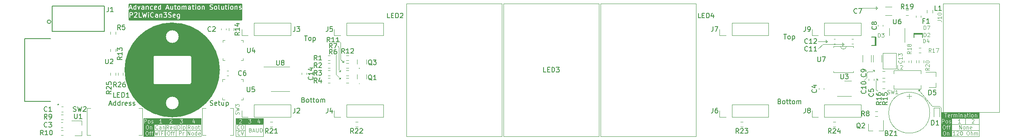
<source format=gto>
%TF.GenerationSoftware,KiCad,Pcbnew,(5.1.8)-1*%
%TF.CreationDate,2022-07-19T09:24:56+02:00*%
%TF.ProjectId,Hardware,48617264-7761-4726-952e-6b696361645f,rev?*%
%TF.SameCoordinates,Original*%
%TF.FileFunction,Legend,Top*%
%TF.FilePolarity,Positive*%
%FSLAX46Y46*%
G04 Gerber Fmt 4.6, Leading zero omitted, Abs format (unit mm)*
G04 Created by KiCad (PCBNEW (5.1.8)-1) date 2022-07-19 09:24:56*
%MOMM*%
%LPD*%
G01*
G04 APERTURE LIST*
%ADD10C,0.150000*%
%ADD11C,0.120000*%
%ADD12C,0.080000*%
%ADD13C,0.300000*%
%ADD14C,0.152400*%
%ADD15C,0.100000*%
%ADD16C,5.200000*%
%ADD17C,0.200000*%
%ADD18C,0.127000*%
%ADD19C,0.254000*%
%ADD20C,0.010000*%
%ADD21C,1.651000*%
%ADD22C,1.152400*%
%ADD23C,1.676400*%
%ADD24C,2.057400*%
%ADD25O,1.552400X1.852400*%
%ADD26C,2.652400*%
%ADD27C,3.152400*%
G04 APERTURE END LIST*
D10*
X77867023Y-102639880D02*
X78438452Y-102639880D01*
X78152738Y-103639880D02*
X78152738Y-102639880D01*
X78914642Y-103639880D02*
X78819404Y-103592261D01*
X78771785Y-103544642D01*
X78724166Y-103449404D01*
X78724166Y-103163690D01*
X78771785Y-103068452D01*
X78819404Y-103020833D01*
X78914642Y-102973214D01*
X79057500Y-102973214D01*
X79152738Y-103020833D01*
X79200357Y-103068452D01*
X79247976Y-103163690D01*
X79247976Y-103449404D01*
X79200357Y-103544642D01*
X79152738Y-103592261D01*
X79057500Y-103639880D01*
X78914642Y-103639880D01*
X79676547Y-102973214D02*
X79676547Y-103973214D01*
X79676547Y-103020833D02*
X79771785Y-102973214D01*
X79962261Y-102973214D01*
X80057500Y-103020833D01*
X80105119Y-103068452D01*
X80152738Y-103163690D01*
X80152738Y-103449404D01*
X80105119Y-103544642D01*
X80057500Y-103592261D01*
X79962261Y-103639880D01*
X79771785Y-103639880D01*
X79676547Y-103592261D01*
X178197023Y-102322380D02*
X178768452Y-102322380D01*
X178482738Y-103322380D02*
X178482738Y-102322380D01*
X179244642Y-103322380D02*
X179149404Y-103274761D01*
X179101785Y-103227142D01*
X179054166Y-103131904D01*
X179054166Y-102846190D01*
X179101785Y-102750952D01*
X179149404Y-102703333D01*
X179244642Y-102655714D01*
X179387500Y-102655714D01*
X179482738Y-102703333D01*
X179530357Y-102750952D01*
X179577976Y-102846190D01*
X179577976Y-103131904D01*
X179530357Y-103227142D01*
X179482738Y-103274761D01*
X179387500Y-103322380D01*
X179244642Y-103322380D01*
X180006547Y-102655714D02*
X180006547Y-103655714D01*
X180006547Y-102703333D02*
X180101785Y-102655714D01*
X180292261Y-102655714D01*
X180387500Y-102703333D01*
X180435119Y-102750952D01*
X180482738Y-102846190D01*
X180482738Y-103131904D01*
X180435119Y-103227142D01*
X180387500Y-103274761D01*
X180292261Y-103322380D01*
X180101785Y-103322380D01*
X180006547Y-103274761D01*
X177316071Y-116451071D02*
X177458928Y-116498690D01*
X177506547Y-116546309D01*
X177554166Y-116641547D01*
X177554166Y-116784404D01*
X177506547Y-116879642D01*
X177458928Y-116927261D01*
X177363690Y-116974880D01*
X176982738Y-116974880D01*
X176982738Y-115974880D01*
X177316071Y-115974880D01*
X177411309Y-116022500D01*
X177458928Y-116070119D01*
X177506547Y-116165357D01*
X177506547Y-116260595D01*
X177458928Y-116355833D01*
X177411309Y-116403452D01*
X177316071Y-116451071D01*
X176982738Y-116451071D01*
X178125595Y-116974880D02*
X178030357Y-116927261D01*
X177982738Y-116879642D01*
X177935119Y-116784404D01*
X177935119Y-116498690D01*
X177982738Y-116403452D01*
X178030357Y-116355833D01*
X178125595Y-116308214D01*
X178268452Y-116308214D01*
X178363690Y-116355833D01*
X178411309Y-116403452D01*
X178458928Y-116498690D01*
X178458928Y-116784404D01*
X178411309Y-116879642D01*
X178363690Y-116927261D01*
X178268452Y-116974880D01*
X178125595Y-116974880D01*
X178744642Y-116308214D02*
X179125595Y-116308214D01*
X178887500Y-115974880D02*
X178887500Y-116832023D01*
X178935119Y-116927261D01*
X179030357Y-116974880D01*
X179125595Y-116974880D01*
X179316071Y-116308214D02*
X179697023Y-116308214D01*
X179458928Y-115974880D02*
X179458928Y-116832023D01*
X179506547Y-116927261D01*
X179601785Y-116974880D01*
X179697023Y-116974880D01*
X180173214Y-116974880D02*
X180077976Y-116927261D01*
X180030357Y-116879642D01*
X179982738Y-116784404D01*
X179982738Y-116498690D01*
X180030357Y-116403452D01*
X180077976Y-116355833D01*
X180173214Y-116308214D01*
X180316071Y-116308214D01*
X180411309Y-116355833D01*
X180458928Y-116403452D01*
X180506547Y-116498690D01*
X180506547Y-116784404D01*
X180458928Y-116879642D01*
X180411309Y-116927261D01*
X180316071Y-116974880D01*
X180173214Y-116974880D01*
X180935119Y-116974880D02*
X180935119Y-116308214D01*
X180935119Y-116403452D02*
X180982738Y-116355833D01*
X181077976Y-116308214D01*
X181220833Y-116308214D01*
X181316071Y-116355833D01*
X181363690Y-116451071D01*
X181363690Y-116974880D01*
X181363690Y-116451071D02*
X181411309Y-116355833D01*
X181506547Y-116308214D01*
X181649404Y-116308214D01*
X181744642Y-116355833D01*
X181792261Y-116451071D01*
X181792261Y-116974880D01*
X77621071Y-116133571D02*
X77763928Y-116181190D01*
X77811547Y-116228809D01*
X77859166Y-116324047D01*
X77859166Y-116466904D01*
X77811547Y-116562142D01*
X77763928Y-116609761D01*
X77668690Y-116657380D01*
X77287738Y-116657380D01*
X77287738Y-115657380D01*
X77621071Y-115657380D01*
X77716309Y-115705000D01*
X77763928Y-115752619D01*
X77811547Y-115847857D01*
X77811547Y-115943095D01*
X77763928Y-116038333D01*
X77716309Y-116085952D01*
X77621071Y-116133571D01*
X77287738Y-116133571D01*
X78430595Y-116657380D02*
X78335357Y-116609761D01*
X78287738Y-116562142D01*
X78240119Y-116466904D01*
X78240119Y-116181190D01*
X78287738Y-116085952D01*
X78335357Y-116038333D01*
X78430595Y-115990714D01*
X78573452Y-115990714D01*
X78668690Y-116038333D01*
X78716309Y-116085952D01*
X78763928Y-116181190D01*
X78763928Y-116466904D01*
X78716309Y-116562142D01*
X78668690Y-116609761D01*
X78573452Y-116657380D01*
X78430595Y-116657380D01*
X79049642Y-115990714D02*
X79430595Y-115990714D01*
X79192500Y-115657380D02*
X79192500Y-116514523D01*
X79240119Y-116609761D01*
X79335357Y-116657380D01*
X79430595Y-116657380D01*
X79621071Y-115990714D02*
X80002023Y-115990714D01*
X79763928Y-115657380D02*
X79763928Y-116514523D01*
X79811547Y-116609761D01*
X79906785Y-116657380D01*
X80002023Y-116657380D01*
X80478214Y-116657380D02*
X80382976Y-116609761D01*
X80335357Y-116562142D01*
X80287738Y-116466904D01*
X80287738Y-116181190D01*
X80335357Y-116085952D01*
X80382976Y-116038333D01*
X80478214Y-115990714D01*
X80621071Y-115990714D01*
X80716309Y-116038333D01*
X80763928Y-116085952D01*
X80811547Y-116181190D01*
X80811547Y-116466904D01*
X80763928Y-116562142D01*
X80716309Y-116609761D01*
X80621071Y-116657380D01*
X80478214Y-116657380D01*
X81240119Y-116657380D02*
X81240119Y-115990714D01*
X81240119Y-116085952D02*
X81287738Y-116038333D01*
X81382976Y-115990714D01*
X81525833Y-115990714D01*
X81621071Y-116038333D01*
X81668690Y-116133571D01*
X81668690Y-116657380D01*
X81668690Y-116133571D02*
X81716309Y-116038333D01*
X81811547Y-115990714D01*
X81954404Y-115990714D01*
X82049642Y-116038333D01*
X82097261Y-116133571D01*
X82097261Y-116657380D01*
D11*
X64357261Y-123475714D02*
X64319166Y-123513809D01*
X64204880Y-123551904D01*
X64128690Y-123551904D01*
X64014404Y-123513809D01*
X63938214Y-123437619D01*
X63900119Y-123361428D01*
X63862023Y-123209047D01*
X63862023Y-123094761D01*
X63900119Y-122942380D01*
X63938214Y-122866190D01*
X64014404Y-122790000D01*
X64128690Y-122751904D01*
X64204880Y-122751904D01*
X64319166Y-122790000D01*
X64357261Y-122828095D01*
X64585833Y-122751904D02*
X64852500Y-123551904D01*
X65119166Y-122751904D01*
X64281071Y-122205714D02*
X64242976Y-122243809D01*
X64128690Y-122281904D01*
X64052500Y-122281904D01*
X63938214Y-122243809D01*
X63862023Y-122167619D01*
X63823928Y-122091428D01*
X63785833Y-121939047D01*
X63785833Y-121824761D01*
X63823928Y-121672380D01*
X63862023Y-121596190D01*
X63938214Y-121520000D01*
X64052500Y-121481904D01*
X64128690Y-121481904D01*
X64242976Y-121520000D01*
X64281071Y-121558095D01*
X64776309Y-121481904D02*
X64928690Y-121481904D01*
X65004880Y-121520000D01*
X65081071Y-121596190D01*
X65119166Y-121748571D01*
X65119166Y-122015238D01*
X65081071Y-122167619D01*
X65004880Y-122243809D01*
X64928690Y-122281904D01*
X64776309Y-122281904D01*
X64700119Y-122243809D01*
X64623928Y-122167619D01*
X64585833Y-122015238D01*
X64585833Y-121748571D01*
X64623928Y-121596190D01*
X64700119Y-121520000D01*
X64776309Y-121481904D01*
X63500000Y-122555000D02*
X65405000Y-122555000D01*
X67310000Y-120015000D02*
X67310000Y-121285000D01*
X66522738Y-122497857D02*
X66637023Y-122535952D01*
X66675119Y-122574047D01*
X66713214Y-122650238D01*
X66713214Y-122764523D01*
X66675119Y-122840714D01*
X66637023Y-122878809D01*
X66560833Y-122916904D01*
X66256071Y-122916904D01*
X66256071Y-122116904D01*
X66522738Y-122116904D01*
X66598928Y-122155000D01*
X66637023Y-122193095D01*
X66675119Y-122269285D01*
X66675119Y-122345476D01*
X66637023Y-122421666D01*
X66598928Y-122459761D01*
X66522738Y-122497857D01*
X66256071Y-122497857D01*
X67017976Y-122688333D02*
X67398928Y-122688333D01*
X66941785Y-122916904D02*
X67208452Y-122116904D01*
X67475119Y-122916904D01*
X67741785Y-122116904D02*
X67741785Y-122764523D01*
X67779880Y-122840714D01*
X67817976Y-122878809D01*
X67894166Y-122916904D01*
X68046547Y-122916904D01*
X68122738Y-122878809D01*
X68160833Y-122840714D01*
X68198928Y-122764523D01*
X68198928Y-122116904D01*
X68579880Y-122916904D02*
X68579880Y-122116904D01*
X68770357Y-122116904D01*
X68884642Y-122155000D01*
X68960833Y-122231190D01*
X68998928Y-122307380D01*
X69037023Y-122459761D01*
X69037023Y-122574047D01*
X68998928Y-122726428D01*
X68960833Y-122802619D01*
X68884642Y-122878809D01*
X68770357Y-122916904D01*
X68579880Y-122916904D01*
X65405000Y-120015000D02*
X65405000Y-123825000D01*
X63500000Y-121285000D02*
X69215000Y-121285000D01*
X63500000Y-120015000D02*
X63500000Y-123825000D01*
X69215000Y-120015000D02*
X63500000Y-120015000D01*
X69215000Y-123825000D02*
X69215000Y-120015000D01*
X63500000Y-123825000D02*
X69215000Y-123825000D01*
X49314166Y-122751904D02*
X49466547Y-122751904D01*
X49542738Y-122790000D01*
X49618928Y-122866190D01*
X49657023Y-123018571D01*
X49657023Y-123285238D01*
X49618928Y-123437619D01*
X49542738Y-123513809D01*
X49466547Y-123551904D01*
X49314166Y-123551904D01*
X49237976Y-123513809D01*
X49161785Y-123437619D01*
X49123690Y-123285238D01*
X49123690Y-123018571D01*
X49161785Y-122866190D01*
X49237976Y-122790000D01*
X49314166Y-122751904D01*
X49885595Y-123018571D02*
X50190357Y-123018571D01*
X49999880Y-123551904D02*
X49999880Y-122866190D01*
X50037976Y-122790000D01*
X50114166Y-122751904D01*
X50190357Y-122751904D01*
X50342738Y-123018571D02*
X50647500Y-123018571D01*
X50457023Y-123551904D02*
X50457023Y-122866190D01*
X50495119Y-122790000D01*
X50571309Y-122751904D01*
X50647500Y-122751904D01*
X49428452Y-122281904D02*
X49161785Y-121900952D01*
X48971309Y-122281904D02*
X48971309Y-121481904D01*
X49276071Y-121481904D01*
X49352261Y-121520000D01*
X49390357Y-121558095D01*
X49428452Y-121634285D01*
X49428452Y-121748571D01*
X49390357Y-121824761D01*
X49352261Y-121862857D01*
X49276071Y-121900952D01*
X48971309Y-121900952D01*
X50076071Y-122243809D02*
X49999880Y-122281904D01*
X49847500Y-122281904D01*
X49771309Y-122243809D01*
X49733214Y-122167619D01*
X49733214Y-121862857D01*
X49771309Y-121786666D01*
X49847500Y-121748571D01*
X49999880Y-121748571D01*
X50076071Y-121786666D01*
X50114166Y-121862857D01*
X50114166Y-121939047D01*
X49733214Y-122015238D01*
X50418928Y-122243809D02*
X50495119Y-122281904D01*
X50647500Y-122281904D01*
X50723690Y-122243809D01*
X50761785Y-122167619D01*
X50761785Y-122129523D01*
X50723690Y-122053333D01*
X50647500Y-122015238D01*
X50533214Y-122015238D01*
X50457023Y-121977142D01*
X50418928Y-121900952D01*
X50418928Y-121862857D01*
X50457023Y-121786666D01*
X50533214Y-121748571D01*
X50647500Y-121748571D01*
X50723690Y-121786666D01*
D12*
X53149500Y-120015000D02*
X53149500Y-123825000D01*
D11*
X211137500Y-118745000D02*
X211137500Y-120015000D01*
X219075000Y-118745000D02*
X211137500Y-118745000D01*
X219075000Y-120015000D02*
X219075000Y-118745000D01*
X206375000Y-114300000D02*
X206375000Y-113982500D01*
X206692500Y-113982500D02*
X206375000Y-114300000D01*
X206375000Y-113982500D02*
X206692500Y-113982500D01*
X209232500Y-117475000D02*
X206375000Y-113982500D01*
X210820000Y-117475000D02*
X209232500Y-117475000D01*
X211137500Y-117792500D02*
X210820000Y-117475000D01*
X211137500Y-118745000D02*
X211137500Y-117792500D01*
X214922261Y-122281904D02*
X214922261Y-121481904D01*
X215379404Y-122281904D01*
X215379404Y-121481904D01*
X215874642Y-122281904D02*
X215798452Y-122243809D01*
X215760357Y-122205714D01*
X215722261Y-122129523D01*
X215722261Y-121900952D01*
X215760357Y-121824761D01*
X215798452Y-121786666D01*
X215874642Y-121748571D01*
X215988928Y-121748571D01*
X216065119Y-121786666D01*
X216103214Y-121824761D01*
X216141309Y-121900952D01*
X216141309Y-122129523D01*
X216103214Y-122205714D01*
X216065119Y-122243809D01*
X215988928Y-122281904D01*
X215874642Y-122281904D01*
X216484166Y-121748571D02*
X216484166Y-122281904D01*
X216484166Y-121824761D02*
X216522261Y-121786666D01*
X216598452Y-121748571D01*
X216712738Y-121748571D01*
X216788928Y-121786666D01*
X216827023Y-121862857D01*
X216827023Y-122281904D01*
X217512738Y-122243809D02*
X217436547Y-122281904D01*
X217284166Y-122281904D01*
X217207976Y-122243809D01*
X217169880Y-122167619D01*
X217169880Y-121862857D01*
X217207976Y-121786666D01*
X217284166Y-121748571D01*
X217436547Y-121748571D01*
X217512738Y-121786666D01*
X217550833Y-121862857D01*
X217550833Y-121939047D01*
X217169880Y-122015238D01*
X214065119Y-123551904D02*
X213607976Y-123551904D01*
X213836547Y-123551904D02*
X213836547Y-122751904D01*
X213760357Y-122866190D01*
X213684166Y-122942380D01*
X213607976Y-122980476D01*
X214369880Y-122828095D02*
X214407976Y-122790000D01*
X214484166Y-122751904D01*
X214674642Y-122751904D01*
X214750833Y-122790000D01*
X214788928Y-122828095D01*
X214827023Y-122904285D01*
X214827023Y-122980476D01*
X214788928Y-123094761D01*
X214331785Y-123551904D01*
X214827023Y-123551904D01*
X215322261Y-122751904D02*
X215398452Y-122751904D01*
X215474642Y-122790000D01*
X215512738Y-122828095D01*
X215550833Y-122904285D01*
X215588928Y-123056666D01*
X215588928Y-123247142D01*
X215550833Y-123399523D01*
X215512738Y-123475714D01*
X215474642Y-123513809D01*
X215398452Y-123551904D01*
X215322261Y-123551904D01*
X215246071Y-123513809D01*
X215207976Y-123475714D01*
X215169880Y-123399523D01*
X215131785Y-123247142D01*
X215131785Y-123056666D01*
X215169880Y-122904285D01*
X215207976Y-122828095D01*
X215246071Y-122790000D01*
X215322261Y-122751904D01*
X216693690Y-122751904D02*
X216846071Y-122751904D01*
X216922261Y-122790000D01*
X216998452Y-122866190D01*
X217036547Y-123018571D01*
X217036547Y-123285238D01*
X216998452Y-123437619D01*
X216922261Y-123513809D01*
X216846071Y-123551904D01*
X216693690Y-123551904D01*
X216617500Y-123513809D01*
X216541309Y-123437619D01*
X216503214Y-123285238D01*
X216503214Y-123018571D01*
X216541309Y-122866190D01*
X216617500Y-122790000D01*
X216693690Y-122751904D01*
X217379404Y-123551904D02*
X217379404Y-122751904D01*
X217722261Y-123551904D02*
X217722261Y-123132857D01*
X217684166Y-123056666D01*
X217607976Y-123018571D01*
X217493690Y-123018571D01*
X217417500Y-123056666D01*
X217379404Y-123094761D01*
X218103214Y-123551904D02*
X218103214Y-123018571D01*
X218103214Y-123094761D02*
X218141309Y-123056666D01*
X218217500Y-123018571D01*
X218331785Y-123018571D01*
X218407976Y-123056666D01*
X218446071Y-123132857D01*
X218446071Y-123551904D01*
X218446071Y-123132857D02*
X218484166Y-123056666D01*
X218560357Y-123018571D01*
X218674642Y-123018571D01*
X218750833Y-123056666D01*
X218788928Y-123132857D01*
X218788928Y-123551904D01*
X215163333Y-121011904D02*
X214706190Y-121011904D01*
X214934761Y-121011904D02*
X214934761Y-120211904D01*
X214858571Y-120326190D01*
X214782380Y-120402380D01*
X214706190Y-120440476D01*
X217576428Y-120288095D02*
X217614523Y-120250000D01*
X217690714Y-120211904D01*
X217881190Y-120211904D01*
X217957380Y-120250000D01*
X217995476Y-120288095D01*
X218033571Y-120364285D01*
X218033571Y-120440476D01*
X217995476Y-120554761D01*
X217538333Y-121011904D01*
X218033571Y-121011904D01*
D12*
X211137500Y-122555000D02*
X219075000Y-122555000D01*
X211137500Y-121285000D02*
X219075000Y-121285000D01*
D11*
X219075000Y-120015000D02*
X219075000Y-123825000D01*
D12*
X216217500Y-120015000D02*
X216217500Y-121285000D01*
D11*
X211137500Y-123825000D02*
X211137500Y-120015000D01*
D12*
X213360000Y-120015000D02*
X213360000Y-123825000D01*
D11*
X219075000Y-123825000D02*
X211137500Y-123825000D01*
X211137500Y-120015000D02*
X219075000Y-120015000D01*
D12*
X44132500Y-122555000D02*
X56197500Y-122555000D01*
X44132500Y-121285000D02*
X56197500Y-121285000D01*
X50927000Y-120015000D02*
X50927000Y-123825000D01*
X48768000Y-120015000D02*
X48768000Y-123825000D01*
X46355000Y-120015000D02*
X46355000Y-123825000D01*
D11*
X44132500Y-123825000D02*
X44132500Y-120015000D01*
X56197500Y-123825000D02*
X44132500Y-123825000D01*
X56197500Y-120015000D02*
X56197500Y-123825000D01*
X44132500Y-120015000D02*
X56197500Y-120015000D01*
X51612857Y-123551904D02*
X51612857Y-122751904D01*
X51917619Y-122751904D01*
X51993809Y-122790000D01*
X52031904Y-122828095D01*
X52070000Y-122904285D01*
X52070000Y-123018571D01*
X52031904Y-123094761D01*
X51993809Y-123132857D01*
X51917619Y-123170952D01*
X51612857Y-123170952D01*
X52412857Y-123551904D02*
X52412857Y-123018571D01*
X52412857Y-123170952D02*
X52450952Y-123094761D01*
X52489047Y-123056666D01*
X52565238Y-123018571D01*
X52641428Y-123018571D01*
X51308095Y-122281904D02*
X51308095Y-121481904D01*
X51498571Y-121481904D01*
X51612857Y-121520000D01*
X51689047Y-121596190D01*
X51727142Y-121672380D01*
X51765238Y-121824761D01*
X51765238Y-121939047D01*
X51727142Y-122091428D01*
X51689047Y-122167619D01*
X51612857Y-122243809D01*
X51498571Y-122281904D01*
X51308095Y-122281904D01*
X52108095Y-122281904D02*
X52108095Y-121748571D01*
X52108095Y-121481904D02*
X52070000Y-121520000D01*
X52108095Y-121558095D01*
X52146190Y-121520000D01*
X52108095Y-121481904D01*
X52108095Y-121558095D01*
X52489047Y-121748571D02*
X52489047Y-122548571D01*
X52489047Y-121786666D02*
X52565238Y-121748571D01*
X52717619Y-121748571D01*
X52793809Y-121786666D01*
X52831904Y-121824761D01*
X52870000Y-121900952D01*
X52870000Y-122129523D01*
X52831904Y-122205714D01*
X52793809Y-122243809D01*
X52717619Y-122281904D01*
X52565238Y-122281904D01*
X52489047Y-122243809D01*
X53905238Y-122281904D02*
X53638571Y-121900952D01*
X53448095Y-122281904D02*
X53448095Y-121481904D01*
X53752857Y-121481904D01*
X53829047Y-121520000D01*
X53867142Y-121558095D01*
X53905238Y-121634285D01*
X53905238Y-121748571D01*
X53867142Y-121824761D01*
X53829047Y-121862857D01*
X53752857Y-121900952D01*
X53448095Y-121900952D01*
X54362380Y-122281904D02*
X54286190Y-122243809D01*
X54248095Y-122205714D01*
X54210000Y-122129523D01*
X54210000Y-121900952D01*
X54248095Y-121824761D01*
X54286190Y-121786666D01*
X54362380Y-121748571D01*
X54476666Y-121748571D01*
X54552857Y-121786666D01*
X54590952Y-121824761D01*
X54629047Y-121900952D01*
X54629047Y-122129523D01*
X54590952Y-122205714D01*
X54552857Y-122243809D01*
X54476666Y-122281904D01*
X54362380Y-122281904D01*
X55086190Y-122281904D02*
X55010000Y-122243809D01*
X54971904Y-122205714D01*
X54933809Y-122129523D01*
X54933809Y-121900952D01*
X54971904Y-121824761D01*
X55010000Y-121786666D01*
X55086190Y-121748571D01*
X55200476Y-121748571D01*
X55276666Y-121786666D01*
X55314761Y-121824761D01*
X55352857Y-121900952D01*
X55352857Y-122129523D01*
X55314761Y-122205714D01*
X55276666Y-122243809D01*
X55200476Y-122281904D01*
X55086190Y-122281904D01*
X55581428Y-121748571D02*
X55886190Y-121748571D01*
X55695714Y-121481904D02*
X55695714Y-122167619D01*
X55733809Y-122243809D01*
X55810000Y-122281904D01*
X55886190Y-122281904D01*
X53378261Y-123551904D02*
X53378261Y-122751904D01*
X53835404Y-123551904D01*
X53835404Y-122751904D01*
X54330642Y-123551904D02*
X54254452Y-123513809D01*
X54216357Y-123475714D01*
X54178261Y-123399523D01*
X54178261Y-123170952D01*
X54216357Y-123094761D01*
X54254452Y-123056666D01*
X54330642Y-123018571D01*
X54444928Y-123018571D01*
X54521119Y-123056666D01*
X54559214Y-123094761D01*
X54597309Y-123170952D01*
X54597309Y-123399523D01*
X54559214Y-123475714D01*
X54521119Y-123513809D01*
X54444928Y-123551904D01*
X54330642Y-123551904D01*
X55283023Y-123551904D02*
X55283023Y-122751904D01*
X55283023Y-123513809D02*
X55206833Y-123551904D01*
X55054452Y-123551904D01*
X54978261Y-123513809D01*
X54940166Y-123475714D01*
X54902071Y-123399523D01*
X54902071Y-123170952D01*
X54940166Y-123094761D01*
X54978261Y-123056666D01*
X55054452Y-123018571D01*
X55206833Y-123018571D01*
X55283023Y-123056666D01*
X55968738Y-123513809D02*
X55892547Y-123551904D01*
X55740166Y-123551904D01*
X55663976Y-123513809D01*
X55625880Y-123437619D01*
X55625880Y-123132857D01*
X55663976Y-123056666D01*
X55740166Y-123018571D01*
X55892547Y-123018571D01*
X55968738Y-123056666D01*
X56006833Y-123132857D01*
X56006833Y-123209047D01*
X55625880Y-123285238D01*
X46494833Y-122751904D02*
X46685309Y-123551904D01*
X46837690Y-122980476D01*
X46990071Y-123551904D01*
X47180547Y-122751904D01*
X47485309Y-123551904D02*
X47485309Y-123018571D01*
X47485309Y-122751904D02*
X47447214Y-122790000D01*
X47485309Y-122828095D01*
X47523404Y-122790000D01*
X47485309Y-122751904D01*
X47485309Y-122828095D01*
X48132928Y-123132857D02*
X47866261Y-123132857D01*
X47866261Y-123551904D02*
X47866261Y-122751904D01*
X48247214Y-122751904D01*
X48551976Y-123551904D02*
X48551976Y-123018571D01*
X48551976Y-122751904D02*
X48513880Y-122790000D01*
X48551976Y-122828095D01*
X48590071Y-122790000D01*
X48551976Y-122751904D01*
X48551976Y-122828095D01*
X47148809Y-122205714D02*
X47110714Y-122243809D01*
X46996428Y-122281904D01*
X46920238Y-122281904D01*
X46805952Y-122243809D01*
X46729761Y-122167619D01*
X46691666Y-122091428D01*
X46653571Y-121939047D01*
X46653571Y-121824761D01*
X46691666Y-121672380D01*
X46729761Y-121596190D01*
X46805952Y-121520000D01*
X46920238Y-121481904D01*
X46996428Y-121481904D01*
X47110714Y-121520000D01*
X47148809Y-121558095D01*
X47834523Y-122281904D02*
X47834523Y-121862857D01*
X47796428Y-121786666D01*
X47720238Y-121748571D01*
X47567857Y-121748571D01*
X47491666Y-121786666D01*
X47834523Y-122243809D02*
X47758333Y-122281904D01*
X47567857Y-122281904D01*
X47491666Y-122243809D01*
X47453571Y-122167619D01*
X47453571Y-122091428D01*
X47491666Y-122015238D01*
X47567857Y-121977142D01*
X47758333Y-121977142D01*
X47834523Y-121939047D01*
X48215476Y-121748571D02*
X48215476Y-122281904D01*
X48215476Y-121824761D02*
X48253571Y-121786666D01*
X48329761Y-121748571D01*
X48444047Y-121748571D01*
X48520238Y-121786666D01*
X48558333Y-121862857D01*
X48558333Y-122281904D01*
D10*
X58102738Y-117244761D02*
X58245595Y-117292380D01*
X58483690Y-117292380D01*
X58578928Y-117244761D01*
X58626547Y-117197142D01*
X58674166Y-117101904D01*
X58674166Y-117006666D01*
X58626547Y-116911428D01*
X58578928Y-116863809D01*
X58483690Y-116816190D01*
X58293214Y-116768571D01*
X58197976Y-116720952D01*
X58150357Y-116673333D01*
X58102738Y-116578095D01*
X58102738Y-116482857D01*
X58150357Y-116387619D01*
X58197976Y-116340000D01*
X58293214Y-116292380D01*
X58531309Y-116292380D01*
X58674166Y-116340000D01*
X59483690Y-117244761D02*
X59388452Y-117292380D01*
X59197976Y-117292380D01*
X59102738Y-117244761D01*
X59055119Y-117149523D01*
X59055119Y-116768571D01*
X59102738Y-116673333D01*
X59197976Y-116625714D01*
X59388452Y-116625714D01*
X59483690Y-116673333D01*
X59531309Y-116768571D01*
X59531309Y-116863809D01*
X59055119Y-116959047D01*
X59817023Y-116625714D02*
X60197976Y-116625714D01*
X59959880Y-116292380D02*
X59959880Y-117149523D01*
X60007500Y-117244761D01*
X60102738Y-117292380D01*
X60197976Y-117292380D01*
X60959880Y-116625714D02*
X60959880Y-117292380D01*
X60531309Y-116625714D02*
X60531309Y-117149523D01*
X60578928Y-117244761D01*
X60674166Y-117292380D01*
X60817023Y-117292380D01*
X60912261Y-117244761D01*
X60959880Y-117197142D01*
X61436071Y-116625714D02*
X61436071Y-117625714D01*
X61436071Y-116673333D02*
X61531309Y-116625714D01*
X61721785Y-116625714D01*
X61817023Y-116673333D01*
X61864642Y-116720952D01*
X61912261Y-116816190D01*
X61912261Y-117101904D01*
X61864642Y-117197142D01*
X61817023Y-117244761D01*
X61721785Y-117292380D01*
X61531309Y-117292380D01*
X61436071Y-117244761D01*
X36997023Y-117006666D02*
X37473214Y-117006666D01*
X36901785Y-117292380D02*
X37235119Y-116292380D01*
X37568452Y-117292380D01*
X38330357Y-117292380D02*
X38330357Y-116292380D01*
X38330357Y-117244761D02*
X38235119Y-117292380D01*
X38044642Y-117292380D01*
X37949404Y-117244761D01*
X37901785Y-117197142D01*
X37854166Y-117101904D01*
X37854166Y-116816190D01*
X37901785Y-116720952D01*
X37949404Y-116673333D01*
X38044642Y-116625714D01*
X38235119Y-116625714D01*
X38330357Y-116673333D01*
X39235119Y-117292380D02*
X39235119Y-116292380D01*
X39235119Y-117244761D02*
X39139880Y-117292380D01*
X38949404Y-117292380D01*
X38854166Y-117244761D01*
X38806547Y-117197142D01*
X38758928Y-117101904D01*
X38758928Y-116816190D01*
X38806547Y-116720952D01*
X38854166Y-116673333D01*
X38949404Y-116625714D01*
X39139880Y-116625714D01*
X39235119Y-116673333D01*
X39711309Y-117292380D02*
X39711309Y-116625714D01*
X39711309Y-116816190D02*
X39758928Y-116720952D01*
X39806547Y-116673333D01*
X39901785Y-116625714D01*
X39997023Y-116625714D01*
X40711309Y-117244761D02*
X40616071Y-117292380D01*
X40425595Y-117292380D01*
X40330357Y-117244761D01*
X40282738Y-117149523D01*
X40282738Y-116768571D01*
X40330357Y-116673333D01*
X40425595Y-116625714D01*
X40616071Y-116625714D01*
X40711309Y-116673333D01*
X40758928Y-116768571D01*
X40758928Y-116863809D01*
X40282738Y-116959047D01*
X41139880Y-117244761D02*
X41235119Y-117292380D01*
X41425595Y-117292380D01*
X41520833Y-117244761D01*
X41568452Y-117149523D01*
X41568452Y-117101904D01*
X41520833Y-117006666D01*
X41425595Y-116959047D01*
X41282738Y-116959047D01*
X41187500Y-116911428D01*
X41139880Y-116816190D01*
X41139880Y-116768571D01*
X41187500Y-116673333D01*
X41282738Y-116625714D01*
X41425595Y-116625714D01*
X41520833Y-116673333D01*
X41949404Y-117244761D02*
X42044642Y-117292380D01*
X42235119Y-117292380D01*
X42330357Y-117244761D01*
X42377976Y-117149523D01*
X42377976Y-117101904D01*
X42330357Y-117006666D01*
X42235119Y-116959047D01*
X42092261Y-116959047D01*
X41997023Y-116911428D01*
X41949404Y-116816190D01*
X41949404Y-116768571D01*
X41997023Y-116673333D01*
X42092261Y-116625714D01*
X42235119Y-116625714D01*
X42330357Y-116673333D01*
D11*
X197485000Y-111760000D02*
X197802500Y-111760000D01*
X197802500Y-112077500D02*
X197485000Y-111760000D01*
X197802500Y-111760000D02*
X197802500Y-112077500D01*
X197485000Y-112077500D02*
X197802500Y-111760000D01*
X197485000Y-113982500D02*
X197485000Y-112077500D01*
X197802500Y-114300000D02*
X197485000Y-113982500D01*
X196850000Y-109855000D02*
X197167500Y-109855000D01*
X197167500Y-110172500D02*
X196850000Y-109855000D01*
X197167500Y-109855000D02*
X197167500Y-110172500D01*
X196850000Y-110172500D02*
X197167500Y-109855000D01*
X195897500Y-110172500D02*
X196850000Y-110172500D01*
X195580000Y-110490000D02*
X195897500Y-110172500D01*
X195580000Y-111442500D02*
X195580000Y-110490000D01*
X194945000Y-112077500D02*
X195580000Y-111442500D01*
X190500000Y-104775000D02*
X190817500Y-104457500D01*
X190500000Y-104140000D02*
X190500000Y-104775000D01*
X190817500Y-104457500D02*
X190500000Y-104140000D01*
X190500000Y-104457500D02*
X190817500Y-104457500D01*
X186372500Y-104457500D02*
X190500000Y-104457500D01*
X185420000Y-105410000D02*
X186372500Y-104457500D01*
X187007500Y-104140000D02*
X187325000Y-103822500D01*
X187007500Y-103505000D02*
X187007500Y-104140000D01*
X187325000Y-103822500D02*
X187007500Y-103505000D01*
X185420000Y-103822500D02*
X187325000Y-103822500D01*
X85725000Y-108267500D02*
X86042500Y-108267500D01*
X86042500Y-107950000D02*
X85725000Y-108267500D01*
X86042500Y-108267500D02*
X86042500Y-107950000D01*
X85407500Y-104140000D02*
X84772500Y-103505000D01*
X85090000Y-105092500D02*
X84772500Y-104775000D01*
X197485000Y-97155000D02*
X197802500Y-96837500D01*
X197485000Y-96520000D02*
X197485000Y-97155000D01*
X197802500Y-96837500D02*
X197485000Y-96520000D01*
X194310000Y-96837500D02*
X197802500Y-96837500D01*
X85407500Y-107632500D02*
X85725000Y-107950000D01*
X85407500Y-104140000D02*
X85407500Y-107632500D01*
X85407500Y-107632500D02*
X86042500Y-108267500D01*
X85090000Y-110172500D02*
X85407500Y-110172500D01*
X85407500Y-109855000D02*
X85090000Y-110172500D01*
X85407500Y-110172500D02*
X85407500Y-109855000D01*
X85090000Y-109855000D02*
X85407500Y-110172500D01*
X85090000Y-109537500D02*
X85090000Y-109855000D01*
X85090000Y-105092500D02*
X85090000Y-109537500D01*
X85090000Y-111760000D02*
X85407500Y-111760000D01*
X85407500Y-111442500D02*
X85090000Y-111760000D01*
X85407500Y-111760000D02*
X85407500Y-111442500D01*
X84455000Y-110807500D02*
X85407500Y-111760000D01*
X84455000Y-106680000D02*
X84455000Y-110807500D01*
%TO.C,U5*%
X61155760Y-111809300D02*
X60693800Y-111809300D01*
X65037200Y-112271260D02*
X65037200Y-111809300D01*
X64575240Y-116152700D02*
X65037200Y-116152700D01*
X60693800Y-115690740D02*
X60693800Y-116152700D01*
X60693800Y-111809300D02*
X60693800Y-112271260D01*
X65037200Y-111809300D02*
X64575240Y-111809300D01*
X65037200Y-116152700D02*
X65037200Y-115690740D01*
X60693800Y-116152700D02*
X61155760Y-116152700D01*
%TO.C,R26*%
X38847500Y-110917258D02*
X38847500Y-110442742D01*
X39892500Y-110917258D02*
X39892500Y-110442742D01*
%TO.C,R25*%
X37260000Y-110917258D02*
X37260000Y-110442742D01*
X38305000Y-110917258D02*
X38305000Y-110442742D01*
%TO.C,LED4*%
X139840000Y-123825000D02*
X159840000Y-123825000D01*
X159840000Y-123825000D02*
X159840000Y-95865000D01*
X159840000Y-95865000D02*
X139840000Y-95865000D01*
X139840000Y-95865000D02*
X139840000Y-123825000D01*
%TO.C,LED3*%
X119520000Y-123825000D02*
X139520000Y-123825000D01*
X139520000Y-123825000D02*
X139520000Y-95865000D01*
X139520000Y-95865000D02*
X119520000Y-95865000D01*
X119520000Y-95865000D02*
X119520000Y-123825000D01*
%TO.C,LED2*%
X99200000Y-123825000D02*
X119200000Y-123825000D01*
X119200000Y-123825000D02*
X119200000Y-95865000D01*
X119200000Y-95865000D02*
X99200000Y-95865000D01*
X99200000Y-95865000D02*
X99200000Y-123825000D01*
D13*
%TO.C,D3*%
X197380000Y-104632500D02*
X197380000Y-103012500D01*
D10*
X197530000Y-102922500D02*
X196580000Y-102922500D01*
X197530000Y-104722500D02*
X196580000Y-104722500D01*
D13*
%TO.C,D2*%
X207185000Y-102213000D02*
X205565000Y-102213000D01*
D10*
X205475000Y-102063000D02*
X205475000Y-103013000D01*
X207275000Y-102063000D02*
X207275000Y-103013000D01*
D11*
%TO.C,L1*%
X208165100Y-97259787D02*
X208165100Y-97832813D01*
X209358900Y-97832813D02*
X209358900Y-97259787D01*
%TO.C,U3*%
X190881000Y-112111000D02*
X192381000Y-112111000D01*
X189381000Y-115331000D02*
X192381000Y-115331000D01*
%TO.C,U6*%
X200320000Y-102552500D02*
X200320000Y-101052500D01*
X203540000Y-104052500D02*
X203540000Y-101052500D01*
%TO.C,D5*%
X210040000Y-113464500D02*
X208580000Y-113464500D01*
X210040000Y-110304500D02*
X207880000Y-110304500D01*
X210040000Y-110304500D02*
X210040000Y-111234500D01*
X210040000Y-113464500D02*
X210040000Y-112534500D01*
%TO.C,U8*%
X72772500Y-114320000D02*
X74722500Y-114320000D01*
X72772500Y-114320000D02*
X70822500Y-114320000D01*
X72772500Y-109200000D02*
X74722500Y-109200000D01*
X72772500Y-109200000D02*
X69322500Y-109200000D01*
%TO.C,C14*%
X78297500Y-110489420D02*
X78297500Y-110770580D01*
X77277500Y-110489420D02*
X77277500Y-110770580D01*
%TO.C,R24*%
X189022258Y-121807500D02*
X188547742Y-121807500D01*
X189022258Y-120762500D02*
X188547742Y-120762500D01*
%TO.C,R23*%
X169654758Y-121807500D02*
X169180242Y-121807500D01*
X169654758Y-120762500D02*
X169180242Y-120762500D01*
%TO.C,R22*%
X89009758Y-121807500D02*
X88535242Y-121807500D01*
X89009758Y-120762500D02*
X88535242Y-120762500D01*
%TO.C,R21*%
X71167258Y-121807500D02*
X70692742Y-121807500D01*
X71167258Y-120762500D02*
X70692742Y-120762500D01*
D14*
%TO.C,J1*%
X25019000Y-101688900D02*
X35928300Y-101688900D01*
X35941000Y-101688900D02*
X35941000Y-96431100D01*
X35941000Y-96431100D02*
X25019000Y-96431100D01*
X25019000Y-96431100D02*
X25019000Y-101688900D01*
X24765000Y-99695000D02*
G75*
G03*
X24765000Y-99695000I-381000J0D01*
G01*
D11*
%TO.C,BZ1*%
X208770000Y-118840000D02*
G75*
G03*
X208770000Y-118840000I-4300000J0D01*
G01*
X204470000Y-114824000D02*
X204470000Y-115840000D01*
X203954000Y-115340000D02*
X204970000Y-115340000D01*
%TO.C,J10*%
X211583000Y-118706900D02*
X223360000Y-118706900D01*
X211583000Y-95923100D02*
X211583000Y-118706900D01*
X223360000Y-95923100D02*
X211583000Y-95923100D01*
X223360000Y-118706900D02*
X223360000Y-95923100D01*
%TO.C,R16*%
X198885436Y-111542500D02*
X199339564Y-111542500D01*
X198885436Y-110072500D02*
X199339564Y-110072500D01*
%TO.C,R15*%
X199339564Y-112295000D02*
X198885436Y-112295000D01*
X199339564Y-113765000D02*
X198885436Y-113765000D01*
%TO.C,J9*%
X184090000Y-102612500D02*
X184090000Y-101282500D01*
X185420000Y-102612500D02*
X184090000Y-102612500D01*
X186690000Y-102612500D02*
X186690000Y-99952500D01*
X186690000Y-99952500D02*
X194370000Y-99952500D01*
X186690000Y-102612500D02*
X194370000Y-102612500D01*
X194370000Y-102612500D02*
X194370000Y-99952500D01*
%TO.C,J8*%
X184090000Y-119757500D02*
X184090000Y-118427500D01*
X185420000Y-119757500D02*
X184090000Y-119757500D01*
X186690000Y-119757500D02*
X186690000Y-117097500D01*
X186690000Y-117097500D02*
X194370000Y-117097500D01*
X186690000Y-119757500D02*
X194370000Y-119757500D01*
X194370000Y-119757500D02*
X194370000Y-117097500D01*
%TO.C,J7*%
X164722500Y-102612500D02*
X164722500Y-101282500D01*
X166052500Y-102612500D02*
X164722500Y-102612500D01*
X167322500Y-102612500D02*
X167322500Y-99952500D01*
X167322500Y-99952500D02*
X175002500Y-99952500D01*
X167322500Y-102612500D02*
X175002500Y-102612500D01*
X175002500Y-102612500D02*
X175002500Y-99952500D01*
%TO.C,J6*%
X164722500Y-119757500D02*
X164722500Y-118427500D01*
X166052500Y-119757500D02*
X164722500Y-119757500D01*
X167322500Y-119757500D02*
X167322500Y-117097500D01*
X167322500Y-117097500D02*
X175002500Y-117097500D01*
X167322500Y-119757500D02*
X175002500Y-119757500D01*
X175002500Y-119757500D02*
X175002500Y-117097500D01*
%TO.C,J5*%
X84077500Y-102612500D02*
X84077500Y-101282500D01*
X85407500Y-102612500D02*
X84077500Y-102612500D01*
X86677500Y-102612500D02*
X86677500Y-99952500D01*
X86677500Y-99952500D02*
X94357500Y-99952500D01*
X86677500Y-102612500D02*
X94357500Y-102612500D01*
X94357500Y-102612500D02*
X94357500Y-99952500D01*
%TO.C,J4*%
X84077500Y-119757500D02*
X84077500Y-118427500D01*
X85407500Y-119757500D02*
X84077500Y-119757500D01*
X86677500Y-119757500D02*
X86677500Y-117097500D01*
X86677500Y-117097500D02*
X94357500Y-117097500D01*
X86677500Y-119757500D02*
X94357500Y-119757500D01*
X94357500Y-119757500D02*
X94357500Y-117097500D01*
%TO.C,J3*%
X64710000Y-102612500D02*
X64710000Y-101282500D01*
X66040000Y-102612500D02*
X64710000Y-102612500D01*
X67310000Y-102612500D02*
X67310000Y-99952500D01*
X67310000Y-99952500D02*
X74990000Y-99952500D01*
X67310000Y-102612500D02*
X74990000Y-102612500D01*
X74990000Y-102612500D02*
X74990000Y-99952500D01*
%TO.C,J2*%
X64710000Y-119757500D02*
X64710000Y-118427500D01*
X66040000Y-119757500D02*
X64710000Y-119757500D01*
X67310000Y-119757500D02*
X67310000Y-117097500D01*
X67310000Y-117097500D02*
X74990000Y-117097500D01*
X67310000Y-119757500D02*
X74990000Y-119757500D01*
X74990000Y-119757500D02*
X74990000Y-117097500D01*
D15*
%TO.C,LED1*%
G36*
X44965000Y-106840000D02*
G01*
X46165000Y-106840000D01*
X46165000Y-112840000D01*
X44965000Y-112840000D01*
X44965000Y-106840000D01*
G37*
X44965000Y-106840000D02*
X46165000Y-106840000D01*
X46165000Y-112840000D01*
X44965000Y-112840000D01*
X44965000Y-106840000D01*
G36*
X54165000Y-106840000D02*
G01*
X55465000Y-106840000D01*
X55465000Y-112840000D01*
X54165000Y-112840000D01*
X54165000Y-106840000D01*
G37*
X54165000Y-106840000D02*
X55465000Y-106840000D01*
X55465000Y-112840000D01*
X54165000Y-112840000D01*
X54165000Y-106840000D01*
G36*
X46165000Y-104840000D02*
G01*
X54165000Y-104840000D01*
X54165000Y-106840000D01*
X46165000Y-106840000D01*
X46165000Y-104840000D01*
G37*
X46165000Y-104840000D02*
X54165000Y-104840000D01*
X54165000Y-106840000D01*
X46165000Y-106840000D01*
X46165000Y-104840000D01*
G36*
X46165000Y-112840000D02*
G01*
X54165000Y-112840000D01*
X54165000Y-114840000D01*
X46165000Y-114840000D01*
X46165000Y-112840000D01*
G37*
X46165000Y-112840000D02*
X54165000Y-112840000D01*
X54165000Y-114840000D01*
X46165000Y-114840000D01*
X46165000Y-112840000D01*
D16*
X57565000Y-109840000D02*
G75*
G03*
X57565000Y-109840000I-7400000J0D01*
G01*
D11*
%TO.C,U7*%
X192773300Y-105153460D02*
X192773300Y-104876600D01*
X188607700Y-110111540D02*
X188607700Y-110388400D01*
X188607700Y-104876600D02*
X188607700Y-105153460D01*
X192773300Y-104876600D02*
X188607700Y-104876600D01*
X192773300Y-110388400D02*
X192773300Y-110111540D01*
X188607700Y-110388400D02*
X192773300Y-110388400D01*
X191290500Y-104882500D02*
G75*
G02*
X190090500Y-104882500I-600000J0D01*
G01*
%TO.C,SW1*%
X206903600Y-110639860D02*
X206903600Y-109915300D01*
X201239400Y-113104140D02*
X201239400Y-113828700D01*
X201239400Y-109915300D02*
X201239400Y-110639860D01*
X206903600Y-109915300D02*
X201239400Y-109915300D01*
X206903600Y-113828700D02*
X206903600Y-113104140D01*
X201239400Y-113828700D02*
X206903600Y-113828700D01*
%TO.C,SW3*%
X57172860Y-117898900D02*
X56448300Y-117898900D01*
X62287140Y-123563100D02*
X63011700Y-123563100D01*
X56448300Y-123563100D02*
X57172860Y-123563100D01*
X56448300Y-117898900D02*
X56448300Y-123563100D01*
X63011700Y-117898900D02*
X62287140Y-117898900D01*
X63011700Y-123563100D02*
X63011700Y-117898900D01*
%TO.C,C12*%
X188657920Y-104332500D02*
X188939080Y-104332500D01*
X188657920Y-103312500D02*
X188939080Y-103312500D01*
%TO.C,C11*%
X192723080Y-103312500D02*
X192441920Y-103312500D01*
X192723080Y-104332500D02*
X192441920Y-104332500D01*
%TO.C,C10*%
X196892500Y-108138752D02*
X196892500Y-106716248D01*
X198712500Y-108138752D02*
X198712500Y-106716248D01*
%TO.C,C6*%
X61913080Y-110043500D02*
X61631920Y-110043500D01*
X61913080Y-111063500D02*
X61631920Y-111063500D01*
%TO.C,SW2*%
X43881700Y-123563100D02*
X43881700Y-117898900D01*
X43881700Y-117898900D02*
X43157140Y-117898900D01*
X32318300Y-117898900D02*
X32318300Y-123563100D01*
X32318300Y-123563100D02*
X33042860Y-123563100D01*
X43157140Y-123563100D02*
X43881700Y-123563100D01*
X33042860Y-117898900D02*
X32318300Y-117898900D01*
%TO.C,U1*%
X31224000Y-123693000D02*
X29764000Y-123693000D01*
X31224000Y-120533000D02*
X29064000Y-120533000D01*
X31224000Y-120533000D02*
X31224000Y-121463000D01*
X31224000Y-123693000D02*
X31224000Y-122763000D01*
%TO.C,R10*%
X27351258Y-122540500D02*
X26876742Y-122540500D01*
X27351258Y-123585500D02*
X26876742Y-123585500D01*
%TO.C,R5*%
X38305000Y-102282258D02*
X38305000Y-101807742D01*
X37260000Y-102282258D02*
X37260000Y-101807742D01*
%TO.C,R13*%
X38305000Y-105490242D02*
X38305000Y-105964758D01*
X37260000Y-105490242D02*
X37260000Y-105964758D01*
%TO.C,C5*%
X197042500Y-111759420D02*
X197042500Y-112040580D01*
X196022500Y-111759420D02*
X196022500Y-112040580D01*
%TO.C,C4*%
X185545000Y-113945580D02*
X185545000Y-113664420D01*
X186565000Y-113945580D02*
X186565000Y-113664420D01*
%TO.C,Q3*%
X90817700Y-108566771D02*
X90817700Y-107638029D01*
X88887300Y-107638029D02*
X88887300Y-108566771D01*
X89426329Y-109476540D02*
G75*
G02*
X89278671Y-109476540I-73829J-18860D01*
G01*
%TO.C,Q1*%
X90817700Y-111741771D02*
X90817700Y-110813029D01*
X88887300Y-110813029D02*
X88887300Y-111741771D01*
X89426329Y-112651540D02*
G75*
G02*
X89278671Y-112651540I-73829J-18860D01*
G01*
%TO.C,F1*%
X205865000Y-98427221D02*
X205865000Y-98752779D01*
X206885000Y-98427221D02*
X206885000Y-98752779D01*
%TO.C,U4*%
X60731400Y-107861100D02*
X61155260Y-107861100D01*
X64998600Y-107861100D02*
X64998600Y-107437240D01*
X64998600Y-103593900D02*
X64574740Y-103593900D01*
X60731400Y-103593900D02*
X60731400Y-104017760D01*
X60731400Y-107437240D02*
X60731400Y-107861100D01*
X64574740Y-107861100D02*
X64998600Y-107861100D01*
X64998600Y-104017760D02*
X64998600Y-103593900D01*
X61155260Y-103593900D02*
X60731400Y-103593900D01*
D17*
%TO.C,U2*%
X26386500Y-117105000D02*
G75*
G03*
X26386500Y-117105000I-100000J0D01*
G01*
D18*
X19286500Y-116455000D02*
X19286500Y-103255000D01*
X24666500Y-116455000D02*
X19286500Y-116455000D01*
X19286500Y-103255000D02*
X24666500Y-103255000D01*
D11*
%TO.C,R20*%
X207532500Y-107839242D02*
X207532500Y-108313758D01*
X206487500Y-107839242D02*
X206487500Y-108313758D01*
%TO.C,R19*%
X203787742Y-97267500D02*
X204262258Y-97267500D01*
X203787742Y-98312500D02*
X204262258Y-98312500D01*
%TO.C,R18*%
X204900000Y-108314758D02*
X204900000Y-107840242D01*
X205945000Y-108314758D02*
X205945000Y-107840242D01*
%TO.C,R17*%
X206455242Y-105205000D02*
X206929758Y-105205000D01*
X206455242Y-106250000D02*
X206929758Y-106250000D01*
%TO.C,R14*%
X62025000Y-101520258D02*
X62025000Y-101045742D01*
X63070000Y-101520258D02*
X63070000Y-101045742D01*
%TO.C,R12*%
X86630242Y-106792500D02*
X87104758Y-106792500D01*
X86630242Y-107837500D02*
X87104758Y-107837500D01*
%TO.C,R11*%
X86630242Y-108380000D02*
X87104758Y-108380000D01*
X86630242Y-109425000D02*
X87104758Y-109425000D01*
%TO.C,R9*%
X27351258Y-120283500D02*
X26876742Y-120283500D01*
X27351258Y-119238500D02*
X26876742Y-119238500D01*
%TO.C,R8*%
X197375242Y-118540000D02*
X197849758Y-118540000D01*
X197375242Y-119585000D02*
X197849758Y-119585000D01*
%TO.C,R7*%
X86630242Y-109967500D02*
X87104758Y-109967500D01*
X86630242Y-111012500D02*
X87104758Y-111012500D01*
%TO.C,R6*%
X86630242Y-111555000D02*
X87104758Y-111555000D01*
X86630242Y-112600000D02*
X87104758Y-112600000D01*
%TO.C,R4*%
X82757742Y-111555000D02*
X83232258Y-111555000D01*
X82757742Y-112600000D02*
X83232258Y-112600000D01*
%TO.C,R3*%
X82757742Y-109967500D02*
X83232258Y-109967500D01*
X82757742Y-111012500D02*
X83232258Y-111012500D01*
%TO.C,R2*%
X82757742Y-108380000D02*
X83232258Y-108380000D01*
X82757742Y-109425000D02*
X83232258Y-109425000D01*
%TO.C,R1*%
X82757742Y-106792500D02*
X83232258Y-106792500D01*
X82757742Y-107837500D02*
X83232258Y-107837500D01*
%TO.C,Q2*%
X195905000Y-122632500D02*
X196835000Y-122632500D01*
X199065000Y-122632500D02*
X198135000Y-122632500D01*
X199065000Y-122632500D02*
X199065000Y-120472500D01*
X195905000Y-122632500D02*
X195905000Y-121172500D01*
%TO.C,L2*%
X201742500Y-106327500D02*
X201742500Y-109627500D01*
X201742500Y-109627500D02*
X198942500Y-109627500D01*
X198942500Y-109627500D02*
X198942500Y-106327500D01*
X198942500Y-106327500D02*
X201742500Y-106327500D01*
%TO.C,D1*%
X210785000Y-117847500D02*
X209585000Y-117847500D01*
X210785000Y-119697500D02*
X210785000Y-117847500D01*
X209585000Y-119697500D02*
X209585000Y-117847500D01*
%TO.C,C13*%
X204345000Y-107949420D02*
X204345000Y-108230580D01*
X203325000Y-107949420D02*
X203325000Y-108230580D01*
%TO.C,C9*%
X196490000Y-108138752D02*
X196490000Y-106716248D01*
X194670000Y-108138752D02*
X194670000Y-106716248D01*
%TO.C,C8*%
X198947500Y-100366920D02*
X198947500Y-100648080D01*
X197927500Y-100366920D02*
X197927500Y-100648080D01*
%TO.C,C7*%
X200848752Y-96562500D02*
X199426248Y-96562500D01*
X200848752Y-98382500D02*
X199426248Y-98382500D01*
%TO.C,C3*%
X26923420Y-120902000D02*
X27204580Y-120902000D01*
X26923420Y-121922000D02*
X27204580Y-121922000D01*
%TO.C,C2*%
X60450000Y-101423080D02*
X60450000Y-101141920D01*
X61470000Y-101423080D02*
X61470000Y-101141920D01*
%TO.C,C1*%
X27305580Y-118620000D02*
X27024420Y-118620000D01*
X27305580Y-117600000D02*
X27024420Y-117600000D01*
%TO.C,U5*%
D10*
X65849595Y-113433380D02*
X65849595Y-114242904D01*
X65897214Y-114338142D01*
X65944833Y-114385761D01*
X66040071Y-114433380D01*
X66230547Y-114433380D01*
X66325785Y-114385761D01*
X66373404Y-114338142D01*
X66421023Y-114242904D01*
X66421023Y-113433380D01*
X67373404Y-113433380D02*
X66897214Y-113433380D01*
X66849595Y-113909571D01*
X66897214Y-113861952D01*
X66992452Y-113814333D01*
X67230547Y-113814333D01*
X67325785Y-113861952D01*
X67373404Y-113909571D01*
X67421023Y-114004809D01*
X67421023Y-114242904D01*
X67373404Y-114338142D01*
X67325785Y-114385761D01*
X67230547Y-114433380D01*
X66992452Y-114433380D01*
X66897214Y-114385761D01*
X66849595Y-114338142D01*
%TO.C,R26*%
X38473142Y-113418880D02*
X38139809Y-112942690D01*
X37901714Y-113418880D02*
X37901714Y-112418880D01*
X38282666Y-112418880D01*
X38377904Y-112466500D01*
X38425523Y-112514119D01*
X38473142Y-112609357D01*
X38473142Y-112752214D01*
X38425523Y-112847452D01*
X38377904Y-112895071D01*
X38282666Y-112942690D01*
X37901714Y-112942690D01*
X38854095Y-112514119D02*
X38901714Y-112466500D01*
X38996952Y-112418880D01*
X39235047Y-112418880D01*
X39330285Y-112466500D01*
X39377904Y-112514119D01*
X39425523Y-112609357D01*
X39425523Y-112704595D01*
X39377904Y-112847452D01*
X38806476Y-113418880D01*
X39425523Y-113418880D01*
X40282666Y-112418880D02*
X40092190Y-112418880D01*
X39996952Y-112466500D01*
X39949333Y-112514119D01*
X39854095Y-112656976D01*
X39806476Y-112847452D01*
X39806476Y-113228404D01*
X39854095Y-113323642D01*
X39901714Y-113371261D01*
X39996952Y-113418880D01*
X40187428Y-113418880D01*
X40282666Y-113371261D01*
X40330285Y-113323642D01*
X40377904Y-113228404D01*
X40377904Y-112990309D01*
X40330285Y-112895071D01*
X40282666Y-112847452D01*
X40187428Y-112799833D01*
X39996952Y-112799833D01*
X39901714Y-112847452D01*
X39854095Y-112895071D01*
X39806476Y-112990309D01*
%TO.C,R25*%
X37409380Y-114244357D02*
X36933190Y-114577690D01*
X37409380Y-114815785D02*
X36409380Y-114815785D01*
X36409380Y-114434833D01*
X36457000Y-114339595D01*
X36504619Y-114291976D01*
X36599857Y-114244357D01*
X36742714Y-114244357D01*
X36837952Y-114291976D01*
X36885571Y-114339595D01*
X36933190Y-114434833D01*
X36933190Y-114815785D01*
X36504619Y-113863404D02*
X36457000Y-113815785D01*
X36409380Y-113720547D01*
X36409380Y-113482452D01*
X36457000Y-113387214D01*
X36504619Y-113339595D01*
X36599857Y-113291976D01*
X36695095Y-113291976D01*
X36837952Y-113339595D01*
X37409380Y-113911023D01*
X37409380Y-113291976D01*
X36409380Y-112387214D02*
X36409380Y-112863404D01*
X36885571Y-112911023D01*
X36837952Y-112863404D01*
X36790333Y-112768166D01*
X36790333Y-112530071D01*
X36837952Y-112434833D01*
X36885571Y-112387214D01*
X36980809Y-112339595D01*
X37218904Y-112339595D01*
X37314142Y-112387214D01*
X37361761Y-112434833D01*
X37409380Y-112530071D01*
X37409380Y-112768166D01*
X37361761Y-112863404D01*
X37314142Y-112911023D01*
%TO.C,LED4*%
X160805952Y-98877380D02*
X160329761Y-98877380D01*
X160329761Y-97877380D01*
X161139285Y-98353571D02*
X161472619Y-98353571D01*
X161615476Y-98877380D02*
X161139285Y-98877380D01*
X161139285Y-97877380D01*
X161615476Y-97877380D01*
X162044047Y-98877380D02*
X162044047Y-97877380D01*
X162282142Y-97877380D01*
X162425000Y-97925000D01*
X162520238Y-98020238D01*
X162567857Y-98115476D01*
X162615476Y-98305952D01*
X162615476Y-98448809D01*
X162567857Y-98639285D01*
X162520238Y-98734523D01*
X162425000Y-98829761D01*
X162282142Y-98877380D01*
X162044047Y-98877380D01*
X163472619Y-98210714D02*
X163472619Y-98877380D01*
X163234523Y-97829761D02*
X162996428Y-98544047D01*
X163615476Y-98544047D01*
%TO.C,LED3*%
X128420952Y-110294680D02*
X127944761Y-110294680D01*
X127944761Y-109294680D01*
X128754285Y-109770871D02*
X129087619Y-109770871D01*
X129230476Y-110294680D02*
X128754285Y-110294680D01*
X128754285Y-109294680D01*
X129230476Y-109294680D01*
X129659047Y-110294680D02*
X129659047Y-109294680D01*
X129897142Y-109294680D01*
X130040000Y-109342300D01*
X130135238Y-109437538D01*
X130182857Y-109532776D01*
X130230476Y-109723252D01*
X130230476Y-109866109D01*
X130182857Y-110056585D01*
X130135238Y-110151823D01*
X130040000Y-110247061D01*
X129897142Y-110294680D01*
X129659047Y-110294680D01*
X130563809Y-109294680D02*
X131182857Y-109294680D01*
X130849523Y-109675633D01*
X130992380Y-109675633D01*
X131087619Y-109723252D01*
X131135238Y-109770871D01*
X131182857Y-109866109D01*
X131182857Y-110104204D01*
X131135238Y-110199442D01*
X131087619Y-110247061D01*
X130992380Y-110294680D01*
X130706666Y-110294680D01*
X130611428Y-110247061D01*
X130563809Y-110199442D01*
%TO.C,LED2*%
X95718452Y-98877380D02*
X95242261Y-98877380D01*
X95242261Y-97877380D01*
X96051785Y-98353571D02*
X96385119Y-98353571D01*
X96527976Y-98877380D02*
X96051785Y-98877380D01*
X96051785Y-97877380D01*
X96527976Y-97877380D01*
X96956547Y-98877380D02*
X96956547Y-97877380D01*
X97194642Y-97877380D01*
X97337500Y-97925000D01*
X97432738Y-98020238D01*
X97480357Y-98115476D01*
X97527976Y-98305952D01*
X97527976Y-98448809D01*
X97480357Y-98639285D01*
X97432738Y-98734523D01*
X97337500Y-98829761D01*
X97194642Y-98877380D01*
X96956547Y-98877380D01*
X97908928Y-97972619D02*
X97956547Y-97925000D01*
X98051785Y-97877380D01*
X98289880Y-97877380D01*
X98385119Y-97925000D01*
X98432738Y-97972619D01*
X98480357Y-98067857D01*
X98480357Y-98163095D01*
X98432738Y-98305952D01*
X97861309Y-98877380D01*
X98480357Y-98877380D01*
%TO.C,D3*%
D11*
X197940571Y-102914404D02*
X197940571Y-102114404D01*
X198131047Y-102114404D01*
X198245333Y-102152500D01*
X198321523Y-102228690D01*
X198359619Y-102304880D01*
X198397714Y-102457261D01*
X198397714Y-102571547D01*
X198359619Y-102723928D01*
X198321523Y-102800119D01*
X198245333Y-102876309D01*
X198131047Y-102914404D01*
X197940571Y-102914404D01*
X198664380Y-102114404D02*
X199159619Y-102114404D01*
X198892952Y-102419166D01*
X199007238Y-102419166D01*
X199083428Y-102457261D01*
X199121523Y-102495357D01*
X199159619Y-102571547D01*
X199159619Y-102762023D01*
X199121523Y-102838214D01*
X199083428Y-102876309D01*
X199007238Y-102914404D01*
X198778666Y-102914404D01*
X198702476Y-102876309D01*
X198664380Y-102838214D01*
%TO.C,D2*%
X207529071Y-102850904D02*
X207529071Y-102050904D01*
X207719547Y-102050904D01*
X207833833Y-102089000D01*
X207910023Y-102165190D01*
X207948119Y-102241380D01*
X207986214Y-102393761D01*
X207986214Y-102508047D01*
X207948119Y-102660428D01*
X207910023Y-102736619D01*
X207833833Y-102812809D01*
X207719547Y-102850904D01*
X207529071Y-102850904D01*
X208290976Y-102127095D02*
X208329071Y-102089000D01*
X208405261Y-102050904D01*
X208595738Y-102050904D01*
X208671928Y-102089000D01*
X208710023Y-102127095D01*
X208748119Y-102203285D01*
X208748119Y-102279476D01*
X208710023Y-102393761D01*
X208252880Y-102850904D01*
X208748119Y-102850904D01*
%TO.C,L1*%
D10*
X210335833Y-97289880D02*
X209859642Y-97289880D01*
X209859642Y-96289880D01*
X211192976Y-97289880D02*
X210621547Y-97289880D01*
X210907261Y-97289880D02*
X210907261Y-96289880D01*
X210812023Y-96432738D01*
X210716785Y-96527976D01*
X210621547Y-96575595D01*
%TO.C,U3*%
X190119095Y-110723380D02*
X190119095Y-111532904D01*
X190166714Y-111628142D01*
X190214333Y-111675761D01*
X190309571Y-111723380D01*
X190500047Y-111723380D01*
X190595285Y-111675761D01*
X190642904Y-111628142D01*
X190690523Y-111532904D01*
X190690523Y-110723380D01*
X191071476Y-110723380D02*
X191690523Y-110723380D01*
X191357190Y-111104333D01*
X191500047Y-111104333D01*
X191595285Y-111151952D01*
X191642904Y-111199571D01*
X191690523Y-111294809D01*
X191690523Y-111532904D01*
X191642904Y-111628142D01*
X191595285Y-111675761D01*
X191500047Y-111723380D01*
X191214333Y-111723380D01*
X191119095Y-111675761D01*
X191071476Y-111628142D01*
%TO.C,U6*%
X201168095Y-99147380D02*
X201168095Y-99956904D01*
X201215714Y-100052142D01*
X201263333Y-100099761D01*
X201358571Y-100147380D01*
X201549047Y-100147380D01*
X201644285Y-100099761D01*
X201691904Y-100052142D01*
X201739523Y-99956904D01*
X201739523Y-99147380D01*
X202644285Y-99147380D02*
X202453809Y-99147380D01*
X202358571Y-99195000D01*
X202310952Y-99242619D01*
X202215714Y-99385476D01*
X202168095Y-99575952D01*
X202168095Y-99956904D01*
X202215714Y-100052142D01*
X202263333Y-100099761D01*
X202358571Y-100147380D01*
X202549047Y-100147380D01*
X202644285Y-100099761D01*
X202691904Y-100052142D01*
X202739523Y-99956904D01*
X202739523Y-99718809D01*
X202691904Y-99623571D01*
X202644285Y-99575952D01*
X202549047Y-99528333D01*
X202358571Y-99528333D01*
X202263333Y-99575952D01*
X202215714Y-99623571D01*
X202168095Y-99718809D01*
%TO.C,D5*%
X208541904Y-115069880D02*
X208541904Y-114069880D01*
X208780000Y-114069880D01*
X208922857Y-114117500D01*
X209018095Y-114212738D01*
X209065714Y-114307976D01*
X209113333Y-114498452D01*
X209113333Y-114641309D01*
X209065714Y-114831785D01*
X209018095Y-114927023D01*
X208922857Y-115022261D01*
X208780000Y-115069880D01*
X208541904Y-115069880D01*
X210018095Y-114069880D02*
X209541904Y-114069880D01*
X209494285Y-114546071D01*
X209541904Y-114498452D01*
X209637142Y-114450833D01*
X209875238Y-114450833D01*
X209970476Y-114498452D01*
X210018095Y-114546071D01*
X210065714Y-114641309D01*
X210065714Y-114879404D01*
X210018095Y-114974642D01*
X209970476Y-115022261D01*
X209875238Y-115069880D01*
X209637142Y-115069880D01*
X209541904Y-115022261D01*
X209494285Y-114974642D01*
%TO.C,U8*%
X72010595Y-107812380D02*
X72010595Y-108621904D01*
X72058214Y-108717142D01*
X72105833Y-108764761D01*
X72201071Y-108812380D01*
X72391547Y-108812380D01*
X72486785Y-108764761D01*
X72534404Y-108717142D01*
X72582023Y-108621904D01*
X72582023Y-107812380D01*
X73201071Y-108240952D02*
X73105833Y-108193333D01*
X73058214Y-108145714D01*
X73010595Y-108050476D01*
X73010595Y-108002857D01*
X73058214Y-107907619D01*
X73105833Y-107860000D01*
X73201071Y-107812380D01*
X73391547Y-107812380D01*
X73486785Y-107860000D01*
X73534404Y-107907619D01*
X73582023Y-108002857D01*
X73582023Y-108050476D01*
X73534404Y-108145714D01*
X73486785Y-108193333D01*
X73391547Y-108240952D01*
X73201071Y-108240952D01*
X73105833Y-108288571D01*
X73058214Y-108336190D01*
X73010595Y-108431428D01*
X73010595Y-108621904D01*
X73058214Y-108717142D01*
X73105833Y-108764761D01*
X73201071Y-108812380D01*
X73391547Y-108812380D01*
X73486785Y-108764761D01*
X73534404Y-108717142D01*
X73582023Y-108621904D01*
X73582023Y-108431428D01*
X73534404Y-108336190D01*
X73486785Y-108288571D01*
X73391547Y-108240952D01*
%TO.C,C14*%
X79574642Y-111272857D02*
X79622261Y-111320476D01*
X79669880Y-111463333D01*
X79669880Y-111558571D01*
X79622261Y-111701428D01*
X79527023Y-111796666D01*
X79431785Y-111844285D01*
X79241309Y-111891904D01*
X79098452Y-111891904D01*
X78907976Y-111844285D01*
X78812738Y-111796666D01*
X78717500Y-111701428D01*
X78669880Y-111558571D01*
X78669880Y-111463333D01*
X78717500Y-111320476D01*
X78765119Y-111272857D01*
X79669880Y-110320476D02*
X79669880Y-110891904D01*
X79669880Y-110606190D02*
X78669880Y-110606190D01*
X78812738Y-110701428D01*
X78907976Y-110796666D01*
X78955595Y-110891904D01*
X79003214Y-109463333D02*
X79669880Y-109463333D01*
X78622261Y-109701428D02*
X79336547Y-109939523D01*
X79336547Y-109320476D01*
%TO.C,R24*%
X188142142Y-123167380D02*
X187808809Y-122691190D01*
X187570714Y-123167380D02*
X187570714Y-122167380D01*
X187951666Y-122167380D01*
X188046904Y-122215000D01*
X188094523Y-122262619D01*
X188142142Y-122357857D01*
X188142142Y-122500714D01*
X188094523Y-122595952D01*
X188046904Y-122643571D01*
X187951666Y-122691190D01*
X187570714Y-122691190D01*
X188523095Y-122262619D02*
X188570714Y-122215000D01*
X188665952Y-122167380D01*
X188904047Y-122167380D01*
X188999285Y-122215000D01*
X189046904Y-122262619D01*
X189094523Y-122357857D01*
X189094523Y-122453095D01*
X189046904Y-122595952D01*
X188475476Y-123167380D01*
X189094523Y-123167380D01*
X189951666Y-122500714D02*
X189951666Y-123167380D01*
X189713571Y-122119761D02*
X189475476Y-122834047D01*
X190094523Y-122834047D01*
%TO.C,R23*%
X168774642Y-123167380D02*
X168441309Y-122691190D01*
X168203214Y-123167380D02*
X168203214Y-122167380D01*
X168584166Y-122167380D01*
X168679404Y-122215000D01*
X168727023Y-122262619D01*
X168774642Y-122357857D01*
X168774642Y-122500714D01*
X168727023Y-122595952D01*
X168679404Y-122643571D01*
X168584166Y-122691190D01*
X168203214Y-122691190D01*
X169155595Y-122262619D02*
X169203214Y-122215000D01*
X169298452Y-122167380D01*
X169536547Y-122167380D01*
X169631785Y-122215000D01*
X169679404Y-122262619D01*
X169727023Y-122357857D01*
X169727023Y-122453095D01*
X169679404Y-122595952D01*
X169107976Y-123167380D01*
X169727023Y-123167380D01*
X170060357Y-122167380D02*
X170679404Y-122167380D01*
X170346071Y-122548333D01*
X170488928Y-122548333D01*
X170584166Y-122595952D01*
X170631785Y-122643571D01*
X170679404Y-122738809D01*
X170679404Y-122976904D01*
X170631785Y-123072142D01*
X170584166Y-123119761D01*
X170488928Y-123167380D01*
X170203214Y-123167380D01*
X170107976Y-123119761D01*
X170060357Y-123072142D01*
%TO.C,R22*%
X88129642Y-123167380D02*
X87796309Y-122691190D01*
X87558214Y-123167380D02*
X87558214Y-122167380D01*
X87939166Y-122167380D01*
X88034404Y-122215000D01*
X88082023Y-122262619D01*
X88129642Y-122357857D01*
X88129642Y-122500714D01*
X88082023Y-122595952D01*
X88034404Y-122643571D01*
X87939166Y-122691190D01*
X87558214Y-122691190D01*
X88510595Y-122262619D02*
X88558214Y-122215000D01*
X88653452Y-122167380D01*
X88891547Y-122167380D01*
X88986785Y-122215000D01*
X89034404Y-122262619D01*
X89082023Y-122357857D01*
X89082023Y-122453095D01*
X89034404Y-122595952D01*
X88462976Y-123167380D01*
X89082023Y-123167380D01*
X89462976Y-122262619D02*
X89510595Y-122215000D01*
X89605833Y-122167380D01*
X89843928Y-122167380D01*
X89939166Y-122215000D01*
X89986785Y-122262619D01*
X90034404Y-122357857D01*
X90034404Y-122453095D01*
X89986785Y-122595952D01*
X89415357Y-123167380D01*
X90034404Y-123167380D01*
%TO.C,R21*%
X70287142Y-123167380D02*
X69953809Y-122691190D01*
X69715714Y-123167380D02*
X69715714Y-122167380D01*
X70096666Y-122167380D01*
X70191904Y-122215000D01*
X70239523Y-122262619D01*
X70287142Y-122357857D01*
X70287142Y-122500714D01*
X70239523Y-122595952D01*
X70191904Y-122643571D01*
X70096666Y-122691190D01*
X69715714Y-122691190D01*
X70668095Y-122262619D02*
X70715714Y-122215000D01*
X70810952Y-122167380D01*
X71049047Y-122167380D01*
X71144285Y-122215000D01*
X71191904Y-122262619D01*
X71239523Y-122357857D01*
X71239523Y-122453095D01*
X71191904Y-122595952D01*
X70620476Y-123167380D01*
X71239523Y-123167380D01*
X72191904Y-123167380D02*
X71620476Y-123167380D01*
X71906190Y-123167380D02*
X71906190Y-122167380D01*
X71810952Y-122310238D01*
X71715714Y-122405476D01*
X71620476Y-122453095D01*
%TO.C,J1*%
X36814166Y-96607380D02*
X36814166Y-97321666D01*
X36766547Y-97464523D01*
X36671309Y-97559761D01*
X36528452Y-97607380D01*
X36433214Y-97607380D01*
X37814166Y-97607380D02*
X37242738Y-97607380D01*
X37528452Y-97607380D02*
X37528452Y-96607380D01*
X37433214Y-96750238D01*
X37337976Y-96845476D01*
X37242738Y-96893095D01*
%TO.C,BZ1*%
X199779047Y-123118571D02*
X199921904Y-123166190D01*
X199969523Y-123213809D01*
X200017142Y-123309047D01*
X200017142Y-123451904D01*
X199969523Y-123547142D01*
X199921904Y-123594761D01*
X199826666Y-123642380D01*
X199445714Y-123642380D01*
X199445714Y-122642380D01*
X199779047Y-122642380D01*
X199874285Y-122690000D01*
X199921904Y-122737619D01*
X199969523Y-122832857D01*
X199969523Y-122928095D01*
X199921904Y-123023333D01*
X199874285Y-123070952D01*
X199779047Y-123118571D01*
X199445714Y-123118571D01*
X200350476Y-122642380D02*
X201017142Y-122642380D01*
X200350476Y-123642380D01*
X201017142Y-123642380D01*
X201921904Y-123642380D02*
X201350476Y-123642380D01*
X201636190Y-123642380D02*
X201636190Y-122642380D01*
X201540952Y-122785238D01*
X201445714Y-122880476D01*
X201350476Y-122928095D01*
%TO.C,J10*%
D11*
X210381904Y-99390119D02*
X210953333Y-99390119D01*
X211067619Y-99428214D01*
X211143809Y-99504404D01*
X211181904Y-99618690D01*
X211181904Y-99694880D01*
X211181904Y-98590119D02*
X211181904Y-99047261D01*
X211181904Y-98818690D02*
X210381904Y-98818690D01*
X210496190Y-98894880D01*
X210572380Y-98971071D01*
X210610476Y-99047261D01*
X210381904Y-98094880D02*
X210381904Y-98018690D01*
X210420000Y-97942500D01*
X210458095Y-97904404D01*
X210534285Y-97866309D01*
X210686666Y-97828214D01*
X210877142Y-97828214D01*
X211029523Y-97866309D01*
X211105714Y-97904404D01*
X211143809Y-97942500D01*
X211181904Y-98018690D01*
X211181904Y-98094880D01*
X211143809Y-98171071D01*
X211105714Y-98209166D01*
X211029523Y-98247261D01*
X210877142Y-98285357D01*
X210686666Y-98285357D01*
X210534285Y-98247261D01*
X210458095Y-98209166D01*
X210420000Y-98171071D01*
X210381904Y-98094880D01*
%TO.C,D7*%
X207499023Y-101326904D02*
X207499023Y-100526904D01*
X207689500Y-100526904D01*
X207803785Y-100565000D01*
X207879976Y-100641190D01*
X207918071Y-100717380D01*
X207956166Y-100869761D01*
X207956166Y-100984047D01*
X207918071Y-101136428D01*
X207879976Y-101212619D01*
X207803785Y-101288809D01*
X207689500Y-101326904D01*
X207499023Y-101326904D01*
X208222833Y-100526904D02*
X208756166Y-100526904D01*
X208413309Y-101326904D01*
%TO.C,D4*%
X207372023Y-104116904D02*
X207372023Y-103316904D01*
X207562500Y-103316904D01*
X207676785Y-103355000D01*
X207752976Y-103431190D01*
X207791071Y-103507380D01*
X207829166Y-103659761D01*
X207829166Y-103774047D01*
X207791071Y-103926428D01*
X207752976Y-104002619D01*
X207676785Y-104078809D01*
X207562500Y-104116904D01*
X207372023Y-104116904D01*
X208514880Y-103583571D02*
X208514880Y-104116904D01*
X208324404Y-103278809D02*
X208133928Y-103850238D01*
X208629166Y-103850238D01*
%TO.C,R16*%
D10*
X198572380Y-116530357D02*
X198096190Y-116863690D01*
X198572380Y-117101785D02*
X197572380Y-117101785D01*
X197572380Y-116720833D01*
X197620000Y-116625595D01*
X197667619Y-116577976D01*
X197762857Y-116530357D01*
X197905714Y-116530357D01*
X198000952Y-116577976D01*
X198048571Y-116625595D01*
X198096190Y-116720833D01*
X198096190Y-117101785D01*
X198572380Y-115577976D02*
X198572380Y-116149404D01*
X198572380Y-115863690D02*
X197572380Y-115863690D01*
X197715238Y-115958928D01*
X197810476Y-116054166D01*
X197858095Y-116149404D01*
X197572380Y-114720833D02*
X197572380Y-114911309D01*
X197620000Y-115006547D01*
X197667619Y-115054166D01*
X197810476Y-115149404D01*
X198000952Y-115197023D01*
X198381904Y-115197023D01*
X198477142Y-115149404D01*
X198524761Y-115101785D01*
X198572380Y-115006547D01*
X198572380Y-114816071D01*
X198524761Y-114720833D01*
X198477142Y-114673214D01*
X198381904Y-114625595D01*
X198143809Y-114625595D01*
X198048571Y-114673214D01*
X198000952Y-114720833D01*
X197953333Y-114816071D01*
X197953333Y-115006547D01*
X198000952Y-115101785D01*
X198048571Y-115149404D01*
X198143809Y-115197023D01*
%TO.C,R15*%
X199842380Y-116530357D02*
X199366190Y-116863690D01*
X199842380Y-117101785D02*
X198842380Y-117101785D01*
X198842380Y-116720833D01*
X198890000Y-116625595D01*
X198937619Y-116577976D01*
X199032857Y-116530357D01*
X199175714Y-116530357D01*
X199270952Y-116577976D01*
X199318571Y-116625595D01*
X199366190Y-116720833D01*
X199366190Y-117101785D01*
X199842380Y-115577976D02*
X199842380Y-116149404D01*
X199842380Y-115863690D02*
X198842380Y-115863690D01*
X198985238Y-115958928D01*
X199080476Y-116054166D01*
X199128095Y-116149404D01*
X198842380Y-114673214D02*
X198842380Y-115149404D01*
X199318571Y-115197023D01*
X199270952Y-115149404D01*
X199223333Y-115054166D01*
X199223333Y-114816071D01*
X199270952Y-114720833D01*
X199318571Y-114673214D01*
X199413809Y-114625595D01*
X199651904Y-114625595D01*
X199747142Y-114673214D01*
X199794761Y-114720833D01*
X199842380Y-114816071D01*
X199842380Y-115054166D01*
X199794761Y-115149404D01*
X199747142Y-115197023D01*
%TO.C,J9*%
X182756666Y-100734880D02*
X182756666Y-101449166D01*
X182709047Y-101592023D01*
X182613809Y-101687261D01*
X182470952Y-101734880D01*
X182375714Y-101734880D01*
X183280476Y-101734880D02*
X183470952Y-101734880D01*
X183566190Y-101687261D01*
X183613809Y-101639642D01*
X183709047Y-101496785D01*
X183756666Y-101306309D01*
X183756666Y-100925357D01*
X183709047Y-100830119D01*
X183661428Y-100782500D01*
X183566190Y-100734880D01*
X183375714Y-100734880D01*
X183280476Y-100782500D01*
X183232857Y-100830119D01*
X183185238Y-100925357D01*
X183185238Y-101163452D01*
X183232857Y-101258690D01*
X183280476Y-101306309D01*
X183375714Y-101353928D01*
X183566190Y-101353928D01*
X183661428Y-101306309D01*
X183709047Y-101258690D01*
X183756666Y-101163452D01*
%TO.C,J8*%
X182756666Y-117879880D02*
X182756666Y-118594166D01*
X182709047Y-118737023D01*
X182613809Y-118832261D01*
X182470952Y-118879880D01*
X182375714Y-118879880D01*
X183375714Y-118308452D02*
X183280476Y-118260833D01*
X183232857Y-118213214D01*
X183185238Y-118117976D01*
X183185238Y-118070357D01*
X183232857Y-117975119D01*
X183280476Y-117927500D01*
X183375714Y-117879880D01*
X183566190Y-117879880D01*
X183661428Y-117927500D01*
X183709047Y-117975119D01*
X183756666Y-118070357D01*
X183756666Y-118117976D01*
X183709047Y-118213214D01*
X183661428Y-118260833D01*
X183566190Y-118308452D01*
X183375714Y-118308452D01*
X183280476Y-118356071D01*
X183232857Y-118403690D01*
X183185238Y-118498928D01*
X183185238Y-118689404D01*
X183232857Y-118784642D01*
X183280476Y-118832261D01*
X183375714Y-118879880D01*
X183566190Y-118879880D01*
X183661428Y-118832261D01*
X183709047Y-118784642D01*
X183756666Y-118689404D01*
X183756666Y-118498928D01*
X183709047Y-118403690D01*
X183661428Y-118356071D01*
X183566190Y-118308452D01*
%TO.C,J7*%
X163389166Y-100734880D02*
X163389166Y-101449166D01*
X163341547Y-101592023D01*
X163246309Y-101687261D01*
X163103452Y-101734880D01*
X163008214Y-101734880D01*
X163770119Y-100734880D02*
X164436785Y-100734880D01*
X164008214Y-101734880D01*
%TO.C,J6*%
X163389166Y-117879880D02*
X163389166Y-118594166D01*
X163341547Y-118737023D01*
X163246309Y-118832261D01*
X163103452Y-118879880D01*
X163008214Y-118879880D01*
X164293928Y-117879880D02*
X164103452Y-117879880D01*
X164008214Y-117927500D01*
X163960595Y-117975119D01*
X163865357Y-118117976D01*
X163817738Y-118308452D01*
X163817738Y-118689404D01*
X163865357Y-118784642D01*
X163912976Y-118832261D01*
X164008214Y-118879880D01*
X164198690Y-118879880D01*
X164293928Y-118832261D01*
X164341547Y-118784642D01*
X164389166Y-118689404D01*
X164389166Y-118451309D01*
X164341547Y-118356071D01*
X164293928Y-118308452D01*
X164198690Y-118260833D01*
X164008214Y-118260833D01*
X163912976Y-118308452D01*
X163865357Y-118356071D01*
X163817738Y-118451309D01*
%TO.C,J5*%
X82744166Y-100734880D02*
X82744166Y-101449166D01*
X82696547Y-101592023D01*
X82601309Y-101687261D01*
X82458452Y-101734880D01*
X82363214Y-101734880D01*
X83696547Y-100734880D02*
X83220357Y-100734880D01*
X83172738Y-101211071D01*
X83220357Y-101163452D01*
X83315595Y-101115833D01*
X83553690Y-101115833D01*
X83648928Y-101163452D01*
X83696547Y-101211071D01*
X83744166Y-101306309D01*
X83744166Y-101544404D01*
X83696547Y-101639642D01*
X83648928Y-101687261D01*
X83553690Y-101734880D01*
X83315595Y-101734880D01*
X83220357Y-101687261D01*
X83172738Y-101639642D01*
%TO.C,J4*%
X82744166Y-117879880D02*
X82744166Y-118594166D01*
X82696547Y-118737023D01*
X82601309Y-118832261D01*
X82458452Y-118879880D01*
X82363214Y-118879880D01*
X83648928Y-118213214D02*
X83648928Y-118879880D01*
X83410833Y-117832261D02*
X83172738Y-118546547D01*
X83791785Y-118546547D01*
%TO.C,J3*%
X75866666Y-100734880D02*
X75866666Y-101449166D01*
X75819047Y-101592023D01*
X75723809Y-101687261D01*
X75580952Y-101734880D01*
X75485714Y-101734880D01*
X76247619Y-100734880D02*
X76866666Y-100734880D01*
X76533333Y-101115833D01*
X76676190Y-101115833D01*
X76771428Y-101163452D01*
X76819047Y-101211071D01*
X76866666Y-101306309D01*
X76866666Y-101544404D01*
X76819047Y-101639642D01*
X76771428Y-101687261D01*
X76676190Y-101734880D01*
X76390476Y-101734880D01*
X76295238Y-101687261D01*
X76247619Y-101639642D01*
%TO.C,J2*%
X75866666Y-117879880D02*
X75866666Y-118594166D01*
X75819047Y-118737023D01*
X75723809Y-118832261D01*
X75580952Y-118879880D01*
X75485714Y-118879880D01*
X76295238Y-117975119D02*
X76342857Y-117927500D01*
X76438095Y-117879880D01*
X76676190Y-117879880D01*
X76771428Y-117927500D01*
X76819047Y-117975119D01*
X76866666Y-118070357D01*
X76866666Y-118165595D01*
X76819047Y-118308452D01*
X76247619Y-118879880D01*
X76866666Y-118879880D01*
%TO.C,LED1*%
X38377952Y-115577880D02*
X37901761Y-115577880D01*
X37901761Y-114577880D01*
X38711285Y-115054071D02*
X39044619Y-115054071D01*
X39187476Y-115577880D02*
X38711285Y-115577880D01*
X38711285Y-114577880D01*
X39187476Y-114577880D01*
X39616047Y-115577880D02*
X39616047Y-114577880D01*
X39854142Y-114577880D01*
X39997000Y-114625500D01*
X40092238Y-114720738D01*
X40139857Y-114815976D01*
X40187476Y-115006452D01*
X40187476Y-115149309D01*
X40139857Y-115339785D01*
X40092238Y-115435023D01*
X39997000Y-115530261D01*
X39854142Y-115577880D01*
X39616047Y-115577880D01*
X41139857Y-115577880D02*
X40568428Y-115577880D01*
X40854142Y-115577880D02*
X40854142Y-114577880D01*
X40758904Y-114720738D01*
X40663666Y-114815976D01*
X40568428Y-114863595D01*
%TO.C,U7*%
X185293095Y-107084880D02*
X185293095Y-107894404D01*
X185340714Y-107989642D01*
X185388333Y-108037261D01*
X185483571Y-108084880D01*
X185674047Y-108084880D01*
X185769285Y-108037261D01*
X185816904Y-107989642D01*
X185864523Y-107894404D01*
X185864523Y-107084880D01*
X186245476Y-107084880D02*
X186912142Y-107084880D01*
X186483571Y-108084880D01*
%TO.C,SW1*%
D11*
X199910833Y-114814309D02*
X200025119Y-114852404D01*
X200215595Y-114852404D01*
X200291785Y-114814309D01*
X200329880Y-114776214D01*
X200367976Y-114700023D01*
X200367976Y-114623833D01*
X200329880Y-114547642D01*
X200291785Y-114509547D01*
X200215595Y-114471452D01*
X200063214Y-114433357D01*
X199987023Y-114395261D01*
X199948928Y-114357166D01*
X199910833Y-114280976D01*
X199910833Y-114204785D01*
X199948928Y-114128595D01*
X199987023Y-114090500D01*
X200063214Y-114052404D01*
X200253690Y-114052404D01*
X200367976Y-114090500D01*
X200634642Y-114052404D02*
X200825119Y-114852404D01*
X200977500Y-114280976D01*
X201129880Y-114852404D01*
X201320357Y-114052404D01*
X202044166Y-114852404D02*
X201587023Y-114852404D01*
X201815595Y-114852404D02*
X201815595Y-114052404D01*
X201739404Y-114166690D01*
X201663214Y-114242880D01*
X201587023Y-114280976D01*
%TO.C,SW3*%
X64141309Y-119176666D02*
X64179404Y-119062380D01*
X64179404Y-118871904D01*
X64141309Y-118795714D01*
X64103214Y-118757619D01*
X64027023Y-118719523D01*
X63950833Y-118719523D01*
X63874642Y-118757619D01*
X63836547Y-118795714D01*
X63798452Y-118871904D01*
X63760357Y-119024285D01*
X63722261Y-119100476D01*
X63684166Y-119138571D01*
X63607976Y-119176666D01*
X63531785Y-119176666D01*
X63455595Y-119138571D01*
X63417500Y-119100476D01*
X63379404Y-119024285D01*
X63379404Y-118833809D01*
X63417500Y-118719523D01*
X63379404Y-118452857D02*
X64179404Y-118262380D01*
X63607976Y-118110000D01*
X64179404Y-117957619D01*
X63379404Y-117767142D01*
X63379404Y-117538571D02*
X63379404Y-117043333D01*
X63684166Y-117310000D01*
X63684166Y-117195714D01*
X63722261Y-117119523D01*
X63760357Y-117081428D01*
X63836547Y-117043333D01*
X64027023Y-117043333D01*
X64103214Y-117081428D01*
X64141309Y-117119523D01*
X64179404Y-117195714D01*
X64179404Y-117424285D01*
X64141309Y-117500476D01*
X64103214Y-117538571D01*
%TO.C,C12*%
D10*
X183189642Y-104179642D02*
X183142023Y-104227261D01*
X182999166Y-104274880D01*
X182903928Y-104274880D01*
X182761071Y-104227261D01*
X182665833Y-104132023D01*
X182618214Y-104036785D01*
X182570595Y-103846309D01*
X182570595Y-103703452D01*
X182618214Y-103512976D01*
X182665833Y-103417738D01*
X182761071Y-103322500D01*
X182903928Y-103274880D01*
X182999166Y-103274880D01*
X183142023Y-103322500D01*
X183189642Y-103370119D01*
X184142023Y-104274880D02*
X183570595Y-104274880D01*
X183856309Y-104274880D02*
X183856309Y-103274880D01*
X183761071Y-103417738D01*
X183665833Y-103512976D01*
X183570595Y-103560595D01*
X184522976Y-103370119D02*
X184570595Y-103322500D01*
X184665833Y-103274880D01*
X184903928Y-103274880D01*
X184999166Y-103322500D01*
X185046785Y-103370119D01*
X185094404Y-103465357D01*
X185094404Y-103560595D01*
X185046785Y-103703452D01*
X184475357Y-104274880D01*
X185094404Y-104274880D01*
%TO.C,C11*%
X183189642Y-105767142D02*
X183142023Y-105814761D01*
X182999166Y-105862380D01*
X182903928Y-105862380D01*
X182761071Y-105814761D01*
X182665833Y-105719523D01*
X182618214Y-105624285D01*
X182570595Y-105433809D01*
X182570595Y-105290952D01*
X182618214Y-105100476D01*
X182665833Y-105005238D01*
X182761071Y-104910000D01*
X182903928Y-104862380D01*
X182999166Y-104862380D01*
X183142023Y-104910000D01*
X183189642Y-104957619D01*
X184142023Y-105862380D02*
X183570595Y-105862380D01*
X183856309Y-105862380D02*
X183856309Y-104862380D01*
X183761071Y-105005238D01*
X183665833Y-105100476D01*
X183570595Y-105148095D01*
X185094404Y-105862380D02*
X184522976Y-105862380D01*
X184808690Y-105862380D02*
X184808690Y-104862380D01*
X184713452Y-105005238D01*
X184618214Y-105100476D01*
X184522976Y-105148095D01*
%TO.C,C10*%
X195302142Y-114180857D02*
X195349761Y-114228476D01*
X195397380Y-114371333D01*
X195397380Y-114466571D01*
X195349761Y-114609428D01*
X195254523Y-114704666D01*
X195159285Y-114752285D01*
X194968809Y-114799904D01*
X194825952Y-114799904D01*
X194635476Y-114752285D01*
X194540238Y-114704666D01*
X194445000Y-114609428D01*
X194397380Y-114466571D01*
X194397380Y-114371333D01*
X194445000Y-114228476D01*
X194492619Y-114180857D01*
X195397380Y-113228476D02*
X195397380Y-113799904D01*
X195397380Y-113514190D02*
X194397380Y-113514190D01*
X194540238Y-113609428D01*
X194635476Y-113704666D01*
X194683095Y-113799904D01*
X194397380Y-112609428D02*
X194397380Y-112514190D01*
X194445000Y-112418952D01*
X194492619Y-112371333D01*
X194587857Y-112323714D01*
X194778333Y-112276095D01*
X195016428Y-112276095D01*
X195206904Y-112323714D01*
X195302142Y-112371333D01*
X195349761Y-112418952D01*
X195397380Y-112514190D01*
X195397380Y-112609428D01*
X195349761Y-112704666D01*
X195302142Y-112752285D01*
X195206904Y-112799904D01*
X195016428Y-112847523D01*
X194778333Y-112847523D01*
X194587857Y-112799904D01*
X194492619Y-112752285D01*
X194445000Y-112704666D01*
X194397380Y-112609428D01*
%TO.C,C6*%
X64666833Y-110910642D02*
X64619214Y-110958261D01*
X64476357Y-111005880D01*
X64381119Y-111005880D01*
X64238261Y-110958261D01*
X64143023Y-110863023D01*
X64095404Y-110767785D01*
X64047785Y-110577309D01*
X64047785Y-110434452D01*
X64095404Y-110243976D01*
X64143023Y-110148738D01*
X64238261Y-110053500D01*
X64381119Y-110005880D01*
X64476357Y-110005880D01*
X64619214Y-110053500D01*
X64666833Y-110101119D01*
X65523976Y-110005880D02*
X65333500Y-110005880D01*
X65238261Y-110053500D01*
X65190642Y-110101119D01*
X65095404Y-110243976D01*
X65047785Y-110434452D01*
X65047785Y-110815404D01*
X65095404Y-110910642D01*
X65143023Y-110958261D01*
X65238261Y-111005880D01*
X65428738Y-111005880D01*
X65523976Y-110958261D01*
X65571595Y-110910642D01*
X65619214Y-110815404D01*
X65619214Y-110577309D01*
X65571595Y-110482071D01*
X65523976Y-110434452D01*
X65428738Y-110386833D01*
X65238261Y-110386833D01*
X65143023Y-110434452D01*
X65095404Y-110482071D01*
X65047785Y-110577309D01*
%TO.C,SW2*%
X29464166Y-118514761D02*
X29607023Y-118562380D01*
X29845119Y-118562380D01*
X29940357Y-118514761D01*
X29987976Y-118467142D01*
X30035595Y-118371904D01*
X30035595Y-118276666D01*
X29987976Y-118181428D01*
X29940357Y-118133809D01*
X29845119Y-118086190D01*
X29654642Y-118038571D01*
X29559404Y-117990952D01*
X29511785Y-117943333D01*
X29464166Y-117848095D01*
X29464166Y-117752857D01*
X29511785Y-117657619D01*
X29559404Y-117610000D01*
X29654642Y-117562380D01*
X29892738Y-117562380D01*
X30035595Y-117610000D01*
X30368928Y-117562380D02*
X30607023Y-118562380D01*
X30797500Y-117848095D01*
X30987976Y-118562380D01*
X31226071Y-117562380D01*
X31559404Y-117657619D02*
X31607023Y-117610000D01*
X31702261Y-117562380D01*
X31940357Y-117562380D01*
X32035595Y-117610000D01*
X32083214Y-117657619D01*
X32130833Y-117752857D01*
X32130833Y-117848095D01*
X32083214Y-117990952D01*
X31511785Y-118562380D01*
X32130833Y-118562380D01*
%TO.C,U1*%
X29702095Y-119065380D02*
X29702095Y-119874904D01*
X29749714Y-119970142D01*
X29797333Y-120017761D01*
X29892571Y-120065380D01*
X30083047Y-120065380D01*
X30178285Y-120017761D01*
X30225904Y-119970142D01*
X30273523Y-119874904D01*
X30273523Y-119065380D01*
X31273523Y-120065380D02*
X30702095Y-120065380D01*
X30987809Y-120065380D02*
X30987809Y-119065380D01*
X30892571Y-119208238D01*
X30797333Y-119303476D01*
X30702095Y-119351095D01*
%TO.C,R10*%
X23169642Y-123515380D02*
X22836309Y-123039190D01*
X22598214Y-123515380D02*
X22598214Y-122515380D01*
X22979166Y-122515380D01*
X23074404Y-122563000D01*
X23122023Y-122610619D01*
X23169642Y-122705857D01*
X23169642Y-122848714D01*
X23122023Y-122943952D01*
X23074404Y-122991571D01*
X22979166Y-123039190D01*
X22598214Y-123039190D01*
X24122023Y-123515380D02*
X23550595Y-123515380D01*
X23836309Y-123515380D02*
X23836309Y-122515380D01*
X23741071Y-122658238D01*
X23645833Y-122753476D01*
X23550595Y-122801095D01*
X24741071Y-122515380D02*
X24836309Y-122515380D01*
X24931547Y-122563000D01*
X24979166Y-122610619D01*
X25026785Y-122705857D01*
X25074404Y-122896333D01*
X25074404Y-123134428D01*
X25026785Y-123324904D01*
X24979166Y-123420142D01*
X24931547Y-123467761D01*
X24836309Y-123515380D01*
X24741071Y-123515380D01*
X24645833Y-123467761D01*
X24598214Y-123420142D01*
X24550595Y-123324904D01*
X24502976Y-123134428D01*
X24502976Y-122896333D01*
X24550595Y-122705857D01*
X24598214Y-122610619D01*
X24645833Y-122563000D01*
X24741071Y-122515380D01*
%TO.C,R5*%
X39330333Y-101353880D02*
X38997000Y-100877690D01*
X38758904Y-101353880D02*
X38758904Y-100353880D01*
X39139857Y-100353880D01*
X39235095Y-100401500D01*
X39282714Y-100449119D01*
X39330333Y-100544357D01*
X39330333Y-100687214D01*
X39282714Y-100782452D01*
X39235095Y-100830071D01*
X39139857Y-100877690D01*
X38758904Y-100877690D01*
X40235095Y-100353880D02*
X39758904Y-100353880D01*
X39711285Y-100830071D01*
X39758904Y-100782452D01*
X39854142Y-100734833D01*
X40092238Y-100734833D01*
X40187476Y-100782452D01*
X40235095Y-100830071D01*
X40282714Y-100925309D01*
X40282714Y-101163404D01*
X40235095Y-101258642D01*
X40187476Y-101306261D01*
X40092238Y-101353880D01*
X39854142Y-101353880D01*
X39758904Y-101306261D01*
X39711285Y-101258642D01*
%TO.C,R13*%
X39695380Y-107068857D02*
X39219190Y-107402190D01*
X39695380Y-107640285D02*
X38695380Y-107640285D01*
X38695380Y-107259333D01*
X38743000Y-107164095D01*
X38790619Y-107116476D01*
X38885857Y-107068857D01*
X39028714Y-107068857D01*
X39123952Y-107116476D01*
X39171571Y-107164095D01*
X39219190Y-107259333D01*
X39219190Y-107640285D01*
X39695380Y-106116476D02*
X39695380Y-106687904D01*
X39695380Y-106402190D02*
X38695380Y-106402190D01*
X38838238Y-106497428D01*
X38933476Y-106592666D01*
X38981095Y-106687904D01*
X38695380Y-105783142D02*
X38695380Y-105164095D01*
X39076333Y-105497428D01*
X39076333Y-105354571D01*
X39123952Y-105259333D01*
X39171571Y-105211714D01*
X39266809Y-105164095D01*
X39504904Y-105164095D01*
X39600142Y-105211714D01*
X39647761Y-105259333D01*
X39695380Y-105354571D01*
X39695380Y-105640285D01*
X39647761Y-105735523D01*
X39600142Y-105783142D01*
%TO.C,C5*%
X196889642Y-114784166D02*
X196937261Y-114831785D01*
X196984880Y-114974642D01*
X196984880Y-115069880D01*
X196937261Y-115212738D01*
X196842023Y-115307976D01*
X196746785Y-115355595D01*
X196556309Y-115403214D01*
X196413452Y-115403214D01*
X196222976Y-115355595D01*
X196127738Y-115307976D01*
X196032500Y-115212738D01*
X195984880Y-115069880D01*
X195984880Y-114974642D01*
X196032500Y-114831785D01*
X196080119Y-114784166D01*
X195984880Y-113879404D02*
X195984880Y-114355595D01*
X196461071Y-114403214D01*
X196413452Y-114355595D01*
X196365833Y-114260357D01*
X196365833Y-114022261D01*
X196413452Y-113927023D01*
X196461071Y-113879404D01*
X196556309Y-113831785D01*
X196794404Y-113831785D01*
X196889642Y-113879404D01*
X196937261Y-113927023D01*
X196984880Y-114022261D01*
X196984880Y-114260357D01*
X196937261Y-114355595D01*
X196889642Y-114403214D01*
%TO.C,C4*%
X184982142Y-113971666D02*
X185029761Y-114019285D01*
X185077380Y-114162142D01*
X185077380Y-114257380D01*
X185029761Y-114400238D01*
X184934523Y-114495476D01*
X184839285Y-114543095D01*
X184648809Y-114590714D01*
X184505952Y-114590714D01*
X184315476Y-114543095D01*
X184220238Y-114495476D01*
X184125000Y-114400238D01*
X184077380Y-114257380D01*
X184077380Y-114162142D01*
X184125000Y-114019285D01*
X184172619Y-113971666D01*
X184410714Y-113114523D02*
X185077380Y-113114523D01*
X184029761Y-113352619D02*
X184744047Y-113590714D01*
X184744047Y-112971666D01*
%TO.C,Q3*%
X91979761Y-108815119D02*
X91884523Y-108767500D01*
X91789285Y-108672261D01*
X91646428Y-108529404D01*
X91551190Y-108481785D01*
X91455952Y-108481785D01*
X91503571Y-108719880D02*
X91408333Y-108672261D01*
X91313095Y-108577023D01*
X91265476Y-108386547D01*
X91265476Y-108053214D01*
X91313095Y-107862738D01*
X91408333Y-107767500D01*
X91503571Y-107719880D01*
X91694047Y-107719880D01*
X91789285Y-107767500D01*
X91884523Y-107862738D01*
X91932142Y-108053214D01*
X91932142Y-108386547D01*
X91884523Y-108577023D01*
X91789285Y-108672261D01*
X91694047Y-108719880D01*
X91503571Y-108719880D01*
X92265476Y-107719880D02*
X92884523Y-107719880D01*
X92551190Y-108100833D01*
X92694047Y-108100833D01*
X92789285Y-108148452D01*
X92836904Y-108196071D01*
X92884523Y-108291309D01*
X92884523Y-108529404D01*
X92836904Y-108624642D01*
X92789285Y-108672261D01*
X92694047Y-108719880D01*
X92408333Y-108719880D01*
X92313095Y-108672261D01*
X92265476Y-108624642D01*
%TO.C,Q1*%
X91979761Y-111990119D02*
X91884523Y-111942500D01*
X91789285Y-111847261D01*
X91646428Y-111704404D01*
X91551190Y-111656785D01*
X91455952Y-111656785D01*
X91503571Y-111894880D02*
X91408333Y-111847261D01*
X91313095Y-111752023D01*
X91265476Y-111561547D01*
X91265476Y-111228214D01*
X91313095Y-111037738D01*
X91408333Y-110942500D01*
X91503571Y-110894880D01*
X91694047Y-110894880D01*
X91789285Y-110942500D01*
X91884523Y-111037738D01*
X91932142Y-111228214D01*
X91932142Y-111561547D01*
X91884523Y-111752023D01*
X91789285Y-111847261D01*
X91694047Y-111894880D01*
X91503571Y-111894880D01*
X92884523Y-111894880D02*
X92313095Y-111894880D01*
X92598809Y-111894880D02*
X92598809Y-110894880D01*
X92503571Y-111037738D01*
X92408333Y-111132976D01*
X92313095Y-111180595D01*
%TO.C,F1*%
X207629166Y-99496571D02*
X207295833Y-99496571D01*
X207295833Y-100020380D02*
X207295833Y-99020380D01*
X207772023Y-99020380D01*
X208676785Y-100020380D02*
X208105357Y-100020380D01*
X208391071Y-100020380D02*
X208391071Y-99020380D01*
X208295833Y-99163238D01*
X208200595Y-99258476D01*
X208105357Y-99306095D01*
%TO.C,U4*%
X65913095Y-105179880D02*
X65913095Y-105989404D01*
X65960714Y-106084642D01*
X66008333Y-106132261D01*
X66103571Y-106179880D01*
X66294047Y-106179880D01*
X66389285Y-106132261D01*
X66436904Y-106084642D01*
X66484523Y-105989404D01*
X66484523Y-105179880D01*
X67389285Y-105513214D02*
X67389285Y-106179880D01*
X67151190Y-105132261D02*
X66913095Y-105846547D01*
X67532142Y-105846547D01*
%TO.C,U2*%
X36195095Y-107529380D02*
X36195095Y-108338904D01*
X36242714Y-108434142D01*
X36290333Y-108481761D01*
X36385571Y-108529380D01*
X36576047Y-108529380D01*
X36671285Y-108481761D01*
X36718904Y-108434142D01*
X36766523Y-108338904D01*
X36766523Y-107529380D01*
X37195095Y-107624619D02*
X37242714Y-107577000D01*
X37337952Y-107529380D01*
X37576047Y-107529380D01*
X37671285Y-107577000D01*
X37718904Y-107624619D01*
X37766523Y-107719857D01*
X37766523Y-107815095D01*
X37718904Y-107957952D01*
X37147476Y-108529380D01*
X37766523Y-108529380D01*
%TO.C,R20*%
D11*
X208641904Y-109416785D02*
X208260952Y-109683452D01*
X208641904Y-109873928D02*
X207841904Y-109873928D01*
X207841904Y-109569166D01*
X207880000Y-109492976D01*
X207918095Y-109454880D01*
X207994285Y-109416785D01*
X208108571Y-109416785D01*
X208184761Y-109454880D01*
X208222857Y-109492976D01*
X208260952Y-109569166D01*
X208260952Y-109873928D01*
X207918095Y-109112023D02*
X207880000Y-109073928D01*
X207841904Y-108997738D01*
X207841904Y-108807261D01*
X207880000Y-108731071D01*
X207918095Y-108692976D01*
X207994285Y-108654880D01*
X208070476Y-108654880D01*
X208184761Y-108692976D01*
X208641904Y-109150119D01*
X208641904Y-108654880D01*
X207841904Y-108159642D02*
X207841904Y-108083452D01*
X207880000Y-108007261D01*
X207918095Y-107969166D01*
X207994285Y-107931071D01*
X208146666Y-107892976D01*
X208337142Y-107892976D01*
X208489523Y-107931071D01*
X208565714Y-107969166D01*
X208603809Y-108007261D01*
X208641904Y-108083452D01*
X208641904Y-108159642D01*
X208603809Y-108235833D01*
X208565714Y-108273928D01*
X208489523Y-108312023D01*
X208337142Y-108350119D01*
X208146666Y-108350119D01*
X207994285Y-108312023D01*
X207918095Y-108273928D01*
X207880000Y-108235833D01*
X207841904Y-108159642D01*
%TO.C,R19*%
D10*
X203382142Y-96972380D02*
X203048809Y-96496190D01*
X202810714Y-96972380D02*
X202810714Y-95972380D01*
X203191666Y-95972380D01*
X203286904Y-96020000D01*
X203334523Y-96067619D01*
X203382142Y-96162857D01*
X203382142Y-96305714D01*
X203334523Y-96400952D01*
X203286904Y-96448571D01*
X203191666Y-96496190D01*
X202810714Y-96496190D01*
X204334523Y-96972380D02*
X203763095Y-96972380D01*
X204048809Y-96972380D02*
X204048809Y-95972380D01*
X203953571Y-96115238D01*
X203858333Y-96210476D01*
X203763095Y-96258095D01*
X204810714Y-96972380D02*
X205001190Y-96972380D01*
X205096428Y-96924761D01*
X205144047Y-96877142D01*
X205239285Y-96734285D01*
X205286904Y-96543809D01*
X205286904Y-96162857D01*
X205239285Y-96067619D01*
X205191666Y-96020000D01*
X205096428Y-95972380D01*
X204905952Y-95972380D01*
X204810714Y-96020000D01*
X204763095Y-96067619D01*
X204715476Y-96162857D01*
X204715476Y-96400952D01*
X204763095Y-96496190D01*
X204810714Y-96543809D01*
X204905952Y-96591428D01*
X205096428Y-96591428D01*
X205191666Y-96543809D01*
X205239285Y-96496190D01*
X205286904Y-96400952D01*
%TO.C,R18*%
D11*
X204831904Y-105924285D02*
X204450952Y-106190952D01*
X204831904Y-106381428D02*
X204031904Y-106381428D01*
X204031904Y-106076666D01*
X204070000Y-106000476D01*
X204108095Y-105962380D01*
X204184285Y-105924285D01*
X204298571Y-105924285D01*
X204374761Y-105962380D01*
X204412857Y-106000476D01*
X204450952Y-106076666D01*
X204450952Y-106381428D01*
X204831904Y-105162380D02*
X204831904Y-105619523D01*
X204831904Y-105390952D02*
X204031904Y-105390952D01*
X204146190Y-105467142D01*
X204222380Y-105543333D01*
X204260476Y-105619523D01*
X204374761Y-104705238D02*
X204336666Y-104781428D01*
X204298571Y-104819523D01*
X204222380Y-104857619D01*
X204184285Y-104857619D01*
X204108095Y-104819523D01*
X204070000Y-104781428D01*
X204031904Y-104705238D01*
X204031904Y-104552857D01*
X204070000Y-104476666D01*
X204108095Y-104438571D01*
X204184285Y-104400476D01*
X204222380Y-104400476D01*
X204298571Y-104438571D01*
X204336666Y-104476666D01*
X204374761Y-104552857D01*
X204374761Y-104705238D01*
X204412857Y-104781428D01*
X204450952Y-104819523D01*
X204527142Y-104857619D01*
X204679523Y-104857619D01*
X204755714Y-104819523D01*
X204793809Y-104781428D01*
X204831904Y-104705238D01*
X204831904Y-104552857D01*
X204793809Y-104476666D01*
X204755714Y-104438571D01*
X204679523Y-104400476D01*
X204527142Y-104400476D01*
X204450952Y-104438571D01*
X204412857Y-104476666D01*
X204374761Y-104552857D01*
%TO.C,R17*%
X209035714Y-106089404D02*
X208769047Y-105708452D01*
X208578571Y-106089404D02*
X208578571Y-105289404D01*
X208883333Y-105289404D01*
X208959523Y-105327500D01*
X208997619Y-105365595D01*
X209035714Y-105441785D01*
X209035714Y-105556071D01*
X208997619Y-105632261D01*
X208959523Y-105670357D01*
X208883333Y-105708452D01*
X208578571Y-105708452D01*
X209797619Y-106089404D02*
X209340476Y-106089404D01*
X209569047Y-106089404D02*
X209569047Y-105289404D01*
X209492857Y-105403690D01*
X209416666Y-105479880D01*
X209340476Y-105517976D01*
X210064285Y-105289404D02*
X210597619Y-105289404D01*
X210254761Y-106089404D01*
%TO.C,R14*%
D10*
X64269880Y-101925357D02*
X63793690Y-102258690D01*
X64269880Y-102496785D02*
X63269880Y-102496785D01*
X63269880Y-102115833D01*
X63317500Y-102020595D01*
X63365119Y-101972976D01*
X63460357Y-101925357D01*
X63603214Y-101925357D01*
X63698452Y-101972976D01*
X63746071Y-102020595D01*
X63793690Y-102115833D01*
X63793690Y-102496785D01*
X64269880Y-100972976D02*
X64269880Y-101544404D01*
X64269880Y-101258690D02*
X63269880Y-101258690D01*
X63412738Y-101353928D01*
X63507976Y-101449166D01*
X63555595Y-101544404D01*
X63603214Y-100115833D02*
X64269880Y-100115833D01*
X63222261Y-100353928D02*
X63936547Y-100592023D01*
X63936547Y-99972976D01*
%TO.C,R12*%
X86224642Y-106337380D02*
X85891309Y-105861190D01*
X85653214Y-106337380D02*
X85653214Y-105337380D01*
X86034166Y-105337380D01*
X86129404Y-105385000D01*
X86177023Y-105432619D01*
X86224642Y-105527857D01*
X86224642Y-105670714D01*
X86177023Y-105765952D01*
X86129404Y-105813571D01*
X86034166Y-105861190D01*
X85653214Y-105861190D01*
X87177023Y-106337380D02*
X86605595Y-106337380D01*
X86891309Y-106337380D02*
X86891309Y-105337380D01*
X86796071Y-105480238D01*
X86700833Y-105575476D01*
X86605595Y-105623095D01*
X87557976Y-105432619D02*
X87605595Y-105385000D01*
X87700833Y-105337380D01*
X87938928Y-105337380D01*
X88034166Y-105385000D01*
X88081785Y-105432619D01*
X88129404Y-105527857D01*
X88129404Y-105623095D01*
X88081785Y-105765952D01*
X87510357Y-106337380D01*
X88129404Y-106337380D01*
%TO.C,R11*%
X83177142Y-103957380D02*
X82843809Y-103481190D01*
X82605714Y-103957380D02*
X82605714Y-102957380D01*
X82986666Y-102957380D01*
X83081904Y-103005000D01*
X83129523Y-103052619D01*
X83177142Y-103147857D01*
X83177142Y-103290714D01*
X83129523Y-103385952D01*
X83081904Y-103433571D01*
X82986666Y-103481190D01*
X82605714Y-103481190D01*
X84129523Y-103957380D02*
X83558095Y-103957380D01*
X83843809Y-103957380D02*
X83843809Y-102957380D01*
X83748571Y-103100238D01*
X83653333Y-103195476D01*
X83558095Y-103243095D01*
X85081904Y-103957380D02*
X84510476Y-103957380D01*
X84796190Y-103957380D02*
X84796190Y-102957380D01*
X84700952Y-103100238D01*
X84605714Y-103195476D01*
X84510476Y-103243095D01*
%TO.C,R9*%
X23963333Y-120149880D02*
X23630000Y-119673690D01*
X23391904Y-120149880D02*
X23391904Y-119149880D01*
X23772857Y-119149880D01*
X23868095Y-119197500D01*
X23915714Y-119245119D01*
X23963333Y-119340357D01*
X23963333Y-119483214D01*
X23915714Y-119578452D01*
X23868095Y-119626071D01*
X23772857Y-119673690D01*
X23391904Y-119673690D01*
X24439523Y-120149880D02*
X24630000Y-120149880D01*
X24725238Y-120102261D01*
X24772857Y-120054642D01*
X24868095Y-119911785D01*
X24915714Y-119721309D01*
X24915714Y-119340357D01*
X24868095Y-119245119D01*
X24820476Y-119197500D01*
X24725238Y-119149880D01*
X24534761Y-119149880D01*
X24439523Y-119197500D01*
X24391904Y-119245119D01*
X24344285Y-119340357D01*
X24344285Y-119578452D01*
X24391904Y-119673690D01*
X24439523Y-119721309D01*
X24534761Y-119768928D01*
X24725238Y-119768928D01*
X24820476Y-119721309D01*
X24868095Y-119673690D01*
X24915714Y-119578452D01*
%TO.C,R8*%
X195095833Y-119514880D02*
X194762500Y-119038690D01*
X194524404Y-119514880D02*
X194524404Y-118514880D01*
X194905357Y-118514880D01*
X195000595Y-118562500D01*
X195048214Y-118610119D01*
X195095833Y-118705357D01*
X195095833Y-118848214D01*
X195048214Y-118943452D01*
X195000595Y-118991071D01*
X194905357Y-119038690D01*
X194524404Y-119038690D01*
X195667261Y-118943452D02*
X195572023Y-118895833D01*
X195524404Y-118848214D01*
X195476785Y-118752976D01*
X195476785Y-118705357D01*
X195524404Y-118610119D01*
X195572023Y-118562500D01*
X195667261Y-118514880D01*
X195857738Y-118514880D01*
X195952976Y-118562500D01*
X196000595Y-118610119D01*
X196048214Y-118705357D01*
X196048214Y-118752976D01*
X196000595Y-118848214D01*
X195952976Y-118895833D01*
X195857738Y-118943452D01*
X195667261Y-118943452D01*
X195572023Y-118991071D01*
X195524404Y-119038690D01*
X195476785Y-119133928D01*
X195476785Y-119324404D01*
X195524404Y-119419642D01*
X195572023Y-119467261D01*
X195667261Y-119514880D01*
X195857738Y-119514880D01*
X195952976Y-119467261D01*
X196000595Y-119419642D01*
X196048214Y-119324404D01*
X196048214Y-119133928D01*
X196000595Y-119038690D01*
X195952976Y-118991071D01*
X195857738Y-118943452D01*
%TO.C,R7*%
X83653333Y-105227380D02*
X83320000Y-104751190D01*
X83081904Y-105227380D02*
X83081904Y-104227380D01*
X83462857Y-104227380D01*
X83558095Y-104275000D01*
X83605714Y-104322619D01*
X83653333Y-104417857D01*
X83653333Y-104560714D01*
X83605714Y-104655952D01*
X83558095Y-104703571D01*
X83462857Y-104751190D01*
X83081904Y-104751190D01*
X83986666Y-104227380D02*
X84653333Y-104227380D01*
X84224761Y-105227380D01*
%TO.C,R6*%
X83653333Y-106497380D02*
X83320000Y-106021190D01*
X83081904Y-106497380D02*
X83081904Y-105497380D01*
X83462857Y-105497380D01*
X83558095Y-105545000D01*
X83605714Y-105592619D01*
X83653333Y-105687857D01*
X83653333Y-105830714D01*
X83605714Y-105925952D01*
X83558095Y-105973571D01*
X83462857Y-106021190D01*
X83081904Y-106021190D01*
X84510476Y-105497380D02*
X84320000Y-105497380D01*
X84224761Y-105545000D01*
X84177142Y-105592619D01*
X84081904Y-105735476D01*
X84034285Y-105925952D01*
X84034285Y-106306904D01*
X84081904Y-106402142D01*
X84129523Y-106449761D01*
X84224761Y-106497380D01*
X84415238Y-106497380D01*
X84510476Y-106449761D01*
X84558095Y-106402142D01*
X84605714Y-106306904D01*
X84605714Y-106068809D01*
X84558095Y-105973571D01*
X84510476Y-105925952D01*
X84415238Y-105878333D01*
X84224761Y-105878333D01*
X84129523Y-105925952D01*
X84081904Y-105973571D01*
X84034285Y-106068809D01*
%TO.C,R4*%
X80478333Y-112529880D02*
X80145000Y-112053690D01*
X79906904Y-112529880D02*
X79906904Y-111529880D01*
X80287857Y-111529880D01*
X80383095Y-111577500D01*
X80430714Y-111625119D01*
X80478333Y-111720357D01*
X80478333Y-111863214D01*
X80430714Y-111958452D01*
X80383095Y-112006071D01*
X80287857Y-112053690D01*
X79906904Y-112053690D01*
X81335476Y-111863214D02*
X81335476Y-112529880D01*
X81097380Y-111482261D02*
X80859285Y-112196547D01*
X81478333Y-112196547D01*
%TO.C,R3*%
X80478333Y-110942380D02*
X80145000Y-110466190D01*
X79906904Y-110942380D02*
X79906904Y-109942380D01*
X80287857Y-109942380D01*
X80383095Y-109990000D01*
X80430714Y-110037619D01*
X80478333Y-110132857D01*
X80478333Y-110275714D01*
X80430714Y-110370952D01*
X80383095Y-110418571D01*
X80287857Y-110466190D01*
X79906904Y-110466190D01*
X80811666Y-109942380D02*
X81430714Y-109942380D01*
X81097380Y-110323333D01*
X81240238Y-110323333D01*
X81335476Y-110370952D01*
X81383095Y-110418571D01*
X81430714Y-110513809D01*
X81430714Y-110751904D01*
X81383095Y-110847142D01*
X81335476Y-110894761D01*
X81240238Y-110942380D01*
X80954523Y-110942380D01*
X80859285Y-110894761D01*
X80811666Y-110847142D01*
%TO.C,R2*%
X80478333Y-109354880D02*
X80145000Y-108878690D01*
X79906904Y-109354880D02*
X79906904Y-108354880D01*
X80287857Y-108354880D01*
X80383095Y-108402500D01*
X80430714Y-108450119D01*
X80478333Y-108545357D01*
X80478333Y-108688214D01*
X80430714Y-108783452D01*
X80383095Y-108831071D01*
X80287857Y-108878690D01*
X79906904Y-108878690D01*
X80859285Y-108450119D02*
X80906904Y-108402500D01*
X81002142Y-108354880D01*
X81240238Y-108354880D01*
X81335476Y-108402500D01*
X81383095Y-108450119D01*
X81430714Y-108545357D01*
X81430714Y-108640595D01*
X81383095Y-108783452D01*
X80811666Y-109354880D01*
X81430714Y-109354880D01*
%TO.C,R1*%
X80478333Y-107767380D02*
X80145000Y-107291190D01*
X79906904Y-107767380D02*
X79906904Y-106767380D01*
X80287857Y-106767380D01*
X80383095Y-106815000D01*
X80430714Y-106862619D01*
X80478333Y-106957857D01*
X80478333Y-107100714D01*
X80430714Y-107195952D01*
X80383095Y-107243571D01*
X80287857Y-107291190D01*
X79906904Y-107291190D01*
X81430714Y-107767380D02*
X80859285Y-107767380D01*
X81145000Y-107767380D02*
X81145000Y-106767380D01*
X81049761Y-106910238D01*
X80954523Y-107005476D01*
X80859285Y-107053095D01*
%TO.C,Q2*%
X194214761Y-122150119D02*
X194119523Y-122102500D01*
X194024285Y-122007261D01*
X193881428Y-121864404D01*
X193786190Y-121816785D01*
X193690952Y-121816785D01*
X193738571Y-122054880D02*
X193643333Y-122007261D01*
X193548095Y-121912023D01*
X193500476Y-121721547D01*
X193500476Y-121388214D01*
X193548095Y-121197738D01*
X193643333Y-121102500D01*
X193738571Y-121054880D01*
X193929047Y-121054880D01*
X194024285Y-121102500D01*
X194119523Y-121197738D01*
X194167142Y-121388214D01*
X194167142Y-121721547D01*
X194119523Y-121912023D01*
X194024285Y-122007261D01*
X193929047Y-122054880D01*
X193738571Y-122054880D01*
X194548095Y-121150119D02*
X194595714Y-121102500D01*
X194690952Y-121054880D01*
X194929047Y-121054880D01*
X195024285Y-121102500D01*
X195071904Y-121150119D01*
X195119523Y-121245357D01*
X195119523Y-121340595D01*
X195071904Y-121483452D01*
X194500476Y-122054880D01*
X195119523Y-122054880D01*
%TO.C,L2*%
D11*
X202368166Y-109645404D02*
X201987214Y-109645404D01*
X201987214Y-108845404D01*
X202596738Y-108921595D02*
X202634833Y-108883500D01*
X202711023Y-108845404D01*
X202901500Y-108845404D01*
X202977690Y-108883500D01*
X203015785Y-108921595D01*
X203053880Y-108997785D01*
X203053880Y-109073976D01*
X203015785Y-109188261D01*
X202558642Y-109645404D01*
X203053880Y-109645404D01*
%TO.C,D1*%
D10*
X209129404Y-121419880D02*
X209129404Y-120419880D01*
X209367500Y-120419880D01*
X209510357Y-120467500D01*
X209605595Y-120562738D01*
X209653214Y-120657976D01*
X209700833Y-120848452D01*
X209700833Y-120991309D01*
X209653214Y-121181785D01*
X209605595Y-121277023D01*
X209510357Y-121372261D01*
X209367500Y-121419880D01*
X209129404Y-121419880D01*
X210653214Y-121419880D02*
X210081785Y-121419880D01*
X210367500Y-121419880D02*
X210367500Y-120419880D01*
X210272261Y-120562738D01*
X210177023Y-120657976D01*
X210081785Y-120705595D01*
%TO.C,C13*%
D11*
X202914214Y-107892785D02*
X202952309Y-107930880D01*
X202990404Y-108045166D01*
X202990404Y-108121357D01*
X202952309Y-108235642D01*
X202876119Y-108311833D01*
X202799928Y-108349928D01*
X202647547Y-108388023D01*
X202533261Y-108388023D01*
X202380880Y-108349928D01*
X202304690Y-108311833D01*
X202228500Y-108235642D01*
X202190404Y-108121357D01*
X202190404Y-108045166D01*
X202228500Y-107930880D01*
X202266595Y-107892785D01*
X202990404Y-107130880D02*
X202990404Y-107588023D01*
X202990404Y-107359452D02*
X202190404Y-107359452D01*
X202304690Y-107435642D01*
X202380880Y-107511833D01*
X202418976Y-107588023D01*
X202190404Y-106864214D02*
X202190404Y-106368976D01*
X202495166Y-106635642D01*
X202495166Y-106521357D01*
X202533261Y-106445166D01*
X202571357Y-106407071D01*
X202647547Y-106368976D01*
X202838023Y-106368976D01*
X202914214Y-106407071D01*
X202952309Y-106445166D01*
X202990404Y-106521357D01*
X202990404Y-106749928D01*
X202952309Y-106826119D01*
X202914214Y-106864214D01*
%TO.C,C9*%
D10*
X195302142Y-110656666D02*
X195349761Y-110704285D01*
X195397380Y-110847142D01*
X195397380Y-110942380D01*
X195349761Y-111085238D01*
X195254523Y-111180476D01*
X195159285Y-111228095D01*
X194968809Y-111275714D01*
X194825952Y-111275714D01*
X194635476Y-111228095D01*
X194540238Y-111180476D01*
X194445000Y-111085238D01*
X194397380Y-110942380D01*
X194397380Y-110847142D01*
X194445000Y-110704285D01*
X194492619Y-110656666D01*
X195397380Y-110180476D02*
X195397380Y-109990000D01*
X195349761Y-109894761D01*
X195302142Y-109847142D01*
X195159285Y-109751904D01*
X194968809Y-109704285D01*
X194587857Y-109704285D01*
X194492619Y-109751904D01*
X194445000Y-109799523D01*
X194397380Y-109894761D01*
X194397380Y-110085238D01*
X194445000Y-110180476D01*
X194492619Y-110228095D01*
X194587857Y-110275714D01*
X194825952Y-110275714D01*
X194921190Y-110228095D01*
X194968809Y-110180476D01*
X195016428Y-110085238D01*
X195016428Y-109894761D01*
X194968809Y-109799523D01*
X194921190Y-109751904D01*
X194825952Y-109704285D01*
%TO.C,C8*%
X197524642Y-100674166D02*
X197572261Y-100721785D01*
X197619880Y-100864642D01*
X197619880Y-100959880D01*
X197572261Y-101102738D01*
X197477023Y-101197976D01*
X197381785Y-101245595D01*
X197191309Y-101293214D01*
X197048452Y-101293214D01*
X196857976Y-101245595D01*
X196762738Y-101197976D01*
X196667500Y-101102738D01*
X196619880Y-100959880D01*
X196619880Y-100864642D01*
X196667500Y-100721785D01*
X196715119Y-100674166D01*
X197048452Y-100102738D02*
X197000833Y-100197976D01*
X196953214Y-100245595D01*
X196857976Y-100293214D01*
X196810357Y-100293214D01*
X196715119Y-100245595D01*
X196667500Y-100197976D01*
X196619880Y-100102738D01*
X196619880Y-99912261D01*
X196667500Y-99817023D01*
X196715119Y-99769404D01*
X196810357Y-99721785D01*
X196857976Y-99721785D01*
X196953214Y-99769404D01*
X197000833Y-99817023D01*
X197048452Y-99912261D01*
X197048452Y-100102738D01*
X197096071Y-100197976D01*
X197143690Y-100245595D01*
X197238928Y-100293214D01*
X197429404Y-100293214D01*
X197524642Y-100245595D01*
X197572261Y-100197976D01*
X197619880Y-100102738D01*
X197619880Y-99912261D01*
X197572261Y-99817023D01*
X197524642Y-99769404D01*
X197429404Y-99721785D01*
X197238928Y-99721785D01*
X197143690Y-99769404D01*
X197096071Y-99817023D01*
X197048452Y-99912261D01*
%TO.C,C7*%
X193508333Y-97829642D02*
X193460714Y-97877261D01*
X193317857Y-97924880D01*
X193222619Y-97924880D01*
X193079761Y-97877261D01*
X192984523Y-97782023D01*
X192936904Y-97686785D01*
X192889285Y-97496309D01*
X192889285Y-97353452D01*
X192936904Y-97162976D01*
X192984523Y-97067738D01*
X193079761Y-96972500D01*
X193222619Y-96924880D01*
X193317857Y-96924880D01*
X193460714Y-96972500D01*
X193508333Y-97020119D01*
X193841666Y-96924880D02*
X194508333Y-96924880D01*
X194079761Y-97924880D01*
%TO.C,C3*%
X23963333Y-121769142D02*
X23915714Y-121816761D01*
X23772857Y-121864380D01*
X23677619Y-121864380D01*
X23534761Y-121816761D01*
X23439523Y-121721523D01*
X23391904Y-121626285D01*
X23344285Y-121435809D01*
X23344285Y-121292952D01*
X23391904Y-121102476D01*
X23439523Y-121007238D01*
X23534761Y-120912000D01*
X23677619Y-120864380D01*
X23772857Y-120864380D01*
X23915714Y-120912000D01*
X23963333Y-120959619D01*
X24296666Y-120864380D02*
X24915714Y-120864380D01*
X24582380Y-121245333D01*
X24725238Y-121245333D01*
X24820476Y-121292952D01*
X24868095Y-121340571D01*
X24915714Y-121435809D01*
X24915714Y-121673904D01*
X24868095Y-121769142D01*
X24820476Y-121816761D01*
X24725238Y-121864380D01*
X24439523Y-121864380D01*
X24344285Y-121816761D01*
X24296666Y-121769142D01*
%TO.C,C2*%
X58253333Y-101639642D02*
X58205714Y-101687261D01*
X58062857Y-101734880D01*
X57967619Y-101734880D01*
X57824761Y-101687261D01*
X57729523Y-101592023D01*
X57681904Y-101496785D01*
X57634285Y-101306309D01*
X57634285Y-101163452D01*
X57681904Y-100972976D01*
X57729523Y-100877738D01*
X57824761Y-100782500D01*
X57967619Y-100734880D01*
X58062857Y-100734880D01*
X58205714Y-100782500D01*
X58253333Y-100830119D01*
X58634285Y-100830119D02*
X58681904Y-100782500D01*
X58777142Y-100734880D01*
X59015238Y-100734880D01*
X59110476Y-100782500D01*
X59158095Y-100830119D01*
X59205714Y-100925357D01*
X59205714Y-101020595D01*
X59158095Y-101163452D01*
X58586666Y-101734880D01*
X59205714Y-101734880D01*
%TO.C,C1*%
X23963333Y-118467142D02*
X23915714Y-118514761D01*
X23772857Y-118562380D01*
X23677619Y-118562380D01*
X23534761Y-118514761D01*
X23439523Y-118419523D01*
X23391904Y-118324285D01*
X23344285Y-118133809D01*
X23344285Y-117990952D01*
X23391904Y-117800476D01*
X23439523Y-117705238D01*
X23534761Y-117610000D01*
X23677619Y-117562380D01*
X23772857Y-117562380D01*
X23915714Y-117610000D01*
X23963333Y-117657619D01*
X24915714Y-118562380D02*
X24344285Y-118562380D01*
X24630000Y-118562380D02*
X24630000Y-117562380D01*
X24534761Y-117705238D01*
X24439523Y-117800476D01*
X24344285Y-117848095D01*
%TD*%
D19*
X218948000Y-119888000D02*
X211264500Y-119888000D01*
X211264500Y-118872000D01*
X218948000Y-118872000D01*
X218948000Y-119888000D01*
D15*
G36*
X218948000Y-119888000D02*
G01*
X211264500Y-119888000D01*
X211264500Y-118872000D01*
X218948000Y-118872000D01*
X218948000Y-119888000D01*
G37*
D19*
X213233000Y-123698000D02*
X211264500Y-123698000D01*
X211264500Y-120142000D01*
X213233000Y-120142000D01*
X213233000Y-123698000D01*
D15*
G36*
X213233000Y-123698000D02*
G01*
X211264500Y-123698000D01*
X211264500Y-120142000D01*
X213233000Y-120142000D01*
X213233000Y-123698000D01*
G37*
D19*
X56070500Y-121158000D02*
X46355000Y-121158000D01*
X46330224Y-121160440D01*
X46306399Y-121167667D01*
X46284443Y-121179403D01*
X46265197Y-121195197D01*
X46249403Y-121214443D01*
X46237667Y-121236399D01*
X46230440Y-121260224D01*
X46228000Y-121285000D01*
X46228000Y-123698000D01*
X44259500Y-123698000D01*
X44259500Y-120142000D01*
X56070500Y-120142000D01*
X56070500Y-121158000D01*
D15*
G36*
X56070500Y-121158000D02*
G01*
X46355000Y-121158000D01*
X46330224Y-121160440D01*
X46306399Y-121167667D01*
X46284443Y-121179403D01*
X46265197Y-121195197D01*
X46249403Y-121214443D01*
X46237667Y-121236399D01*
X46230440Y-121260224D01*
X46228000Y-121285000D01*
X46228000Y-123698000D01*
X44259500Y-123698000D01*
X44259500Y-120142000D01*
X56070500Y-120142000D01*
X56070500Y-121158000D01*
G37*
D19*
X64643000Y-99250500D02*
X41084500Y-99250500D01*
X41084500Y-96012000D01*
X64643000Y-96012000D01*
X64643000Y-99250500D01*
D15*
G36*
X64643000Y-99250500D02*
G01*
X41084500Y-99250500D01*
X41084500Y-96012000D01*
X64643000Y-96012000D01*
X64643000Y-99250500D01*
G37*
D19*
X69088000Y-121158000D02*
X63627000Y-121158000D01*
X63627000Y-120142000D01*
X69088000Y-120142000D01*
X69088000Y-121158000D01*
D15*
G36*
X69088000Y-121158000D02*
G01*
X63627000Y-121158000D01*
X63627000Y-120142000D01*
X69088000Y-120142000D01*
X69088000Y-121158000D01*
G37*
%LPC*%
D11*
X64223928Y-120288095D02*
X64262023Y-120250000D01*
X64338214Y-120211904D01*
X64528690Y-120211904D01*
X64604880Y-120250000D01*
X64642976Y-120288095D01*
X64681071Y-120364285D01*
X64681071Y-120440476D01*
X64642976Y-120554761D01*
X64185833Y-121011904D01*
X64681071Y-121011904D01*
X68414880Y-120478571D02*
X68414880Y-121011904D01*
X68224404Y-120173809D02*
X68033928Y-120745238D01*
X68529166Y-120745238D01*
X66090833Y-120211904D02*
X66586071Y-120211904D01*
X66319404Y-120516666D01*
X66433690Y-120516666D01*
X66509880Y-120554761D01*
X66547976Y-120592857D01*
X66586071Y-120669047D01*
X66586071Y-120859523D01*
X66547976Y-120935714D01*
X66509880Y-120973809D01*
X66433690Y-121011904D01*
X66205119Y-121011904D01*
X66128928Y-120973809D01*
X66090833Y-120935714D01*
X54762380Y-120478571D02*
X54762380Y-121011904D01*
X54571904Y-120173809D02*
X54381428Y-120745238D01*
X54876666Y-120745238D01*
D10*
X41245476Y-96814166D02*
X41721666Y-96814166D01*
X41150238Y-97099880D02*
X41483571Y-96099880D01*
X41816904Y-97099880D01*
X42578809Y-97099880D02*
X42578809Y-96099880D01*
X42578809Y-97052261D02*
X42483571Y-97099880D01*
X42293095Y-97099880D01*
X42197857Y-97052261D01*
X42150238Y-97004642D01*
X42102619Y-96909404D01*
X42102619Y-96623690D01*
X42150238Y-96528452D01*
X42197857Y-96480833D01*
X42293095Y-96433214D01*
X42483571Y-96433214D01*
X42578809Y-96480833D01*
X42959761Y-96433214D02*
X43197857Y-97099880D01*
X43435952Y-96433214D01*
X44245476Y-97099880D02*
X44245476Y-96576071D01*
X44197857Y-96480833D01*
X44102619Y-96433214D01*
X43912142Y-96433214D01*
X43816904Y-96480833D01*
X44245476Y-97052261D02*
X44150238Y-97099880D01*
X43912142Y-97099880D01*
X43816904Y-97052261D01*
X43769285Y-96957023D01*
X43769285Y-96861785D01*
X43816904Y-96766547D01*
X43912142Y-96718928D01*
X44150238Y-96718928D01*
X44245476Y-96671309D01*
X44721666Y-96433214D02*
X44721666Y-97099880D01*
X44721666Y-96528452D02*
X44769285Y-96480833D01*
X44864523Y-96433214D01*
X45007380Y-96433214D01*
X45102619Y-96480833D01*
X45150238Y-96576071D01*
X45150238Y-97099880D01*
X46055000Y-97052261D02*
X45959761Y-97099880D01*
X45769285Y-97099880D01*
X45674047Y-97052261D01*
X45626428Y-97004642D01*
X45578809Y-96909404D01*
X45578809Y-96623690D01*
X45626428Y-96528452D01*
X45674047Y-96480833D01*
X45769285Y-96433214D01*
X45959761Y-96433214D01*
X46055000Y-96480833D01*
X46864523Y-97052261D02*
X46769285Y-97099880D01*
X46578809Y-97099880D01*
X46483571Y-97052261D01*
X46435952Y-96957023D01*
X46435952Y-96576071D01*
X46483571Y-96480833D01*
X46578809Y-96433214D01*
X46769285Y-96433214D01*
X46864523Y-96480833D01*
X46912142Y-96576071D01*
X46912142Y-96671309D01*
X46435952Y-96766547D01*
X47769285Y-97099880D02*
X47769285Y-96099880D01*
X47769285Y-97052261D02*
X47674047Y-97099880D01*
X47483571Y-97099880D01*
X47388333Y-97052261D01*
X47340714Y-97004642D01*
X47293095Y-96909404D01*
X47293095Y-96623690D01*
X47340714Y-96528452D01*
X47388333Y-96480833D01*
X47483571Y-96433214D01*
X47674047Y-96433214D01*
X47769285Y-96480833D01*
X48959761Y-96814166D02*
X49435952Y-96814166D01*
X48864523Y-97099880D02*
X49197857Y-96099880D01*
X49531190Y-97099880D01*
X50293095Y-96433214D02*
X50293095Y-97099880D01*
X49864523Y-96433214D02*
X49864523Y-96957023D01*
X49912142Y-97052261D01*
X50007380Y-97099880D01*
X50150238Y-97099880D01*
X50245476Y-97052261D01*
X50293095Y-97004642D01*
X50626428Y-96433214D02*
X51007380Y-96433214D01*
X50769285Y-96099880D02*
X50769285Y-96957023D01*
X50816904Y-97052261D01*
X50912142Y-97099880D01*
X51007380Y-97099880D01*
X51483571Y-97099880D02*
X51388333Y-97052261D01*
X51340714Y-97004642D01*
X51293095Y-96909404D01*
X51293095Y-96623690D01*
X51340714Y-96528452D01*
X51388333Y-96480833D01*
X51483571Y-96433214D01*
X51626428Y-96433214D01*
X51721666Y-96480833D01*
X51769285Y-96528452D01*
X51816904Y-96623690D01*
X51816904Y-96909404D01*
X51769285Y-97004642D01*
X51721666Y-97052261D01*
X51626428Y-97099880D01*
X51483571Y-97099880D01*
X52245476Y-97099880D02*
X52245476Y-96433214D01*
X52245476Y-96528452D02*
X52293095Y-96480833D01*
X52388333Y-96433214D01*
X52531190Y-96433214D01*
X52626428Y-96480833D01*
X52674047Y-96576071D01*
X52674047Y-97099880D01*
X52674047Y-96576071D02*
X52721666Y-96480833D01*
X52816904Y-96433214D01*
X52959761Y-96433214D01*
X53055000Y-96480833D01*
X53102619Y-96576071D01*
X53102619Y-97099880D01*
X54007380Y-97099880D02*
X54007380Y-96576071D01*
X53959761Y-96480833D01*
X53864523Y-96433214D01*
X53674047Y-96433214D01*
X53578809Y-96480833D01*
X54007380Y-97052261D02*
X53912142Y-97099880D01*
X53674047Y-97099880D01*
X53578809Y-97052261D01*
X53531190Y-96957023D01*
X53531190Y-96861785D01*
X53578809Y-96766547D01*
X53674047Y-96718928D01*
X53912142Y-96718928D01*
X54007380Y-96671309D01*
X54340714Y-96433214D02*
X54721666Y-96433214D01*
X54483571Y-96099880D02*
X54483571Y-96957023D01*
X54531190Y-97052261D01*
X54626428Y-97099880D01*
X54721666Y-97099880D01*
X55055000Y-97099880D02*
X55055000Y-96433214D01*
X55055000Y-96099880D02*
X55007380Y-96147500D01*
X55055000Y-96195119D01*
X55102619Y-96147500D01*
X55055000Y-96099880D01*
X55055000Y-96195119D01*
X55674047Y-97099880D02*
X55578809Y-97052261D01*
X55531190Y-97004642D01*
X55483571Y-96909404D01*
X55483571Y-96623690D01*
X55531190Y-96528452D01*
X55578809Y-96480833D01*
X55674047Y-96433214D01*
X55816904Y-96433214D01*
X55912142Y-96480833D01*
X55959761Y-96528452D01*
X56007380Y-96623690D01*
X56007380Y-96909404D01*
X55959761Y-97004642D01*
X55912142Y-97052261D01*
X55816904Y-97099880D01*
X55674047Y-97099880D01*
X56435952Y-96433214D02*
X56435952Y-97099880D01*
X56435952Y-96528452D02*
X56483571Y-96480833D01*
X56578809Y-96433214D01*
X56721666Y-96433214D01*
X56816904Y-96480833D01*
X56864523Y-96576071D01*
X56864523Y-97099880D01*
X58055000Y-97052261D02*
X58197857Y-97099880D01*
X58435952Y-97099880D01*
X58531190Y-97052261D01*
X58578809Y-97004642D01*
X58626428Y-96909404D01*
X58626428Y-96814166D01*
X58578809Y-96718928D01*
X58531190Y-96671309D01*
X58435952Y-96623690D01*
X58245476Y-96576071D01*
X58150238Y-96528452D01*
X58102619Y-96480833D01*
X58055000Y-96385595D01*
X58055000Y-96290357D01*
X58102619Y-96195119D01*
X58150238Y-96147500D01*
X58245476Y-96099880D01*
X58483571Y-96099880D01*
X58626428Y-96147500D01*
X59197857Y-97099880D02*
X59102619Y-97052261D01*
X59055000Y-97004642D01*
X59007380Y-96909404D01*
X59007380Y-96623690D01*
X59055000Y-96528452D01*
X59102619Y-96480833D01*
X59197857Y-96433214D01*
X59340714Y-96433214D01*
X59435952Y-96480833D01*
X59483571Y-96528452D01*
X59531190Y-96623690D01*
X59531190Y-96909404D01*
X59483571Y-97004642D01*
X59435952Y-97052261D01*
X59340714Y-97099880D01*
X59197857Y-97099880D01*
X60102619Y-97099880D02*
X60007380Y-97052261D01*
X59959761Y-96957023D01*
X59959761Y-96099880D01*
X60912142Y-96433214D02*
X60912142Y-97099880D01*
X60483571Y-96433214D02*
X60483571Y-96957023D01*
X60531190Y-97052261D01*
X60626428Y-97099880D01*
X60769285Y-97099880D01*
X60864523Y-97052261D01*
X60912142Y-97004642D01*
X61245476Y-96433214D02*
X61626428Y-96433214D01*
X61388333Y-96099880D02*
X61388333Y-96957023D01*
X61435952Y-97052261D01*
X61531190Y-97099880D01*
X61626428Y-97099880D01*
X61959761Y-97099880D02*
X61959761Y-96433214D01*
X61959761Y-96099880D02*
X61912142Y-96147500D01*
X61959761Y-96195119D01*
X62007380Y-96147500D01*
X61959761Y-96099880D01*
X61959761Y-96195119D01*
X62578809Y-97099880D02*
X62483571Y-97052261D01*
X62435952Y-97004642D01*
X62388333Y-96909404D01*
X62388333Y-96623690D01*
X62435952Y-96528452D01*
X62483571Y-96480833D01*
X62578809Y-96433214D01*
X62721666Y-96433214D01*
X62816904Y-96480833D01*
X62864523Y-96528452D01*
X62912142Y-96623690D01*
X62912142Y-96909404D01*
X62864523Y-97004642D01*
X62816904Y-97052261D01*
X62721666Y-97099880D01*
X62578809Y-97099880D01*
X63340714Y-96433214D02*
X63340714Y-97099880D01*
X63340714Y-96528452D02*
X63388333Y-96480833D01*
X63483571Y-96433214D01*
X63626428Y-96433214D01*
X63721666Y-96480833D01*
X63769285Y-96576071D01*
X63769285Y-97099880D01*
X64197857Y-97052261D02*
X64293095Y-97099880D01*
X64483571Y-97099880D01*
X64578809Y-97052261D01*
X64626428Y-96957023D01*
X64626428Y-96909404D01*
X64578809Y-96814166D01*
X64483571Y-96766547D01*
X64340714Y-96766547D01*
X64245476Y-96718928D01*
X64197857Y-96623690D01*
X64197857Y-96576071D01*
X64245476Y-96480833D01*
X64340714Y-96433214D01*
X64483571Y-96433214D01*
X64578809Y-96480833D01*
X41293095Y-98749880D02*
X41293095Y-97749880D01*
X41674047Y-97749880D01*
X41769285Y-97797500D01*
X41816904Y-97845119D01*
X41864523Y-97940357D01*
X41864523Y-98083214D01*
X41816904Y-98178452D01*
X41769285Y-98226071D01*
X41674047Y-98273690D01*
X41293095Y-98273690D01*
X42245476Y-97845119D02*
X42293095Y-97797500D01*
X42388333Y-97749880D01*
X42626428Y-97749880D01*
X42721666Y-97797500D01*
X42769285Y-97845119D01*
X42816904Y-97940357D01*
X42816904Y-98035595D01*
X42769285Y-98178452D01*
X42197857Y-98749880D01*
X42816904Y-98749880D01*
X43721666Y-98749880D02*
X43245476Y-98749880D01*
X43245476Y-97749880D01*
X43959761Y-97749880D02*
X44197857Y-98749880D01*
X44388333Y-98035595D01*
X44578809Y-98749880D01*
X44816904Y-97749880D01*
X45197857Y-98749880D02*
X45197857Y-98083214D01*
X45197857Y-97749880D02*
X45150238Y-97797500D01*
X45197857Y-97845119D01*
X45245476Y-97797500D01*
X45197857Y-97749880D01*
X45197857Y-97845119D01*
X46245476Y-98654642D02*
X46197857Y-98702261D01*
X46055000Y-98749880D01*
X45959761Y-98749880D01*
X45816904Y-98702261D01*
X45721666Y-98607023D01*
X45674047Y-98511785D01*
X45626428Y-98321309D01*
X45626428Y-98178452D01*
X45674047Y-97987976D01*
X45721666Y-97892738D01*
X45816904Y-97797500D01*
X45959761Y-97749880D01*
X46055000Y-97749880D01*
X46197857Y-97797500D01*
X46245476Y-97845119D01*
X47102619Y-98749880D02*
X47102619Y-98226071D01*
X47055000Y-98130833D01*
X46959761Y-98083214D01*
X46769285Y-98083214D01*
X46674047Y-98130833D01*
X47102619Y-98702261D02*
X47007380Y-98749880D01*
X46769285Y-98749880D01*
X46674047Y-98702261D01*
X46626428Y-98607023D01*
X46626428Y-98511785D01*
X46674047Y-98416547D01*
X46769285Y-98368928D01*
X47007380Y-98368928D01*
X47102619Y-98321309D01*
X47578809Y-98083214D02*
X47578809Y-98749880D01*
X47578809Y-98178452D02*
X47626428Y-98130833D01*
X47721666Y-98083214D01*
X47864523Y-98083214D01*
X47959761Y-98130833D01*
X48007380Y-98226071D01*
X48007380Y-98749880D01*
X48388333Y-97749880D02*
X49007380Y-97749880D01*
X48674047Y-98130833D01*
X48816904Y-98130833D01*
X48912142Y-98178452D01*
X48959761Y-98226071D01*
X49007380Y-98321309D01*
X49007380Y-98559404D01*
X48959761Y-98654642D01*
X48912142Y-98702261D01*
X48816904Y-98749880D01*
X48531190Y-98749880D01*
X48435952Y-98702261D01*
X48388333Y-98654642D01*
X49388333Y-98702261D02*
X49531190Y-98749880D01*
X49769285Y-98749880D01*
X49864523Y-98702261D01*
X49912142Y-98654642D01*
X49959761Y-98559404D01*
X49959761Y-98464166D01*
X49912142Y-98368928D01*
X49864523Y-98321309D01*
X49769285Y-98273690D01*
X49578809Y-98226071D01*
X49483571Y-98178452D01*
X49435952Y-98130833D01*
X49388333Y-98035595D01*
X49388333Y-97940357D01*
X49435952Y-97845119D01*
X49483571Y-97797500D01*
X49578809Y-97749880D01*
X49816904Y-97749880D01*
X49959761Y-97797500D01*
X50769285Y-98702261D02*
X50674047Y-98749880D01*
X50483571Y-98749880D01*
X50388333Y-98702261D01*
X50340714Y-98607023D01*
X50340714Y-98226071D01*
X50388333Y-98130833D01*
X50483571Y-98083214D01*
X50674047Y-98083214D01*
X50769285Y-98130833D01*
X50816904Y-98226071D01*
X50816904Y-98321309D01*
X50340714Y-98416547D01*
X51674047Y-98083214D02*
X51674047Y-98892738D01*
X51626428Y-98987976D01*
X51578809Y-99035595D01*
X51483571Y-99083214D01*
X51340714Y-99083214D01*
X51245476Y-99035595D01*
X51674047Y-98702261D02*
X51578809Y-98749880D01*
X51388333Y-98749880D01*
X51293095Y-98702261D01*
X51245476Y-98654642D01*
X51197857Y-98559404D01*
X51197857Y-98273690D01*
X51245476Y-98178452D01*
X51293095Y-98130833D01*
X51388333Y-98083214D01*
X51578809Y-98083214D01*
X51674047Y-98130833D01*
D11*
X211855476Y-118941904D02*
X212312619Y-118941904D01*
X212084047Y-119741904D02*
X212084047Y-118941904D01*
X212884047Y-119703809D02*
X212807857Y-119741904D01*
X212655476Y-119741904D01*
X212579285Y-119703809D01*
X212541190Y-119627619D01*
X212541190Y-119322857D01*
X212579285Y-119246666D01*
X212655476Y-119208571D01*
X212807857Y-119208571D01*
X212884047Y-119246666D01*
X212922142Y-119322857D01*
X212922142Y-119399047D01*
X212541190Y-119475238D01*
X213265000Y-119741904D02*
X213265000Y-119208571D01*
X213265000Y-119360952D02*
X213303095Y-119284761D01*
X213341190Y-119246666D01*
X213417380Y-119208571D01*
X213493571Y-119208571D01*
X213760238Y-119741904D02*
X213760238Y-119208571D01*
X213760238Y-119284761D02*
X213798333Y-119246666D01*
X213874523Y-119208571D01*
X213988809Y-119208571D01*
X214065000Y-119246666D01*
X214103095Y-119322857D01*
X214103095Y-119741904D01*
X214103095Y-119322857D02*
X214141190Y-119246666D01*
X214217380Y-119208571D01*
X214331666Y-119208571D01*
X214407857Y-119246666D01*
X214445952Y-119322857D01*
X214445952Y-119741904D01*
X214826904Y-119741904D02*
X214826904Y-119208571D01*
X214826904Y-118941904D02*
X214788809Y-118980000D01*
X214826904Y-119018095D01*
X214865000Y-118980000D01*
X214826904Y-118941904D01*
X214826904Y-119018095D01*
X215207857Y-119208571D02*
X215207857Y-119741904D01*
X215207857Y-119284761D02*
X215245952Y-119246666D01*
X215322142Y-119208571D01*
X215436428Y-119208571D01*
X215512619Y-119246666D01*
X215550714Y-119322857D01*
X215550714Y-119741904D01*
X216274523Y-119741904D02*
X216274523Y-119322857D01*
X216236428Y-119246666D01*
X216160238Y-119208571D01*
X216007857Y-119208571D01*
X215931666Y-119246666D01*
X216274523Y-119703809D02*
X216198333Y-119741904D01*
X216007857Y-119741904D01*
X215931666Y-119703809D01*
X215893571Y-119627619D01*
X215893571Y-119551428D01*
X215931666Y-119475238D01*
X216007857Y-119437142D01*
X216198333Y-119437142D01*
X216274523Y-119399047D01*
X216541190Y-119208571D02*
X216845952Y-119208571D01*
X216655476Y-118941904D02*
X216655476Y-119627619D01*
X216693571Y-119703809D01*
X216769761Y-119741904D01*
X216845952Y-119741904D01*
X217112619Y-119741904D02*
X217112619Y-119208571D01*
X217112619Y-118941904D02*
X217074523Y-118980000D01*
X217112619Y-119018095D01*
X217150714Y-118980000D01*
X217112619Y-118941904D01*
X217112619Y-119018095D01*
X217607857Y-119741904D02*
X217531666Y-119703809D01*
X217493571Y-119665714D01*
X217455476Y-119589523D01*
X217455476Y-119360952D01*
X217493571Y-119284761D01*
X217531666Y-119246666D01*
X217607857Y-119208571D01*
X217722142Y-119208571D01*
X217798333Y-119246666D01*
X217836428Y-119284761D01*
X217874523Y-119360952D01*
X217874523Y-119589523D01*
X217836428Y-119665714D01*
X217798333Y-119703809D01*
X217722142Y-119741904D01*
X217607857Y-119741904D01*
X218217380Y-119208571D02*
X218217380Y-119741904D01*
X218217380Y-119284761D02*
X218255476Y-119246666D01*
X218331666Y-119208571D01*
X218445952Y-119208571D01*
X218522142Y-119246666D01*
X218560238Y-119322857D01*
X218560238Y-119741904D01*
X211321761Y-121011904D02*
X211321761Y-120211904D01*
X211626523Y-120211904D01*
X211702714Y-120250000D01*
X211740809Y-120288095D01*
X211778904Y-120364285D01*
X211778904Y-120478571D01*
X211740809Y-120554761D01*
X211702714Y-120592857D01*
X211626523Y-120630952D01*
X211321761Y-120630952D01*
X212236047Y-121011904D02*
X212159857Y-120973809D01*
X212121761Y-120935714D01*
X212083666Y-120859523D01*
X212083666Y-120630952D01*
X212121761Y-120554761D01*
X212159857Y-120516666D01*
X212236047Y-120478571D01*
X212350333Y-120478571D01*
X212426523Y-120516666D01*
X212464619Y-120554761D01*
X212502714Y-120630952D01*
X212502714Y-120859523D01*
X212464619Y-120935714D01*
X212426523Y-120973809D01*
X212350333Y-121011904D01*
X212236047Y-121011904D01*
X212807476Y-120973809D02*
X212883666Y-121011904D01*
X213036047Y-121011904D01*
X213112238Y-120973809D01*
X213150333Y-120897619D01*
X213150333Y-120859523D01*
X213112238Y-120783333D01*
X213036047Y-120745238D01*
X212921761Y-120745238D01*
X212845571Y-120707142D01*
X212807476Y-120630952D01*
X212807476Y-120592857D01*
X212845571Y-120516666D01*
X212921761Y-120478571D01*
X213036047Y-120478571D01*
X213112238Y-120516666D01*
X211683666Y-121481904D02*
X211836047Y-121481904D01*
X211912238Y-121520000D01*
X211988428Y-121596190D01*
X212026523Y-121748571D01*
X212026523Y-122015238D01*
X211988428Y-122167619D01*
X211912238Y-122243809D01*
X211836047Y-122281904D01*
X211683666Y-122281904D01*
X211607476Y-122243809D01*
X211531285Y-122167619D01*
X211493190Y-122015238D01*
X211493190Y-121748571D01*
X211531285Y-121596190D01*
X211607476Y-121520000D01*
X211683666Y-121481904D01*
X212255095Y-121748571D02*
X212559857Y-121748571D01*
X212369380Y-122281904D02*
X212369380Y-121596190D01*
X212407476Y-121520000D01*
X212483666Y-121481904D01*
X212559857Y-121481904D01*
X212712238Y-121748571D02*
X213017000Y-121748571D01*
X212826523Y-122281904D02*
X212826523Y-121596190D01*
X212864619Y-121520000D01*
X212940809Y-121481904D01*
X213017000Y-121481904D01*
X211715404Y-122751904D02*
X211867785Y-122751904D01*
X211943976Y-122790000D01*
X212020166Y-122866190D01*
X212058261Y-123018571D01*
X212058261Y-123285238D01*
X212020166Y-123437619D01*
X211943976Y-123513809D01*
X211867785Y-123551904D01*
X211715404Y-123551904D01*
X211639214Y-123513809D01*
X211563023Y-123437619D01*
X211524928Y-123285238D01*
X211524928Y-123018571D01*
X211563023Y-122866190D01*
X211639214Y-122790000D01*
X211715404Y-122751904D01*
X212401119Y-123018571D02*
X212401119Y-123551904D01*
X212401119Y-123094761D02*
X212439214Y-123056666D01*
X212515404Y-123018571D01*
X212629690Y-123018571D01*
X212705880Y-123056666D01*
X212743976Y-123132857D01*
X212743976Y-123551904D01*
X44837404Y-121481904D02*
X44989785Y-121481904D01*
X45065976Y-121520000D01*
X45142166Y-121596190D01*
X45180261Y-121748571D01*
X45180261Y-122015238D01*
X45142166Y-122167619D01*
X45065976Y-122243809D01*
X44989785Y-122281904D01*
X44837404Y-122281904D01*
X44761214Y-122243809D01*
X44685023Y-122167619D01*
X44646928Y-122015238D01*
X44646928Y-121748571D01*
X44685023Y-121596190D01*
X44761214Y-121520000D01*
X44837404Y-121481904D01*
X45523119Y-121748571D02*
X45523119Y-122281904D01*
X45523119Y-121824761D02*
X45561214Y-121786666D01*
X45637404Y-121748571D01*
X45751690Y-121748571D01*
X45827880Y-121786666D01*
X45865976Y-121862857D01*
X45865976Y-122281904D01*
X44805666Y-122751904D02*
X44958047Y-122751904D01*
X45034238Y-122790000D01*
X45110428Y-122866190D01*
X45148523Y-123018571D01*
X45148523Y-123285238D01*
X45110428Y-123437619D01*
X45034238Y-123513809D01*
X44958047Y-123551904D01*
X44805666Y-123551904D01*
X44729476Y-123513809D01*
X44653285Y-123437619D01*
X44615190Y-123285238D01*
X44615190Y-123018571D01*
X44653285Y-122866190D01*
X44729476Y-122790000D01*
X44805666Y-122751904D01*
X45377095Y-123018571D02*
X45681857Y-123018571D01*
X45491380Y-123551904D02*
X45491380Y-122866190D01*
X45529476Y-122790000D01*
X45605666Y-122751904D01*
X45681857Y-122751904D01*
X45834238Y-123018571D02*
X46139000Y-123018571D01*
X45948523Y-123551904D02*
X45948523Y-122866190D01*
X45986619Y-122790000D01*
X46062809Y-122751904D01*
X46139000Y-122751904D01*
X51803333Y-120211904D02*
X52298571Y-120211904D01*
X52031904Y-120516666D01*
X52146190Y-120516666D01*
X52222380Y-120554761D01*
X52260476Y-120592857D01*
X52298571Y-120669047D01*
X52298571Y-120859523D01*
X52260476Y-120935714D01*
X52222380Y-120973809D01*
X52146190Y-121011904D01*
X51917619Y-121011904D01*
X51841428Y-120973809D01*
X51803333Y-120935714D01*
X49618928Y-120288095D02*
X49657023Y-120250000D01*
X49733214Y-120211904D01*
X49923690Y-120211904D01*
X49999880Y-120250000D01*
X50037976Y-120288095D01*
X50076071Y-120364285D01*
X50076071Y-120440476D01*
X50037976Y-120554761D01*
X49580833Y-121011904D01*
X50076071Y-121011904D01*
X47967833Y-121011904D02*
X47510690Y-121011904D01*
X47739261Y-121011904D02*
X47739261Y-120211904D01*
X47663071Y-120326190D01*
X47586880Y-120402380D01*
X47510690Y-120440476D01*
X44316761Y-121011904D02*
X44316761Y-120211904D01*
X44621523Y-120211904D01*
X44697714Y-120250000D01*
X44735809Y-120288095D01*
X44773904Y-120364285D01*
X44773904Y-120478571D01*
X44735809Y-120554761D01*
X44697714Y-120592857D01*
X44621523Y-120630952D01*
X44316761Y-120630952D01*
X45231047Y-121011904D02*
X45154857Y-120973809D01*
X45116761Y-120935714D01*
X45078666Y-120859523D01*
X45078666Y-120630952D01*
X45116761Y-120554761D01*
X45154857Y-120516666D01*
X45231047Y-120478571D01*
X45345333Y-120478571D01*
X45421523Y-120516666D01*
X45459619Y-120554761D01*
X45497714Y-120630952D01*
X45497714Y-120859523D01*
X45459619Y-120935714D01*
X45421523Y-120973809D01*
X45345333Y-121011904D01*
X45231047Y-121011904D01*
X45802476Y-120973809D02*
X45878666Y-121011904D01*
X46031047Y-121011904D01*
X46107238Y-120973809D01*
X46145333Y-120897619D01*
X46145333Y-120859523D01*
X46107238Y-120783333D01*
X46031047Y-120745238D01*
X45916761Y-120745238D01*
X45840571Y-120707142D01*
X45802476Y-120630952D01*
X45802476Y-120592857D01*
X45840571Y-120516666D01*
X45916761Y-120478571D01*
X46031047Y-120478571D01*
X46107238Y-120516666D01*
D20*
%TO.C,U2*%
G36*
X29136500Y-111005000D02*
G01*
X29136500Y-112655000D01*
X28146500Y-112655000D01*
X27486500Y-111995000D01*
X27486500Y-111005000D01*
X29136500Y-111005000D01*
G37*
X29136500Y-111005000D02*
X29136500Y-112655000D01*
X28146500Y-112655000D01*
X27486500Y-111995000D01*
X27486500Y-111005000D01*
X29136500Y-111005000D01*
%TD*%
%TO.C,U5*%
G36*
G01*
X61328800Y-112934200D02*
X60516000Y-112934200D01*
G75*
G02*
X60439800Y-112858000I0J76200D01*
G01*
X60439800Y-112604000D01*
G75*
G02*
X60516000Y-112527800I76200J0D01*
G01*
X61328800Y-112527800D01*
G75*
G02*
X61405000Y-112604000I0J-76200D01*
G01*
X61405000Y-112858000D01*
G75*
G02*
X61328800Y-112934200I-76200J0D01*
G01*
G37*
G36*
G01*
X61328800Y-113434199D02*
X60516000Y-113434199D01*
G75*
G02*
X60439800Y-113357999I0J76200D01*
G01*
X60439800Y-113103999D01*
G75*
G02*
X60516000Y-113027799I76200J0D01*
G01*
X61328800Y-113027799D01*
G75*
G02*
X61405000Y-113103999I0J-76200D01*
G01*
X61405000Y-113357999D01*
G75*
G02*
X61328800Y-113434199I-76200J0D01*
G01*
G37*
G36*
G01*
X61328800Y-113934200D02*
X60516000Y-113934200D01*
G75*
G02*
X60439800Y-113858000I0J76200D01*
G01*
X60439800Y-113604000D01*
G75*
G02*
X60516000Y-113527800I76200J0D01*
G01*
X61328800Y-113527800D01*
G75*
G02*
X61405000Y-113604000I0J-76200D01*
G01*
X61405000Y-113858000D01*
G75*
G02*
X61328800Y-113934200I-76200J0D01*
G01*
G37*
G36*
G01*
X61328800Y-114434200D02*
X60516000Y-114434200D01*
G75*
G02*
X60439800Y-114358000I0J76200D01*
G01*
X60439800Y-114104000D01*
G75*
G02*
X60516000Y-114027800I76200J0D01*
G01*
X61328800Y-114027800D01*
G75*
G02*
X61405000Y-114104000I0J-76200D01*
G01*
X61405000Y-114358000D01*
G75*
G02*
X61328800Y-114434200I-76200J0D01*
G01*
G37*
G36*
G01*
X61328800Y-114934201D02*
X60516000Y-114934201D01*
G75*
G02*
X60439800Y-114858001I0J76200D01*
G01*
X60439800Y-114604001D01*
G75*
G02*
X60516000Y-114527801I76200J0D01*
G01*
X61328800Y-114527801D01*
G75*
G02*
X61405000Y-114604001I0J-76200D01*
G01*
X61405000Y-114858001D01*
G75*
G02*
X61328800Y-114934201I-76200J0D01*
G01*
G37*
G36*
G01*
X61328800Y-115434200D02*
X60516000Y-115434200D01*
G75*
G02*
X60439800Y-115358000I0J76200D01*
G01*
X60439800Y-115104000D01*
G75*
G02*
X60516000Y-115027800I76200J0D01*
G01*
X61328800Y-115027800D01*
G75*
G02*
X61405000Y-115104000I0J-76200D01*
G01*
X61405000Y-115358000D01*
G75*
G02*
X61328800Y-115434200I-76200J0D01*
G01*
G37*
G36*
G01*
X61412300Y-116330500D02*
X61412300Y-115517700D01*
G75*
G02*
X61488500Y-115441500I76200J0D01*
G01*
X61742500Y-115441500D01*
G75*
G02*
X61818700Y-115517700I0J-76200D01*
G01*
X61818700Y-116330500D01*
G75*
G02*
X61742500Y-116406700I-76200J0D01*
G01*
X61488500Y-116406700D01*
G75*
G02*
X61412300Y-116330500I0J76200D01*
G01*
G37*
G36*
G01*
X61912299Y-116330500D02*
X61912299Y-115517700D01*
G75*
G02*
X61988499Y-115441500I76200J0D01*
G01*
X62242499Y-115441500D01*
G75*
G02*
X62318699Y-115517700I0J-76200D01*
G01*
X62318699Y-116330500D01*
G75*
G02*
X62242499Y-116406700I-76200J0D01*
G01*
X61988499Y-116406700D01*
G75*
G02*
X61912299Y-116330500I0J76200D01*
G01*
G37*
G36*
G01*
X62412300Y-116330500D02*
X62412300Y-115517700D01*
G75*
G02*
X62488500Y-115441500I76200J0D01*
G01*
X62742500Y-115441500D01*
G75*
G02*
X62818700Y-115517700I0J-76200D01*
G01*
X62818700Y-116330500D01*
G75*
G02*
X62742500Y-116406700I-76200J0D01*
G01*
X62488500Y-116406700D01*
G75*
G02*
X62412300Y-116330500I0J76200D01*
G01*
G37*
G36*
G01*
X62912300Y-116330500D02*
X62912300Y-115517700D01*
G75*
G02*
X62988500Y-115441500I76200J0D01*
G01*
X63242500Y-115441500D01*
G75*
G02*
X63318700Y-115517700I0J-76200D01*
G01*
X63318700Y-116330500D01*
G75*
G02*
X63242500Y-116406700I-76200J0D01*
G01*
X62988500Y-116406700D01*
G75*
G02*
X62912300Y-116330500I0J76200D01*
G01*
G37*
G36*
G01*
X63412301Y-116330500D02*
X63412301Y-115517700D01*
G75*
G02*
X63488501Y-115441500I76200J0D01*
G01*
X63742501Y-115441500D01*
G75*
G02*
X63818701Y-115517700I0J-76200D01*
G01*
X63818701Y-116330500D01*
G75*
G02*
X63742501Y-116406700I-76200J0D01*
G01*
X63488501Y-116406700D01*
G75*
G02*
X63412301Y-116330500I0J76200D01*
G01*
G37*
G36*
G01*
X63912300Y-116330500D02*
X63912300Y-115517700D01*
G75*
G02*
X63988500Y-115441500I76200J0D01*
G01*
X64242500Y-115441500D01*
G75*
G02*
X64318700Y-115517700I0J-76200D01*
G01*
X64318700Y-116330500D01*
G75*
G02*
X64242500Y-116406700I-76200J0D01*
G01*
X63988500Y-116406700D01*
G75*
G02*
X63912300Y-116330500I0J76200D01*
G01*
G37*
G36*
G01*
X65215000Y-115434200D02*
X64402200Y-115434200D01*
G75*
G02*
X64326000Y-115358000I0J76200D01*
G01*
X64326000Y-115104000D01*
G75*
G02*
X64402200Y-115027800I76200J0D01*
G01*
X65215000Y-115027800D01*
G75*
G02*
X65291200Y-115104000I0J-76200D01*
G01*
X65291200Y-115358000D01*
G75*
G02*
X65215000Y-115434200I-76200J0D01*
G01*
G37*
G36*
G01*
X65215000Y-114934201D02*
X64402200Y-114934201D01*
G75*
G02*
X64326000Y-114858001I0J76200D01*
G01*
X64326000Y-114604001D01*
G75*
G02*
X64402200Y-114527801I76200J0D01*
G01*
X65215000Y-114527801D01*
G75*
G02*
X65291200Y-114604001I0J-76200D01*
G01*
X65291200Y-114858001D01*
G75*
G02*
X65215000Y-114934201I-76200J0D01*
G01*
G37*
G36*
G01*
X65215000Y-114434200D02*
X64402200Y-114434200D01*
G75*
G02*
X64326000Y-114358000I0J76200D01*
G01*
X64326000Y-114104000D01*
G75*
G02*
X64402200Y-114027800I76200J0D01*
G01*
X65215000Y-114027800D01*
G75*
G02*
X65291200Y-114104000I0J-76200D01*
G01*
X65291200Y-114358000D01*
G75*
G02*
X65215000Y-114434200I-76200J0D01*
G01*
G37*
G36*
G01*
X65215000Y-113934200D02*
X64402200Y-113934200D01*
G75*
G02*
X64326000Y-113858000I0J76200D01*
G01*
X64326000Y-113604000D01*
G75*
G02*
X64402200Y-113527800I76200J0D01*
G01*
X65215000Y-113527800D01*
G75*
G02*
X65291200Y-113604000I0J-76200D01*
G01*
X65291200Y-113858000D01*
G75*
G02*
X65215000Y-113934200I-76200J0D01*
G01*
G37*
G36*
G01*
X65215000Y-113434199D02*
X64402200Y-113434199D01*
G75*
G02*
X64326000Y-113357999I0J76200D01*
G01*
X64326000Y-113103999D01*
G75*
G02*
X64402200Y-113027799I76200J0D01*
G01*
X65215000Y-113027799D01*
G75*
G02*
X65291200Y-113103999I0J-76200D01*
G01*
X65291200Y-113357999D01*
G75*
G02*
X65215000Y-113434199I-76200J0D01*
G01*
G37*
G36*
G01*
X65215000Y-112934200D02*
X64402200Y-112934200D01*
G75*
G02*
X64326000Y-112858000I0J76200D01*
G01*
X64326000Y-112604000D01*
G75*
G02*
X64402200Y-112527800I76200J0D01*
G01*
X65215000Y-112527800D01*
G75*
G02*
X65291200Y-112604000I0J-76200D01*
G01*
X65291200Y-112858000D01*
G75*
G02*
X65215000Y-112934200I-76200J0D01*
G01*
G37*
G36*
G01*
X63912300Y-112444300D02*
X63912300Y-111631500D01*
G75*
G02*
X63988500Y-111555300I76200J0D01*
G01*
X64242500Y-111555300D01*
G75*
G02*
X64318700Y-111631500I0J-76200D01*
G01*
X64318700Y-112444300D01*
G75*
G02*
X64242500Y-112520500I-76200J0D01*
G01*
X63988500Y-112520500D01*
G75*
G02*
X63912300Y-112444300I0J76200D01*
G01*
G37*
G36*
G01*
X63412301Y-112444300D02*
X63412301Y-111631500D01*
G75*
G02*
X63488501Y-111555300I76200J0D01*
G01*
X63742501Y-111555300D01*
G75*
G02*
X63818701Y-111631500I0J-76200D01*
G01*
X63818701Y-112444300D01*
G75*
G02*
X63742501Y-112520500I-76200J0D01*
G01*
X63488501Y-112520500D01*
G75*
G02*
X63412301Y-112444300I0J76200D01*
G01*
G37*
G36*
G01*
X62912300Y-112444300D02*
X62912300Y-111631500D01*
G75*
G02*
X62988500Y-111555300I76200J0D01*
G01*
X63242500Y-111555300D01*
G75*
G02*
X63318700Y-111631500I0J-76200D01*
G01*
X63318700Y-112444300D01*
G75*
G02*
X63242500Y-112520500I-76200J0D01*
G01*
X62988500Y-112520500D01*
G75*
G02*
X62912300Y-112444300I0J76200D01*
G01*
G37*
G36*
G01*
X62412300Y-112444300D02*
X62412300Y-111631500D01*
G75*
G02*
X62488500Y-111555300I76200J0D01*
G01*
X62742500Y-111555300D01*
G75*
G02*
X62818700Y-111631500I0J-76200D01*
G01*
X62818700Y-112444300D01*
G75*
G02*
X62742500Y-112520500I-76200J0D01*
G01*
X62488500Y-112520500D01*
G75*
G02*
X62412300Y-112444300I0J76200D01*
G01*
G37*
G36*
G01*
X61912299Y-112444300D02*
X61912299Y-111631500D01*
G75*
G02*
X61988499Y-111555300I76200J0D01*
G01*
X62242499Y-111555300D01*
G75*
G02*
X62318699Y-111631500I0J-76200D01*
G01*
X62318699Y-112444300D01*
G75*
G02*
X62242499Y-112520500I-76200J0D01*
G01*
X61988499Y-112520500D01*
G75*
G02*
X61912299Y-112444300I0J76200D01*
G01*
G37*
G36*
G01*
X61412300Y-112444300D02*
X61412300Y-111631500D01*
G75*
G02*
X61488500Y-111555300I76200J0D01*
G01*
X61742500Y-111555300D01*
G75*
G02*
X61818700Y-111631500I0J-76200D01*
G01*
X61818700Y-112444300D01*
G75*
G02*
X61742500Y-112520500I-76200J0D01*
G01*
X61488500Y-112520500D01*
G75*
G02*
X61412300Y-112444300I0J76200D01*
G01*
G37*
G36*
G01*
X61493900Y-115276400D02*
X61493900Y-112685600D01*
G75*
G02*
X61570100Y-112609400I76200J0D01*
G01*
X64160900Y-112609400D01*
G75*
G02*
X64237100Y-112685600I0J-76200D01*
G01*
X64237100Y-115276400D01*
G75*
G02*
X64160900Y-115352600I-76200J0D01*
G01*
X61570100Y-115352600D01*
G75*
G02*
X61493900Y-115276400I0J76200D01*
G01*
G37*
%TD*%
%TO.C,R26*%
G36*
G01*
X39683100Y-110331200D02*
X39056900Y-110331200D01*
G75*
G02*
X38818800Y-110093100I0J238100D01*
G01*
X38818800Y-109616900D01*
G75*
G02*
X39056900Y-109378800I238100J0D01*
G01*
X39683100Y-109378800D01*
G75*
G02*
X39921200Y-109616900I0J-238100D01*
G01*
X39921200Y-110093100D01*
G75*
G02*
X39683100Y-110331200I-238100J0D01*
G01*
G37*
G36*
G01*
X39683100Y-111981200D02*
X39056900Y-111981200D01*
G75*
G02*
X38818800Y-111743100I0J238100D01*
G01*
X38818800Y-111266900D01*
G75*
G02*
X39056900Y-111028800I238100J0D01*
G01*
X39683100Y-111028800D01*
G75*
G02*
X39921200Y-111266900I0J-238100D01*
G01*
X39921200Y-111743100D01*
G75*
G02*
X39683100Y-111981200I-238100J0D01*
G01*
G37*
%TD*%
%TO.C,R25*%
G36*
G01*
X38095600Y-110331200D02*
X37469400Y-110331200D01*
G75*
G02*
X37231300Y-110093100I0J238100D01*
G01*
X37231300Y-109616900D01*
G75*
G02*
X37469400Y-109378800I238100J0D01*
G01*
X38095600Y-109378800D01*
G75*
G02*
X38333700Y-109616900I0J-238100D01*
G01*
X38333700Y-110093100D01*
G75*
G02*
X38095600Y-110331200I-238100J0D01*
G01*
G37*
G36*
G01*
X38095600Y-111981200D02*
X37469400Y-111981200D01*
G75*
G02*
X37231300Y-111743100I0J238100D01*
G01*
X37231300Y-111266900D01*
G75*
G02*
X37469400Y-111028800I238100J0D01*
G01*
X38095600Y-111028800D01*
G75*
G02*
X38333700Y-111266900I0J-238100D01*
G01*
X38333700Y-111743100D01*
G75*
G02*
X38095600Y-111981200I-238100J0D01*
G01*
G37*
%TD*%
D21*
%TO.C,LED4*%
X142240000Y-100965000D03*
X142240000Y-103505000D03*
X142240000Y-106045000D03*
X142240000Y-108585000D03*
X142240000Y-111125000D03*
X142240000Y-113665000D03*
X157480000Y-118745000D03*
X157480000Y-116205000D03*
X157480000Y-113665000D03*
X157480000Y-111125000D03*
X157480000Y-108585000D03*
X157480000Y-106045000D03*
X157480000Y-100965000D03*
%TD*%
%TO.C,LED3*%
X121920000Y-100965000D03*
X121920000Y-103505000D03*
X121920000Y-106045000D03*
X121920000Y-108585000D03*
X121920000Y-111125000D03*
X121920000Y-113665000D03*
X137160000Y-118745000D03*
X137160000Y-116205000D03*
X137160000Y-113665000D03*
X137160000Y-111125000D03*
X137160000Y-108585000D03*
X137160000Y-106045000D03*
X137160000Y-100965000D03*
%TD*%
%TO.C,LED2*%
X101600000Y-100965000D03*
X101600000Y-103505000D03*
X101600000Y-106045000D03*
X101600000Y-108585000D03*
X101600000Y-111125000D03*
X101600000Y-113665000D03*
X116840000Y-118745000D03*
X116840000Y-116205000D03*
X116840000Y-113665000D03*
X116840000Y-111125000D03*
X116840000Y-108585000D03*
X116840000Y-106045000D03*
X116840000Y-100965000D03*
%TD*%
%TO.C,D3*%
G36*
G01*
X199231200Y-103212500D02*
X199231200Y-104432500D01*
G75*
G02*
X199155000Y-104508700I-76200J0D01*
G01*
X197905000Y-104508700D01*
G75*
G02*
X197828800Y-104432500I0J76200D01*
G01*
X197828800Y-103212500D01*
G75*
G02*
X197905000Y-103136300I76200J0D01*
G01*
X199155000Y-103136300D01*
G75*
G02*
X199231200Y-103212500I0J-76200D01*
G01*
G37*
G36*
G01*
X196281200Y-103212500D02*
X196281200Y-104432500D01*
G75*
G02*
X196205000Y-104508700I-76200J0D01*
G01*
X194955000Y-104508700D01*
G75*
G02*
X194878800Y-104432500I0J76200D01*
G01*
X194878800Y-103212500D01*
G75*
G02*
X194955000Y-103136300I76200J0D01*
G01*
X196205000Y-103136300D01*
G75*
G02*
X196281200Y-103212500I0J-76200D01*
G01*
G37*
%TD*%
%TO.C,D2*%
G36*
G01*
X205765000Y-100361800D02*
X206985000Y-100361800D01*
G75*
G02*
X207061200Y-100438000I0J-76200D01*
G01*
X207061200Y-101688000D01*
G75*
G02*
X206985000Y-101764200I-76200J0D01*
G01*
X205765000Y-101764200D01*
G75*
G02*
X205688800Y-101688000I0J76200D01*
G01*
X205688800Y-100438000D01*
G75*
G02*
X205765000Y-100361800I76200J0D01*
G01*
G37*
G36*
G01*
X205765000Y-103311800D02*
X206985000Y-103311800D01*
G75*
G02*
X207061200Y-103388000I0J-76200D01*
G01*
X207061200Y-104638000D01*
G75*
G02*
X206985000Y-104714200I-76200J0D01*
G01*
X205765000Y-104714200D01*
G75*
G02*
X205688800Y-104638000I0J76200D01*
G01*
X205688800Y-103388000D01*
G75*
G02*
X205765000Y-103311800I76200J0D01*
G01*
G37*
%TD*%
%TO.C,L1*%
G36*
G01*
X208632000Y-97270800D02*
X208332000Y-97270800D01*
G75*
G02*
X208255800Y-97194600I0J76200D01*
G01*
X208255800Y-96394600D01*
G75*
G02*
X208332000Y-96318400I76200J0D01*
G01*
X208632000Y-96318400D01*
G75*
G02*
X208708200Y-96394600I0J-76200D01*
G01*
X208708200Y-97194600D01*
G75*
G02*
X208632000Y-97270800I-76200J0D01*
G01*
G37*
G36*
G01*
X209192000Y-97270800D02*
X208892000Y-97270800D01*
G75*
G02*
X208815800Y-97194600I0J76200D01*
G01*
X208815800Y-96394600D01*
G75*
G02*
X208892000Y-96318400I76200J0D01*
G01*
X209192000Y-96318400D01*
G75*
G02*
X209268200Y-96394600I0J-76200D01*
G01*
X209268200Y-97194600D01*
G75*
G02*
X209192000Y-97270800I-76200J0D01*
G01*
G37*
G36*
G01*
X209192000Y-98774200D02*
X208892000Y-98774200D01*
G75*
G02*
X208815800Y-98698000I0J76200D01*
G01*
X208815800Y-97898000D01*
G75*
G02*
X208892000Y-97821800I76200J0D01*
G01*
X209192000Y-97821800D01*
G75*
G02*
X209268200Y-97898000I0J-76200D01*
G01*
X209268200Y-98698000D01*
G75*
G02*
X209192000Y-98774200I-76200J0D01*
G01*
G37*
G36*
G01*
X208632000Y-98774200D02*
X208332000Y-98774200D01*
G75*
G02*
X208255800Y-98698000I0J76200D01*
G01*
X208255800Y-97898000D01*
G75*
G02*
X208332000Y-97821800I76200J0D01*
G01*
X208632000Y-97821800D01*
G75*
G02*
X208708200Y-97898000I0J-76200D01*
G01*
X208708200Y-98698000D01*
G75*
G02*
X208632000Y-98774200I-76200J0D01*
G01*
G37*
%TD*%
%TO.C,U3*%
G36*
G01*
X188904800Y-112859100D02*
X188904800Y-112632900D01*
G75*
G02*
X189017900Y-112519800I113100J0D01*
G01*
X189744100Y-112519800D01*
G75*
G02*
X189857200Y-112632900I0J-113100D01*
G01*
X189857200Y-112859100D01*
G75*
G02*
X189744100Y-112972200I-113100J0D01*
G01*
X189017900Y-112972200D01*
G75*
G02*
X188904800Y-112859100I0J113100D01*
G01*
G37*
G36*
G01*
X188904800Y-113509100D02*
X188904800Y-113282900D01*
G75*
G02*
X189017900Y-113169800I113100J0D01*
G01*
X189744100Y-113169800D01*
G75*
G02*
X189857200Y-113282900I0J-113100D01*
G01*
X189857200Y-113509100D01*
G75*
G02*
X189744100Y-113622200I-113100J0D01*
G01*
X189017900Y-113622200D01*
G75*
G02*
X188904800Y-113509100I0J113100D01*
G01*
G37*
G36*
G01*
X188904800Y-114159100D02*
X188904800Y-113932900D01*
G75*
G02*
X189017900Y-113819800I113100J0D01*
G01*
X189744100Y-113819800D01*
G75*
G02*
X189857200Y-113932900I0J-113100D01*
G01*
X189857200Y-114159100D01*
G75*
G02*
X189744100Y-114272200I-113100J0D01*
G01*
X189017900Y-114272200D01*
G75*
G02*
X188904800Y-114159100I0J113100D01*
G01*
G37*
G36*
G01*
X188904800Y-114809100D02*
X188904800Y-114582900D01*
G75*
G02*
X189017900Y-114469800I113100J0D01*
G01*
X189744100Y-114469800D01*
G75*
G02*
X189857200Y-114582900I0J-113100D01*
G01*
X189857200Y-114809100D01*
G75*
G02*
X189744100Y-114922200I-113100J0D01*
G01*
X189017900Y-114922200D01*
G75*
G02*
X188904800Y-114809100I0J113100D01*
G01*
G37*
G36*
G01*
X191904800Y-114809100D02*
X191904800Y-114582900D01*
G75*
G02*
X192017900Y-114469800I113100J0D01*
G01*
X192744100Y-114469800D01*
G75*
G02*
X192857200Y-114582900I0J-113100D01*
G01*
X192857200Y-114809100D01*
G75*
G02*
X192744100Y-114922200I-113100J0D01*
G01*
X192017900Y-114922200D01*
G75*
G02*
X191904800Y-114809100I0J113100D01*
G01*
G37*
G36*
G01*
X191904800Y-114159100D02*
X191904800Y-113932900D01*
G75*
G02*
X192017900Y-113819800I113100J0D01*
G01*
X192744100Y-113819800D01*
G75*
G02*
X192857200Y-113932900I0J-113100D01*
G01*
X192857200Y-114159100D01*
G75*
G02*
X192744100Y-114272200I-113100J0D01*
G01*
X192017900Y-114272200D01*
G75*
G02*
X191904800Y-114159100I0J113100D01*
G01*
G37*
G36*
G01*
X191904800Y-113509100D02*
X191904800Y-113282900D01*
G75*
G02*
X192017900Y-113169800I113100J0D01*
G01*
X192744100Y-113169800D01*
G75*
G02*
X192857200Y-113282900I0J-113100D01*
G01*
X192857200Y-113509100D01*
G75*
G02*
X192744100Y-113622200I-113100J0D01*
G01*
X192017900Y-113622200D01*
G75*
G02*
X191904800Y-113509100I0J113100D01*
G01*
G37*
G36*
G01*
X191904800Y-112859100D02*
X191904800Y-112632900D01*
G75*
G02*
X192017900Y-112519800I113100J0D01*
G01*
X192744100Y-112519800D01*
G75*
G02*
X192857200Y-112632900I0J-113100D01*
G01*
X192857200Y-112859100D01*
G75*
G02*
X192744100Y-112972200I-113100J0D01*
G01*
X192017900Y-112972200D01*
G75*
G02*
X191904800Y-112859100I0J113100D01*
G01*
G37*
G36*
G01*
X190004800Y-114921000D02*
X190004800Y-112521000D01*
G75*
G02*
X190081000Y-112444800I76200J0D01*
G01*
X191681000Y-112444800D01*
G75*
G02*
X191757200Y-112521000I0J-76200D01*
G01*
X191757200Y-114921000D01*
G75*
G02*
X191681000Y-114997200I-76200J0D01*
G01*
X190081000Y-114997200D01*
G75*
G02*
X190004800Y-114921000I0J76200D01*
G01*
G37*
%TD*%
%TO.C,U6*%
G36*
G01*
X201030600Y-104441200D02*
X200829400Y-104441200D01*
G75*
G02*
X200728800Y-104340600I0J100600D01*
G01*
X200728800Y-103689400D01*
G75*
G02*
X200829400Y-103588800I100600J0D01*
G01*
X201030600Y-103588800D01*
G75*
G02*
X201131200Y-103689400I0J-100600D01*
G01*
X201131200Y-104340600D01*
G75*
G02*
X201030600Y-104441200I-100600J0D01*
G01*
G37*
G36*
G01*
X201530600Y-104441200D02*
X201329400Y-104441200D01*
G75*
G02*
X201228800Y-104340600I0J100600D01*
G01*
X201228800Y-103689400D01*
G75*
G02*
X201329400Y-103588800I100600J0D01*
G01*
X201530600Y-103588800D01*
G75*
G02*
X201631200Y-103689400I0J-100600D01*
G01*
X201631200Y-104340600D01*
G75*
G02*
X201530600Y-104441200I-100600J0D01*
G01*
G37*
G36*
G01*
X202030600Y-104441200D02*
X201829400Y-104441200D01*
G75*
G02*
X201728800Y-104340600I0J100600D01*
G01*
X201728800Y-103689400D01*
G75*
G02*
X201829400Y-103588800I100600J0D01*
G01*
X202030600Y-103588800D01*
G75*
G02*
X202131200Y-103689400I0J-100600D01*
G01*
X202131200Y-104340600D01*
G75*
G02*
X202030600Y-104441200I-100600J0D01*
G01*
G37*
G36*
G01*
X202530600Y-104441200D02*
X202329400Y-104441200D01*
G75*
G02*
X202228800Y-104340600I0J100600D01*
G01*
X202228800Y-103689400D01*
G75*
G02*
X202329400Y-103588800I100600J0D01*
G01*
X202530600Y-103588800D01*
G75*
G02*
X202631200Y-103689400I0J-100600D01*
G01*
X202631200Y-104340600D01*
G75*
G02*
X202530600Y-104441200I-100600J0D01*
G01*
G37*
G36*
G01*
X203030600Y-104441200D02*
X202829400Y-104441200D01*
G75*
G02*
X202728800Y-104340600I0J100600D01*
G01*
X202728800Y-103689400D01*
G75*
G02*
X202829400Y-103588800I100600J0D01*
G01*
X203030600Y-103588800D01*
G75*
G02*
X203131200Y-103689400I0J-100600D01*
G01*
X203131200Y-104340600D01*
G75*
G02*
X203030600Y-104441200I-100600J0D01*
G01*
G37*
G36*
G01*
X203030600Y-101516200D02*
X202829400Y-101516200D01*
G75*
G02*
X202728800Y-101415600I0J100600D01*
G01*
X202728800Y-100764400D01*
G75*
G02*
X202829400Y-100663800I100600J0D01*
G01*
X203030600Y-100663800D01*
G75*
G02*
X203131200Y-100764400I0J-100600D01*
G01*
X203131200Y-101415600D01*
G75*
G02*
X203030600Y-101516200I-100600J0D01*
G01*
G37*
G36*
G01*
X202530600Y-101516200D02*
X202329400Y-101516200D01*
G75*
G02*
X202228800Y-101415600I0J100600D01*
G01*
X202228800Y-100764400D01*
G75*
G02*
X202329400Y-100663800I100600J0D01*
G01*
X202530600Y-100663800D01*
G75*
G02*
X202631200Y-100764400I0J-100600D01*
G01*
X202631200Y-101415600D01*
G75*
G02*
X202530600Y-101516200I-100600J0D01*
G01*
G37*
G36*
G01*
X202030600Y-101516200D02*
X201829400Y-101516200D01*
G75*
G02*
X201728800Y-101415600I0J100600D01*
G01*
X201728800Y-100764400D01*
G75*
G02*
X201829400Y-100663800I100600J0D01*
G01*
X202030600Y-100663800D01*
G75*
G02*
X202131200Y-100764400I0J-100600D01*
G01*
X202131200Y-101415600D01*
G75*
G02*
X202030600Y-101516200I-100600J0D01*
G01*
G37*
G36*
G01*
X201530600Y-101516200D02*
X201329400Y-101516200D01*
G75*
G02*
X201228800Y-101415600I0J100600D01*
G01*
X201228800Y-100764400D01*
G75*
G02*
X201329400Y-100663800I100600J0D01*
G01*
X201530600Y-100663800D01*
G75*
G02*
X201631200Y-100764400I0J-100600D01*
G01*
X201631200Y-101415600D01*
G75*
G02*
X201530600Y-101516200I-100600J0D01*
G01*
G37*
G36*
G01*
X201030600Y-101516200D02*
X200829400Y-101516200D01*
G75*
G02*
X200728800Y-101415600I0J100600D01*
G01*
X200728800Y-100764400D01*
G75*
G02*
X200829400Y-100663800I100600J0D01*
G01*
X201030600Y-100663800D01*
G75*
G02*
X201131200Y-100764400I0J-100600D01*
G01*
X201131200Y-101415600D01*
G75*
G02*
X201030600Y-101516200I-100600J0D01*
G01*
G37*
G36*
G01*
X203180000Y-103478700D02*
X200680000Y-103478700D01*
G75*
G02*
X200603800Y-103402500I0J76200D01*
G01*
X200603800Y-101702500D01*
G75*
G02*
X200680000Y-101626300I76200J0D01*
G01*
X203180000Y-101626300D01*
G75*
G02*
X203256200Y-101702500I0J-76200D01*
G01*
X203256200Y-103402500D01*
G75*
G02*
X203180000Y-103478700I-76200J0D01*
G01*
G37*
%TD*%
%TO.C,D5*%
G36*
G01*
X207753800Y-111334500D02*
X207753800Y-110534500D01*
G75*
G02*
X207830000Y-110458300I76200J0D01*
G01*
X208730000Y-110458300D01*
G75*
G02*
X208806200Y-110534500I0J-76200D01*
G01*
X208806200Y-111334500D01*
G75*
G02*
X208730000Y-111410700I-76200J0D01*
G01*
X207830000Y-111410700D01*
G75*
G02*
X207753800Y-111334500I0J76200D01*
G01*
G37*
G36*
G01*
X207753800Y-113234500D02*
X207753800Y-112434500D01*
G75*
G02*
X207830000Y-112358300I76200J0D01*
G01*
X208730000Y-112358300D01*
G75*
G02*
X208806200Y-112434500I0J-76200D01*
G01*
X208806200Y-113234500D01*
G75*
G02*
X208730000Y-113310700I-76200J0D01*
G01*
X207830000Y-113310700D01*
G75*
G02*
X207753800Y-113234500I0J76200D01*
G01*
G37*
G36*
G01*
X209753800Y-112284500D02*
X209753800Y-111484500D01*
G75*
G02*
X209830000Y-111408300I76200J0D01*
G01*
X210730000Y-111408300D01*
G75*
G02*
X210806200Y-111484500I0J-76200D01*
G01*
X210806200Y-112284500D01*
G75*
G02*
X210730000Y-112360700I-76200J0D01*
G01*
X209830000Y-112360700D01*
G75*
G02*
X209753800Y-112284500I0J76200D01*
G01*
G37*
%TD*%
%TO.C,U8*%
G36*
G01*
X74196300Y-110043100D02*
X74196300Y-109666900D01*
G75*
G02*
X74384400Y-109478800I188100J0D01*
G01*
X76110600Y-109478800D01*
G75*
G02*
X76298700Y-109666900I0J-188100D01*
G01*
X76298700Y-110043100D01*
G75*
G02*
X76110600Y-110231200I-188100J0D01*
G01*
X74384400Y-110231200D01*
G75*
G02*
X74196300Y-110043100I0J188100D01*
G01*
G37*
G36*
G01*
X74196300Y-111313100D02*
X74196300Y-110936900D01*
G75*
G02*
X74384400Y-110748800I188100J0D01*
G01*
X76110600Y-110748800D01*
G75*
G02*
X76298700Y-110936900I0J-188100D01*
G01*
X76298700Y-111313100D01*
G75*
G02*
X76110600Y-111501200I-188100J0D01*
G01*
X74384400Y-111501200D01*
G75*
G02*
X74196300Y-111313100I0J188100D01*
G01*
G37*
G36*
G01*
X74196300Y-112583100D02*
X74196300Y-112206900D01*
G75*
G02*
X74384400Y-112018800I188100J0D01*
G01*
X76110600Y-112018800D01*
G75*
G02*
X76298700Y-112206900I0J-188100D01*
G01*
X76298700Y-112583100D01*
G75*
G02*
X76110600Y-112771200I-188100J0D01*
G01*
X74384400Y-112771200D01*
G75*
G02*
X74196300Y-112583100I0J188100D01*
G01*
G37*
G36*
G01*
X74196300Y-113853100D02*
X74196300Y-113476900D01*
G75*
G02*
X74384400Y-113288800I188100J0D01*
G01*
X76110600Y-113288800D01*
G75*
G02*
X76298700Y-113476900I0J-188100D01*
G01*
X76298700Y-113853100D01*
G75*
G02*
X76110600Y-114041200I-188100J0D01*
G01*
X74384400Y-114041200D01*
G75*
G02*
X74196300Y-113853100I0J188100D01*
G01*
G37*
G36*
G01*
X69246300Y-113853100D02*
X69246300Y-113476900D01*
G75*
G02*
X69434400Y-113288800I188100J0D01*
G01*
X71160600Y-113288800D01*
G75*
G02*
X71348700Y-113476900I0J-188100D01*
G01*
X71348700Y-113853100D01*
G75*
G02*
X71160600Y-114041200I-188100J0D01*
G01*
X69434400Y-114041200D01*
G75*
G02*
X69246300Y-113853100I0J188100D01*
G01*
G37*
G36*
G01*
X69246300Y-112583100D02*
X69246300Y-112206900D01*
G75*
G02*
X69434400Y-112018800I188100J0D01*
G01*
X71160600Y-112018800D01*
G75*
G02*
X71348700Y-112206900I0J-188100D01*
G01*
X71348700Y-112583100D01*
G75*
G02*
X71160600Y-112771200I-188100J0D01*
G01*
X69434400Y-112771200D01*
G75*
G02*
X69246300Y-112583100I0J188100D01*
G01*
G37*
G36*
G01*
X69246300Y-111313100D02*
X69246300Y-110936900D01*
G75*
G02*
X69434400Y-110748800I188100J0D01*
G01*
X71160600Y-110748800D01*
G75*
G02*
X71348700Y-110936900I0J-188100D01*
G01*
X71348700Y-111313100D01*
G75*
G02*
X71160600Y-111501200I-188100J0D01*
G01*
X69434400Y-111501200D01*
G75*
G02*
X69246300Y-111313100I0J188100D01*
G01*
G37*
G36*
G01*
X69246300Y-110043100D02*
X69246300Y-109666900D01*
G75*
G02*
X69434400Y-109478800I188100J0D01*
G01*
X71160600Y-109478800D01*
G75*
G02*
X71348700Y-109666900I0J-188100D01*
G01*
X71348700Y-110043100D01*
G75*
G02*
X71160600Y-110231200I-188100J0D01*
G01*
X69434400Y-110231200D01*
G75*
G02*
X69246300Y-110043100I0J188100D01*
G01*
G37*
%TD*%
%TO.C,C14*%
G36*
G01*
X77499400Y-110878800D02*
X78075600Y-110878800D01*
G75*
G02*
X78338700Y-111141900I0J-263100D01*
G01*
X78338700Y-111668100D01*
G75*
G02*
X78075600Y-111931200I-263100J0D01*
G01*
X77499400Y-111931200D01*
G75*
G02*
X77236300Y-111668100I0J263100D01*
G01*
X77236300Y-111141900D01*
G75*
G02*
X77499400Y-110878800I263100J0D01*
G01*
G37*
G36*
G01*
X77499400Y-109328800D02*
X78075600Y-109328800D01*
G75*
G02*
X78338700Y-109591900I0J-263100D01*
G01*
X78338700Y-110118100D01*
G75*
G02*
X78075600Y-110381200I-263100J0D01*
G01*
X77499400Y-110381200D01*
G75*
G02*
X77236300Y-110118100I0J263100D01*
G01*
X77236300Y-109591900D01*
G75*
G02*
X77499400Y-109328800I263100J0D01*
G01*
G37*
%TD*%
%TO.C,R24*%
G36*
G01*
X188436200Y-120971900D02*
X188436200Y-121598100D01*
G75*
G02*
X188198100Y-121836200I-238100J0D01*
G01*
X187721900Y-121836200D01*
G75*
G02*
X187483800Y-121598100I0J238100D01*
G01*
X187483800Y-120971900D01*
G75*
G02*
X187721900Y-120733800I238100J0D01*
G01*
X188198100Y-120733800D01*
G75*
G02*
X188436200Y-120971900I0J-238100D01*
G01*
G37*
G36*
G01*
X190086200Y-120971900D02*
X190086200Y-121598100D01*
G75*
G02*
X189848100Y-121836200I-238100J0D01*
G01*
X189371900Y-121836200D01*
G75*
G02*
X189133800Y-121598100I0J238100D01*
G01*
X189133800Y-120971900D01*
G75*
G02*
X189371900Y-120733800I238100J0D01*
G01*
X189848100Y-120733800D01*
G75*
G02*
X190086200Y-120971900I0J-238100D01*
G01*
G37*
%TD*%
%TO.C,R23*%
G36*
G01*
X169068700Y-120971900D02*
X169068700Y-121598100D01*
G75*
G02*
X168830600Y-121836200I-238100J0D01*
G01*
X168354400Y-121836200D01*
G75*
G02*
X168116300Y-121598100I0J238100D01*
G01*
X168116300Y-120971900D01*
G75*
G02*
X168354400Y-120733800I238100J0D01*
G01*
X168830600Y-120733800D01*
G75*
G02*
X169068700Y-120971900I0J-238100D01*
G01*
G37*
G36*
G01*
X170718700Y-120971900D02*
X170718700Y-121598100D01*
G75*
G02*
X170480600Y-121836200I-238100J0D01*
G01*
X170004400Y-121836200D01*
G75*
G02*
X169766300Y-121598100I0J238100D01*
G01*
X169766300Y-120971900D01*
G75*
G02*
X170004400Y-120733800I238100J0D01*
G01*
X170480600Y-120733800D01*
G75*
G02*
X170718700Y-120971900I0J-238100D01*
G01*
G37*
%TD*%
%TO.C,R22*%
G36*
G01*
X88423700Y-120971900D02*
X88423700Y-121598100D01*
G75*
G02*
X88185600Y-121836200I-238100J0D01*
G01*
X87709400Y-121836200D01*
G75*
G02*
X87471300Y-121598100I0J238100D01*
G01*
X87471300Y-120971900D01*
G75*
G02*
X87709400Y-120733800I238100J0D01*
G01*
X88185600Y-120733800D01*
G75*
G02*
X88423700Y-120971900I0J-238100D01*
G01*
G37*
G36*
G01*
X90073700Y-120971900D02*
X90073700Y-121598100D01*
G75*
G02*
X89835600Y-121836200I-238100J0D01*
G01*
X89359400Y-121836200D01*
G75*
G02*
X89121300Y-121598100I0J238100D01*
G01*
X89121300Y-120971900D01*
G75*
G02*
X89359400Y-120733800I238100J0D01*
G01*
X89835600Y-120733800D01*
G75*
G02*
X90073700Y-120971900I0J-238100D01*
G01*
G37*
%TD*%
%TO.C,R21*%
G36*
G01*
X70581200Y-120971900D02*
X70581200Y-121598100D01*
G75*
G02*
X70343100Y-121836200I-238100J0D01*
G01*
X69866900Y-121836200D01*
G75*
G02*
X69628800Y-121598100I0J238100D01*
G01*
X69628800Y-120971900D01*
G75*
G02*
X69866900Y-120733800I238100J0D01*
G01*
X70343100Y-120733800D01*
G75*
G02*
X70581200Y-120971900I0J-238100D01*
G01*
G37*
G36*
G01*
X72231200Y-120971900D02*
X72231200Y-121598100D01*
G75*
G02*
X71993100Y-121836200I-238100J0D01*
G01*
X71516900Y-121836200D01*
G75*
G02*
X71278800Y-121598100I0J238100D01*
G01*
X71278800Y-120971900D01*
G75*
G02*
X71516900Y-120733800I238100J0D01*
G01*
X71993100Y-120733800D01*
G75*
G02*
X72231200Y-120971900I0J-238100D01*
G01*
G37*
%TD*%
D22*
%TO.C,J1*%
X29210000Y-99695000D03*
X29210000Y-98425000D03*
X30480000Y-99695000D03*
X30480000Y-98425000D03*
X31750000Y-99695000D03*
X31750000Y-98425000D03*
%TD*%
D23*
%TO.C,BZ1*%
X204470000Y-120840000D03*
X204470000Y-116840000D03*
%TD*%
D24*
%TO.C,J10*%
X213360000Y-114935000D03*
X213360000Y-109855000D03*
X213360000Y-104775000D03*
X213360000Y-99695000D03*
%TD*%
%TO.C,D7*%
G36*
G01*
X210793700Y-99665000D02*
X210793700Y-100165000D01*
G75*
G02*
X210717500Y-100241200I-76200J0D01*
G01*
X210317500Y-100241200D01*
G75*
G02*
X210241300Y-100165000I0J76200D01*
G01*
X210241300Y-99665000D01*
G75*
G02*
X210317500Y-99588800I76200J0D01*
G01*
X210717500Y-99588800D01*
G75*
G02*
X210793700Y-99665000I0J-76200D01*
G01*
G37*
G36*
G01*
X209493700Y-99665000D02*
X209493700Y-100165000D01*
G75*
G02*
X209417500Y-100241200I-76200J0D01*
G01*
X209017500Y-100241200D01*
G75*
G02*
X208941300Y-100165000I0J76200D01*
G01*
X208941300Y-99665000D01*
G75*
G02*
X209017500Y-99588800I76200J0D01*
G01*
X209417500Y-99588800D01*
G75*
G02*
X209493700Y-99665000I0J-76200D01*
G01*
G37*
G36*
G01*
X209067500Y-100338800D02*
X210667500Y-100338800D01*
G75*
G02*
X210743700Y-100415000I0J-76200D01*
G01*
X210743700Y-101515000D01*
G75*
G02*
X210667500Y-101591200I-76200J0D01*
G01*
X209067500Y-101591200D01*
G75*
G02*
X208991300Y-101515000I0J76200D01*
G01*
X208991300Y-100415000D01*
G75*
G02*
X209067500Y-100338800I76200J0D01*
G01*
G37*
G36*
G01*
X209667500Y-101438800D02*
X210067500Y-101438800D01*
G75*
G02*
X210143700Y-101515000I0J-76200D01*
G01*
X210143700Y-101865000D01*
G75*
G02*
X210067500Y-101941200I-76200J0D01*
G01*
X209667500Y-101941200D01*
G75*
G02*
X209591300Y-101865000I0J76200D01*
G01*
X209591300Y-101515000D01*
G75*
G02*
X209667500Y-101438800I76200J0D01*
G01*
G37*
%TD*%
%TO.C,D4*%
G36*
G01*
X208941300Y-104805000D02*
X208941300Y-104305000D01*
G75*
G02*
X209017500Y-104228800I76200J0D01*
G01*
X209417500Y-104228800D01*
G75*
G02*
X209493700Y-104305000I0J-76200D01*
G01*
X209493700Y-104805000D01*
G75*
G02*
X209417500Y-104881200I-76200J0D01*
G01*
X209017500Y-104881200D01*
G75*
G02*
X208941300Y-104805000I0J76200D01*
G01*
G37*
G36*
G01*
X210241300Y-104805000D02*
X210241300Y-104305000D01*
G75*
G02*
X210317500Y-104228800I76200J0D01*
G01*
X210717500Y-104228800D01*
G75*
G02*
X210793700Y-104305000I0J-76200D01*
G01*
X210793700Y-104805000D01*
G75*
G02*
X210717500Y-104881200I-76200J0D01*
G01*
X210317500Y-104881200D01*
G75*
G02*
X210241300Y-104805000I0J76200D01*
G01*
G37*
G36*
G01*
X210667500Y-104131200D02*
X209067500Y-104131200D01*
G75*
G02*
X208991300Y-104055000I0J76200D01*
G01*
X208991300Y-102955000D01*
G75*
G02*
X209067500Y-102878800I76200J0D01*
G01*
X210667500Y-102878800D01*
G75*
G02*
X210743700Y-102955000I0J-76200D01*
G01*
X210743700Y-104055000D01*
G75*
G02*
X210667500Y-104131200I-76200J0D01*
G01*
G37*
G36*
G01*
X210067500Y-103031200D02*
X209667500Y-103031200D01*
G75*
G02*
X209591300Y-102955000I0J76200D01*
G01*
X209591300Y-102605000D01*
G75*
G02*
X209667500Y-102528800I76200J0D01*
G01*
X210067500Y-102528800D01*
G75*
G02*
X210143700Y-102605000I0J-76200D01*
G01*
X210143700Y-102955000D01*
G75*
G02*
X210067500Y-103031200I-76200J0D01*
G01*
G37*
%TD*%
%TO.C,R16*%
G36*
G01*
X199436300Y-111296532D02*
X199436300Y-110318468D01*
G75*
G02*
X199723468Y-110031300I287168J0D01*
G01*
X200326532Y-110031300D01*
G75*
G02*
X200613700Y-110318468I0J-287168D01*
G01*
X200613700Y-111296532D01*
G75*
G02*
X200326532Y-111583700I-287168J0D01*
G01*
X199723468Y-111583700D01*
G75*
G02*
X199436300Y-111296532I0J287168D01*
G01*
G37*
G36*
G01*
X197611300Y-111296532D02*
X197611300Y-110318468D01*
G75*
G02*
X197898468Y-110031300I287168J0D01*
G01*
X198501532Y-110031300D01*
G75*
G02*
X198788700Y-110318468I0J-287168D01*
G01*
X198788700Y-111296532D01*
G75*
G02*
X198501532Y-111583700I-287168J0D01*
G01*
X197898468Y-111583700D01*
G75*
G02*
X197611300Y-111296532I0J287168D01*
G01*
G37*
%TD*%
%TO.C,R15*%
G36*
G01*
X198788700Y-112540968D02*
X198788700Y-113519032D01*
G75*
G02*
X198501532Y-113806200I-287168J0D01*
G01*
X197898468Y-113806200D01*
G75*
G02*
X197611300Y-113519032I0J287168D01*
G01*
X197611300Y-112540968D01*
G75*
G02*
X197898468Y-112253800I287168J0D01*
G01*
X198501532Y-112253800D01*
G75*
G02*
X198788700Y-112540968I0J-287168D01*
G01*
G37*
G36*
G01*
X200613700Y-112540968D02*
X200613700Y-113519032D01*
G75*
G02*
X200326532Y-113806200I-287168J0D01*
G01*
X199723468Y-113806200D01*
G75*
G02*
X199436300Y-113519032I0J287168D01*
G01*
X199436300Y-112540968D01*
G75*
G02*
X199723468Y-112253800I287168J0D01*
G01*
X200326532Y-112253800D01*
G75*
G02*
X200613700Y-112540968I0J-287168D01*
G01*
G37*
%TD*%
D25*
%TO.C,J9*%
X193040000Y-101282500D03*
X190500000Y-101282500D03*
X187960000Y-101282500D03*
G36*
G01*
X186120000Y-102208700D02*
X184720000Y-102208700D01*
G75*
G02*
X184643800Y-102132500I0J76200D01*
G01*
X184643800Y-100432500D01*
G75*
G02*
X184720000Y-100356300I76200J0D01*
G01*
X186120000Y-100356300D01*
G75*
G02*
X186196200Y-100432500I0J-76200D01*
G01*
X186196200Y-102132500D01*
G75*
G02*
X186120000Y-102208700I-76200J0D01*
G01*
G37*
%TD*%
%TO.C,J8*%
X193040000Y-118427500D03*
X190500000Y-118427500D03*
X187960000Y-118427500D03*
G36*
G01*
X186120000Y-119353700D02*
X184720000Y-119353700D01*
G75*
G02*
X184643800Y-119277500I0J76200D01*
G01*
X184643800Y-117577500D01*
G75*
G02*
X184720000Y-117501300I76200J0D01*
G01*
X186120000Y-117501300D01*
G75*
G02*
X186196200Y-117577500I0J-76200D01*
G01*
X186196200Y-119277500D01*
G75*
G02*
X186120000Y-119353700I-76200J0D01*
G01*
G37*
%TD*%
%TO.C,J7*%
X173672500Y-101282500D03*
X171132500Y-101282500D03*
X168592500Y-101282500D03*
G36*
G01*
X166752500Y-102208700D02*
X165352500Y-102208700D01*
G75*
G02*
X165276300Y-102132500I0J76200D01*
G01*
X165276300Y-100432500D01*
G75*
G02*
X165352500Y-100356300I76200J0D01*
G01*
X166752500Y-100356300D01*
G75*
G02*
X166828700Y-100432500I0J-76200D01*
G01*
X166828700Y-102132500D01*
G75*
G02*
X166752500Y-102208700I-76200J0D01*
G01*
G37*
%TD*%
%TO.C,J6*%
X173672500Y-118427500D03*
X171132500Y-118427500D03*
X168592500Y-118427500D03*
G36*
G01*
X166752500Y-119353700D02*
X165352500Y-119353700D01*
G75*
G02*
X165276300Y-119277500I0J76200D01*
G01*
X165276300Y-117577500D01*
G75*
G02*
X165352500Y-117501300I76200J0D01*
G01*
X166752500Y-117501300D01*
G75*
G02*
X166828700Y-117577500I0J-76200D01*
G01*
X166828700Y-119277500D01*
G75*
G02*
X166752500Y-119353700I-76200J0D01*
G01*
G37*
%TD*%
%TO.C,J5*%
X93027500Y-101282500D03*
X90487500Y-101282500D03*
X87947500Y-101282500D03*
G36*
G01*
X86107500Y-102208700D02*
X84707500Y-102208700D01*
G75*
G02*
X84631300Y-102132500I0J76200D01*
G01*
X84631300Y-100432500D01*
G75*
G02*
X84707500Y-100356300I76200J0D01*
G01*
X86107500Y-100356300D01*
G75*
G02*
X86183700Y-100432500I0J-76200D01*
G01*
X86183700Y-102132500D01*
G75*
G02*
X86107500Y-102208700I-76200J0D01*
G01*
G37*
%TD*%
%TO.C,J4*%
X93027500Y-118427500D03*
X90487500Y-118427500D03*
X87947500Y-118427500D03*
G36*
G01*
X86107500Y-119353700D02*
X84707500Y-119353700D01*
G75*
G02*
X84631300Y-119277500I0J76200D01*
G01*
X84631300Y-117577500D01*
G75*
G02*
X84707500Y-117501300I76200J0D01*
G01*
X86107500Y-117501300D01*
G75*
G02*
X86183700Y-117577500I0J-76200D01*
G01*
X86183700Y-119277500D01*
G75*
G02*
X86107500Y-119353700I-76200J0D01*
G01*
G37*
%TD*%
%TO.C,J3*%
X73660000Y-101282500D03*
X71120000Y-101282500D03*
X68580000Y-101282500D03*
G36*
G01*
X66740000Y-102208700D02*
X65340000Y-102208700D01*
G75*
G02*
X65263800Y-102132500I0J76200D01*
G01*
X65263800Y-100432500D01*
G75*
G02*
X65340000Y-100356300I76200J0D01*
G01*
X66740000Y-100356300D01*
G75*
G02*
X66816200Y-100432500I0J-76200D01*
G01*
X66816200Y-102132500D01*
G75*
G02*
X66740000Y-102208700I-76200J0D01*
G01*
G37*
%TD*%
%TO.C,J2*%
X73660000Y-118427500D03*
X71120000Y-118427500D03*
X68580000Y-118427500D03*
G36*
G01*
X66740000Y-119353700D02*
X65340000Y-119353700D01*
G75*
G02*
X65263800Y-119277500I0J76200D01*
G01*
X65263800Y-117577500D01*
G75*
G02*
X65340000Y-117501300I76200J0D01*
G01*
X66740000Y-117501300D01*
G75*
G02*
X66816200Y-117577500I0J-76200D01*
G01*
X66816200Y-119277500D01*
G75*
G02*
X66740000Y-119353700I-76200J0D01*
G01*
G37*
%TD*%
D26*
%TO.C,LED1*%
X50165000Y-102840000D03*
X50165000Y-116840000D03*
G36*
G01*
X53842300Y-110839999D02*
X53842300Y-111839999D01*
G75*
G02*
X53766100Y-111916199I-76200J0D01*
G01*
X50966100Y-111916199D01*
G75*
G02*
X50889900Y-111839999I0J76200D01*
G01*
X50889900Y-110839999D01*
G75*
G02*
X50966100Y-110763799I76200J0D01*
G01*
X53766100Y-110763799D01*
G75*
G02*
X53842300Y-110839999I0J-76200D01*
G01*
G37*
G36*
G01*
X53842300Y-109340000D02*
X53842300Y-110340000D01*
G75*
G02*
X53766100Y-110416200I-76200J0D01*
G01*
X50966100Y-110416200D01*
G75*
G02*
X50889900Y-110340000I0J76200D01*
G01*
X50889900Y-109340000D01*
G75*
G02*
X50966100Y-109263800I76200J0D01*
G01*
X53766100Y-109263800D01*
G75*
G02*
X53842300Y-109340000I0J-76200D01*
G01*
G37*
G36*
G01*
X53842300Y-107840001D02*
X53842300Y-108840001D01*
G75*
G02*
X53766100Y-108916201I-76200J0D01*
G01*
X50966100Y-108916201D01*
G75*
G02*
X50889900Y-108840001I0J76200D01*
G01*
X50889900Y-107840001D01*
G75*
G02*
X50966100Y-107763801I76200J0D01*
G01*
X53766100Y-107763801D01*
G75*
G02*
X53842300Y-107840001I0J-76200D01*
G01*
G37*
G36*
G01*
X49440100Y-107840001D02*
X49440100Y-108840001D01*
G75*
G02*
X49363900Y-108916201I-76200J0D01*
G01*
X46563900Y-108916201D01*
G75*
G02*
X46487700Y-108840001I0J76200D01*
G01*
X46487700Y-107840001D01*
G75*
G02*
X46563900Y-107763801I76200J0D01*
G01*
X49363900Y-107763801D01*
G75*
G02*
X49440100Y-107840001I0J-76200D01*
G01*
G37*
G36*
G01*
X49440100Y-109340000D02*
X49440100Y-110340000D01*
G75*
G02*
X49363900Y-110416200I-76200J0D01*
G01*
X46563900Y-110416200D01*
G75*
G02*
X46487700Y-110340000I0J76200D01*
G01*
X46487700Y-109340000D01*
G75*
G02*
X46563900Y-109263800I76200J0D01*
G01*
X49363900Y-109263800D01*
G75*
G02*
X49440100Y-109340000I0J-76200D01*
G01*
G37*
G36*
G01*
X49440100Y-110839999D02*
X49440100Y-111839999D01*
G75*
G02*
X49363900Y-111916199I-76200J0D01*
G01*
X46563900Y-111916199D01*
G75*
G02*
X46487700Y-111839999I0J76200D01*
G01*
X46487700Y-110839999D01*
G75*
G02*
X46563900Y-110763799I76200J0D01*
G01*
X49363900Y-110763799D01*
G75*
G02*
X49440100Y-110839999I0J-76200D01*
G01*
G37*
%TD*%
%TO.C,U7*%
G36*
G01*
X187261500Y-105968800D02*
X187261500Y-105486200D01*
G75*
G02*
X187337700Y-105410000I76200J0D01*
G01*
X188709300Y-105410000D01*
G75*
G02*
X188785500Y-105486200I0J-76200D01*
G01*
X188785500Y-105968800D01*
G75*
G02*
X188709300Y-106045000I-76200J0D01*
G01*
X187337700Y-106045000D01*
G75*
G02*
X187261500Y-105968800I0J76200D01*
G01*
G37*
G36*
G01*
X187261500Y-107238800D02*
X187261500Y-106756200D01*
G75*
G02*
X187337700Y-106680000I76200J0D01*
G01*
X188709300Y-106680000D01*
G75*
G02*
X188785500Y-106756200I0J-76200D01*
G01*
X188785500Y-107238800D01*
G75*
G02*
X188709300Y-107315000I-76200J0D01*
G01*
X187337700Y-107315000D01*
G75*
G02*
X187261500Y-107238800I0J76200D01*
G01*
G37*
G36*
G01*
X187261500Y-108508800D02*
X187261500Y-108026200D01*
G75*
G02*
X187337700Y-107950000I76200J0D01*
G01*
X188709300Y-107950000D01*
G75*
G02*
X188785500Y-108026200I0J-76200D01*
G01*
X188785500Y-108508800D01*
G75*
G02*
X188709300Y-108585000I-76200J0D01*
G01*
X187337700Y-108585000D01*
G75*
G02*
X187261500Y-108508800I0J76200D01*
G01*
G37*
G36*
G01*
X187261500Y-109778800D02*
X187261500Y-109296200D01*
G75*
G02*
X187337700Y-109220000I76200J0D01*
G01*
X188709300Y-109220000D01*
G75*
G02*
X188785500Y-109296200I0J-76200D01*
G01*
X188785500Y-109778800D01*
G75*
G02*
X188709300Y-109855000I-76200J0D01*
G01*
X187337700Y-109855000D01*
G75*
G02*
X187261500Y-109778800I0J76200D01*
G01*
G37*
G36*
G01*
X192595500Y-109778800D02*
X192595500Y-109296200D01*
G75*
G02*
X192671700Y-109220000I76200J0D01*
G01*
X194043300Y-109220000D01*
G75*
G02*
X194119500Y-109296200I0J-76200D01*
G01*
X194119500Y-109778800D01*
G75*
G02*
X194043300Y-109855000I-76200J0D01*
G01*
X192671700Y-109855000D01*
G75*
G02*
X192595500Y-109778800I0J76200D01*
G01*
G37*
G36*
G01*
X192595500Y-108508800D02*
X192595500Y-108026200D01*
G75*
G02*
X192671700Y-107950000I76200J0D01*
G01*
X194043300Y-107950000D01*
G75*
G02*
X194119500Y-108026200I0J-76200D01*
G01*
X194119500Y-108508800D01*
G75*
G02*
X194043300Y-108585000I-76200J0D01*
G01*
X192671700Y-108585000D01*
G75*
G02*
X192595500Y-108508800I0J76200D01*
G01*
G37*
G36*
G01*
X192595500Y-107238800D02*
X192595500Y-106756200D01*
G75*
G02*
X192671700Y-106680000I76200J0D01*
G01*
X194043300Y-106680000D01*
G75*
G02*
X194119500Y-106756200I0J-76200D01*
G01*
X194119500Y-107238800D01*
G75*
G02*
X194043300Y-107315000I-76200J0D01*
G01*
X192671700Y-107315000D01*
G75*
G02*
X192595500Y-107238800I0J76200D01*
G01*
G37*
G36*
G01*
X192595500Y-105968800D02*
X192595500Y-105486200D01*
G75*
G02*
X192671700Y-105410000I76200J0D01*
G01*
X194043300Y-105410000D01*
G75*
G02*
X194119500Y-105486200I0J-76200D01*
G01*
X194119500Y-105968800D01*
G75*
G02*
X194043300Y-106045000I-76200J0D01*
G01*
X192671700Y-106045000D01*
G75*
G02*
X192595500Y-105968800I0J76200D01*
G01*
G37*
G36*
G01*
X189407800Y-109232700D02*
X189407800Y-106032300D01*
G75*
G02*
X189484000Y-105956100I76200J0D01*
G01*
X191897000Y-105956100D01*
G75*
G02*
X191973200Y-106032300I0J-76200D01*
G01*
X191973200Y-109232700D01*
G75*
G02*
X191897000Y-109308900I-76200J0D01*
G01*
X189484000Y-109308900D01*
G75*
G02*
X189407800Y-109232700I0J76200D01*
G01*
G37*
%TD*%
%TO.C,SW1*%
G36*
G01*
X200993300Y-111531400D02*
X200993300Y-110972600D01*
G75*
G02*
X201069500Y-110896400I76200J0D01*
G01*
X202466500Y-110896400D01*
G75*
G02*
X202542700Y-110972600I0J-76200D01*
G01*
X202542700Y-111531400D01*
G75*
G02*
X202466500Y-111607600I-76200J0D01*
G01*
X201069500Y-111607600D01*
G75*
G02*
X200993300Y-111531400I0J76200D01*
G01*
G37*
G36*
G01*
X200993300Y-112801400D02*
X200993300Y-112242600D01*
G75*
G02*
X201069500Y-112166400I76200J0D01*
G01*
X202466500Y-112166400D01*
G75*
G02*
X202542700Y-112242600I0J-76200D01*
G01*
X202542700Y-112801400D01*
G75*
G02*
X202466500Y-112877600I-76200J0D01*
G01*
X201069500Y-112877600D01*
G75*
G02*
X200993300Y-112801400I0J76200D01*
G01*
G37*
G36*
G01*
X205600300Y-112801400D02*
X205600300Y-112242600D01*
G75*
G02*
X205676500Y-112166400I76200J0D01*
G01*
X207073500Y-112166400D01*
G75*
G02*
X207149700Y-112242600I0J-76200D01*
G01*
X207149700Y-112801400D01*
G75*
G02*
X207073500Y-112877600I-76200J0D01*
G01*
X205676500Y-112877600D01*
G75*
G02*
X205600300Y-112801400I0J76200D01*
G01*
G37*
G36*
G01*
X205600300Y-111531400D02*
X205600300Y-110972600D01*
G75*
G02*
X205676500Y-110896400I76200J0D01*
G01*
X207073500Y-110896400D01*
G75*
G02*
X207149700Y-110972600I0J-76200D01*
G01*
X207149700Y-111531400D01*
G75*
G02*
X207073500Y-111607600I-76200J0D01*
G01*
X205676500Y-111607600D01*
G75*
G02*
X205600300Y-111531400I0J76200D01*
G01*
G37*
%TD*%
%TO.C,SW3*%
G36*
G01*
X58064400Y-123809200D02*
X57505600Y-123809200D01*
G75*
G02*
X57429400Y-123733000I0J76200D01*
G01*
X57429400Y-122336000D01*
G75*
G02*
X57505600Y-122259800I76200J0D01*
G01*
X58064400Y-122259800D01*
G75*
G02*
X58140600Y-122336000I0J-76200D01*
G01*
X58140600Y-123733000D01*
G75*
G02*
X58064400Y-123809200I-76200J0D01*
G01*
G37*
G36*
G01*
X59334400Y-123809200D02*
X58775600Y-123809200D01*
G75*
G02*
X58699400Y-123733000I0J76200D01*
G01*
X58699400Y-122336000D01*
G75*
G02*
X58775600Y-122259800I76200J0D01*
G01*
X59334400Y-122259800D01*
G75*
G02*
X59410600Y-122336000I0J-76200D01*
G01*
X59410600Y-123733000D01*
G75*
G02*
X59334400Y-123809200I-76200J0D01*
G01*
G37*
G36*
G01*
X60604400Y-123809200D02*
X60045600Y-123809200D01*
G75*
G02*
X59969400Y-123733000I0J76200D01*
G01*
X59969400Y-122336000D01*
G75*
G02*
X60045600Y-122259800I76200J0D01*
G01*
X60604400Y-122259800D01*
G75*
G02*
X60680600Y-122336000I0J-76200D01*
G01*
X60680600Y-123733000D01*
G75*
G02*
X60604400Y-123809200I-76200J0D01*
G01*
G37*
G36*
G01*
X61874400Y-123809200D02*
X61315600Y-123809200D01*
G75*
G02*
X61239400Y-123733000I0J76200D01*
G01*
X61239400Y-122336000D01*
G75*
G02*
X61315600Y-122259800I76200J0D01*
G01*
X61874400Y-122259800D01*
G75*
G02*
X61950600Y-122336000I0J-76200D01*
G01*
X61950600Y-123733000D01*
G75*
G02*
X61874400Y-123809200I-76200J0D01*
G01*
G37*
G36*
G01*
X61874400Y-119202200D02*
X61315600Y-119202200D01*
G75*
G02*
X61239400Y-119126000I0J76200D01*
G01*
X61239400Y-117729000D01*
G75*
G02*
X61315600Y-117652800I76200J0D01*
G01*
X61874400Y-117652800D01*
G75*
G02*
X61950600Y-117729000I0J-76200D01*
G01*
X61950600Y-119126000D01*
G75*
G02*
X61874400Y-119202200I-76200J0D01*
G01*
G37*
G36*
G01*
X60604400Y-119202200D02*
X60045600Y-119202200D01*
G75*
G02*
X59969400Y-119126000I0J76200D01*
G01*
X59969400Y-117729000D01*
G75*
G02*
X60045600Y-117652800I76200J0D01*
G01*
X60604400Y-117652800D01*
G75*
G02*
X60680600Y-117729000I0J-76200D01*
G01*
X60680600Y-119126000D01*
G75*
G02*
X60604400Y-119202200I-76200J0D01*
G01*
G37*
G36*
G01*
X59334400Y-119202200D02*
X58775600Y-119202200D01*
G75*
G02*
X58699400Y-119126000I0J76200D01*
G01*
X58699400Y-117729000D01*
G75*
G02*
X58775600Y-117652800I76200J0D01*
G01*
X59334400Y-117652800D01*
G75*
G02*
X59410600Y-117729000I0J-76200D01*
G01*
X59410600Y-119126000D01*
G75*
G02*
X59334400Y-119202200I-76200J0D01*
G01*
G37*
G36*
G01*
X58064400Y-119202200D02*
X57505600Y-119202200D01*
G75*
G02*
X57429400Y-119126000I0J76200D01*
G01*
X57429400Y-117729000D01*
G75*
G02*
X57505600Y-117652800I76200J0D01*
G01*
X58064400Y-117652800D01*
G75*
G02*
X58140600Y-117729000I0J-76200D01*
G01*
X58140600Y-119126000D01*
G75*
G02*
X58064400Y-119202200I-76200J0D01*
G01*
G37*
%TD*%
%TO.C,C12*%
G36*
G01*
X189047300Y-104110600D02*
X189047300Y-103534400D01*
G75*
G02*
X189310400Y-103271300I263100J0D01*
G01*
X189836600Y-103271300D01*
G75*
G02*
X190099700Y-103534400I0J-263100D01*
G01*
X190099700Y-104110600D01*
G75*
G02*
X189836600Y-104373700I-263100J0D01*
G01*
X189310400Y-104373700D01*
G75*
G02*
X189047300Y-104110600I0J263100D01*
G01*
G37*
G36*
G01*
X187497300Y-104110600D02*
X187497300Y-103534400D01*
G75*
G02*
X187760400Y-103271300I263100J0D01*
G01*
X188286600Y-103271300D01*
G75*
G02*
X188549700Y-103534400I0J-263100D01*
G01*
X188549700Y-104110600D01*
G75*
G02*
X188286600Y-104373700I-263100J0D01*
G01*
X187760400Y-104373700D01*
G75*
G02*
X187497300Y-104110600I0J263100D01*
G01*
G37*
%TD*%
%TO.C,C11*%
G36*
G01*
X192333700Y-103534400D02*
X192333700Y-104110600D01*
G75*
G02*
X192070600Y-104373700I-263100J0D01*
G01*
X191544400Y-104373700D01*
G75*
G02*
X191281300Y-104110600I0J263100D01*
G01*
X191281300Y-103534400D01*
G75*
G02*
X191544400Y-103271300I263100J0D01*
G01*
X192070600Y-103271300D01*
G75*
G02*
X192333700Y-103534400I0J-263100D01*
G01*
G37*
G36*
G01*
X193883700Y-103534400D02*
X193883700Y-104110600D01*
G75*
G02*
X193620600Y-104373700I-263100J0D01*
G01*
X193094400Y-104373700D01*
G75*
G02*
X192831300Y-104110600I0J263100D01*
G01*
X192831300Y-103534400D01*
G75*
G02*
X193094400Y-103271300I263100J0D01*
G01*
X193620600Y-103271300D01*
G75*
G02*
X193883700Y-103534400I0J-263100D01*
G01*
G37*
%TD*%
%TO.C,C10*%
G36*
G01*
X198495571Y-106603700D02*
X197109429Y-106603700D01*
G75*
G02*
X196826300Y-106320571I0J283129D01*
G01*
X196826300Y-105584429D01*
G75*
G02*
X197109429Y-105301300I283129J0D01*
G01*
X198495571Y-105301300D01*
G75*
G02*
X198778700Y-105584429I0J-283129D01*
G01*
X198778700Y-106320571D01*
G75*
G02*
X198495571Y-106603700I-283129J0D01*
G01*
G37*
G36*
G01*
X198495571Y-109553700D02*
X197109429Y-109553700D01*
G75*
G02*
X196826300Y-109270571I0J283129D01*
G01*
X196826300Y-108534429D01*
G75*
G02*
X197109429Y-108251300I283129J0D01*
G01*
X198495571Y-108251300D01*
G75*
G02*
X198778700Y-108534429I0J-283129D01*
G01*
X198778700Y-109270571D01*
G75*
G02*
X198495571Y-109553700I-283129J0D01*
G01*
G37*
%TD*%
%TO.C,C6*%
G36*
G01*
X61523700Y-110265400D02*
X61523700Y-110841600D01*
G75*
G02*
X61260600Y-111104700I-263100J0D01*
G01*
X60734400Y-111104700D01*
G75*
G02*
X60471300Y-110841600I0J263100D01*
G01*
X60471300Y-110265400D01*
G75*
G02*
X60734400Y-110002300I263100J0D01*
G01*
X61260600Y-110002300D01*
G75*
G02*
X61523700Y-110265400I0J-263100D01*
G01*
G37*
G36*
G01*
X63073700Y-110265400D02*
X63073700Y-110841600D01*
G75*
G02*
X62810600Y-111104700I-263100J0D01*
G01*
X62284400Y-111104700D01*
G75*
G02*
X62021300Y-110841600I0J263100D01*
G01*
X62021300Y-110265400D01*
G75*
G02*
X62284400Y-110002300I263100J0D01*
G01*
X62810600Y-110002300D01*
G75*
G02*
X63073700Y-110265400I0J-263100D01*
G01*
G37*
%TD*%
%TO.C,SW2*%
G36*
G01*
X33934400Y-123809200D02*
X33375600Y-123809200D01*
G75*
G02*
X33299400Y-123733000I0J76200D01*
G01*
X33299400Y-122336000D01*
G75*
G02*
X33375600Y-122259800I76200J0D01*
G01*
X33934400Y-122259800D01*
G75*
G02*
X34010600Y-122336000I0J-76200D01*
G01*
X34010600Y-123733000D01*
G75*
G02*
X33934400Y-123809200I-76200J0D01*
G01*
G37*
G36*
G01*
X35204400Y-123809200D02*
X34645600Y-123809200D01*
G75*
G02*
X34569400Y-123733000I0J76200D01*
G01*
X34569400Y-122336000D01*
G75*
G02*
X34645600Y-122259800I76200J0D01*
G01*
X35204400Y-122259800D01*
G75*
G02*
X35280600Y-122336000I0J-76200D01*
G01*
X35280600Y-123733000D01*
G75*
G02*
X35204400Y-123809200I-76200J0D01*
G01*
G37*
G36*
G01*
X36474400Y-123809200D02*
X35915600Y-123809200D01*
G75*
G02*
X35839400Y-123733000I0J76200D01*
G01*
X35839400Y-122336000D01*
G75*
G02*
X35915600Y-122259800I76200J0D01*
G01*
X36474400Y-122259800D01*
G75*
G02*
X36550600Y-122336000I0J-76200D01*
G01*
X36550600Y-123733000D01*
G75*
G02*
X36474400Y-123809200I-76200J0D01*
G01*
G37*
G36*
G01*
X37744400Y-123809200D02*
X37185600Y-123809200D01*
G75*
G02*
X37109400Y-123733000I0J76200D01*
G01*
X37109400Y-122336000D01*
G75*
G02*
X37185600Y-122259800I76200J0D01*
G01*
X37744400Y-122259800D01*
G75*
G02*
X37820600Y-122336000I0J-76200D01*
G01*
X37820600Y-123733000D01*
G75*
G02*
X37744400Y-123809200I-76200J0D01*
G01*
G37*
G36*
G01*
X39014400Y-123809200D02*
X38455600Y-123809200D01*
G75*
G02*
X38379400Y-123733000I0J76200D01*
G01*
X38379400Y-122336000D01*
G75*
G02*
X38455600Y-122259800I76200J0D01*
G01*
X39014400Y-122259800D01*
G75*
G02*
X39090600Y-122336000I0J-76200D01*
G01*
X39090600Y-123733000D01*
G75*
G02*
X39014400Y-123809200I-76200J0D01*
G01*
G37*
G36*
G01*
X40284400Y-123809200D02*
X39725600Y-123809200D01*
G75*
G02*
X39649400Y-123733000I0J76200D01*
G01*
X39649400Y-122336000D01*
G75*
G02*
X39725600Y-122259800I76200J0D01*
G01*
X40284400Y-122259800D01*
G75*
G02*
X40360600Y-122336000I0J-76200D01*
G01*
X40360600Y-123733000D01*
G75*
G02*
X40284400Y-123809200I-76200J0D01*
G01*
G37*
G36*
G01*
X41554400Y-123809200D02*
X40995600Y-123809200D01*
G75*
G02*
X40919400Y-123733000I0J76200D01*
G01*
X40919400Y-122336000D01*
G75*
G02*
X40995600Y-122259800I76200J0D01*
G01*
X41554400Y-122259800D01*
G75*
G02*
X41630600Y-122336000I0J-76200D01*
G01*
X41630600Y-123733000D01*
G75*
G02*
X41554400Y-123809200I-76200J0D01*
G01*
G37*
G36*
G01*
X42824400Y-123809200D02*
X42265600Y-123809200D01*
G75*
G02*
X42189400Y-123733000I0J76200D01*
G01*
X42189400Y-122336000D01*
G75*
G02*
X42265600Y-122259800I76200J0D01*
G01*
X42824400Y-122259800D01*
G75*
G02*
X42900600Y-122336000I0J-76200D01*
G01*
X42900600Y-123733000D01*
G75*
G02*
X42824400Y-123809200I-76200J0D01*
G01*
G37*
G36*
G01*
X42824400Y-119202200D02*
X42265600Y-119202200D01*
G75*
G02*
X42189400Y-119126000I0J76200D01*
G01*
X42189400Y-117729000D01*
G75*
G02*
X42265600Y-117652800I76200J0D01*
G01*
X42824400Y-117652800D01*
G75*
G02*
X42900600Y-117729000I0J-76200D01*
G01*
X42900600Y-119126000D01*
G75*
G02*
X42824400Y-119202200I-76200J0D01*
G01*
G37*
G36*
G01*
X41554400Y-119202200D02*
X40995600Y-119202200D01*
G75*
G02*
X40919400Y-119126000I0J76200D01*
G01*
X40919400Y-117729000D01*
G75*
G02*
X40995600Y-117652800I76200J0D01*
G01*
X41554400Y-117652800D01*
G75*
G02*
X41630600Y-117729000I0J-76200D01*
G01*
X41630600Y-119126000D01*
G75*
G02*
X41554400Y-119202200I-76200J0D01*
G01*
G37*
G36*
G01*
X40284400Y-119202200D02*
X39725600Y-119202200D01*
G75*
G02*
X39649400Y-119126000I0J76200D01*
G01*
X39649400Y-117729000D01*
G75*
G02*
X39725600Y-117652800I76200J0D01*
G01*
X40284400Y-117652800D01*
G75*
G02*
X40360600Y-117729000I0J-76200D01*
G01*
X40360600Y-119126000D01*
G75*
G02*
X40284400Y-119202200I-76200J0D01*
G01*
G37*
G36*
G01*
X39014400Y-119202200D02*
X38455600Y-119202200D01*
G75*
G02*
X38379400Y-119126000I0J76200D01*
G01*
X38379400Y-117729000D01*
G75*
G02*
X38455600Y-117652800I76200J0D01*
G01*
X39014400Y-117652800D01*
G75*
G02*
X39090600Y-117729000I0J-76200D01*
G01*
X39090600Y-119126000D01*
G75*
G02*
X39014400Y-119202200I-76200J0D01*
G01*
G37*
G36*
G01*
X37744400Y-119202200D02*
X37185600Y-119202200D01*
G75*
G02*
X37109400Y-119126000I0J76200D01*
G01*
X37109400Y-117729000D01*
G75*
G02*
X37185600Y-117652800I76200J0D01*
G01*
X37744400Y-117652800D01*
G75*
G02*
X37820600Y-117729000I0J-76200D01*
G01*
X37820600Y-119126000D01*
G75*
G02*
X37744400Y-119202200I-76200J0D01*
G01*
G37*
G36*
G01*
X36474400Y-119202200D02*
X35915600Y-119202200D01*
G75*
G02*
X35839400Y-119126000I0J76200D01*
G01*
X35839400Y-117729000D01*
G75*
G02*
X35915600Y-117652800I76200J0D01*
G01*
X36474400Y-117652800D01*
G75*
G02*
X36550600Y-117729000I0J-76200D01*
G01*
X36550600Y-119126000D01*
G75*
G02*
X36474400Y-119202200I-76200J0D01*
G01*
G37*
G36*
G01*
X35204400Y-119202200D02*
X34645600Y-119202200D01*
G75*
G02*
X34569400Y-119126000I0J76200D01*
G01*
X34569400Y-117729000D01*
G75*
G02*
X34645600Y-117652800I76200J0D01*
G01*
X35204400Y-117652800D01*
G75*
G02*
X35280600Y-117729000I0J-76200D01*
G01*
X35280600Y-119126000D01*
G75*
G02*
X35204400Y-119202200I-76200J0D01*
G01*
G37*
G36*
G01*
X33934400Y-119202200D02*
X33375600Y-119202200D01*
G75*
G02*
X33299400Y-119126000I0J76200D01*
G01*
X33299400Y-117729000D01*
G75*
G02*
X33375600Y-117652800I76200J0D01*
G01*
X33934400Y-117652800D01*
G75*
G02*
X34010600Y-117729000I0J-76200D01*
G01*
X34010600Y-119126000D01*
G75*
G02*
X33934400Y-119202200I-76200J0D01*
G01*
G37*
%TD*%
%TO.C,U1*%
G36*
G01*
X30937800Y-122513000D02*
X30937800Y-121713000D01*
G75*
G02*
X31014000Y-121636800I76200J0D01*
G01*
X31914000Y-121636800D01*
G75*
G02*
X31990200Y-121713000I0J-76200D01*
G01*
X31990200Y-122513000D01*
G75*
G02*
X31914000Y-122589200I-76200J0D01*
G01*
X31014000Y-122589200D01*
G75*
G02*
X30937800Y-122513000I0J76200D01*
G01*
G37*
G36*
G01*
X28937800Y-123463000D02*
X28937800Y-122663000D01*
G75*
G02*
X29014000Y-122586800I76200J0D01*
G01*
X29914000Y-122586800D01*
G75*
G02*
X29990200Y-122663000I0J-76200D01*
G01*
X29990200Y-123463000D01*
G75*
G02*
X29914000Y-123539200I-76200J0D01*
G01*
X29014000Y-123539200D01*
G75*
G02*
X28937800Y-123463000I0J76200D01*
G01*
G37*
G36*
G01*
X28937800Y-121563000D02*
X28937800Y-120763000D01*
G75*
G02*
X29014000Y-120686800I76200J0D01*
G01*
X29914000Y-120686800D01*
G75*
G02*
X29990200Y-120763000I0J-76200D01*
G01*
X29990200Y-121563000D01*
G75*
G02*
X29914000Y-121639200I-76200J0D01*
G01*
X29014000Y-121639200D01*
G75*
G02*
X28937800Y-121563000I0J76200D01*
G01*
G37*
%TD*%
%TO.C,R10*%
G36*
G01*
X26765200Y-122749900D02*
X26765200Y-123376100D01*
G75*
G02*
X26527100Y-123614200I-238100J0D01*
G01*
X26050900Y-123614200D01*
G75*
G02*
X25812800Y-123376100I0J238100D01*
G01*
X25812800Y-122749900D01*
G75*
G02*
X26050900Y-122511800I238100J0D01*
G01*
X26527100Y-122511800D01*
G75*
G02*
X26765200Y-122749900I0J-238100D01*
G01*
G37*
G36*
G01*
X28415200Y-122749900D02*
X28415200Y-123376100D01*
G75*
G02*
X28177100Y-123614200I-238100J0D01*
G01*
X27700900Y-123614200D01*
G75*
G02*
X27462800Y-123376100I0J238100D01*
G01*
X27462800Y-122749900D01*
G75*
G02*
X27700900Y-122511800I238100J0D01*
G01*
X28177100Y-122511800D01*
G75*
G02*
X28415200Y-122749900I0J-238100D01*
G01*
G37*
%TD*%
%TO.C,R5*%
G36*
G01*
X38095600Y-101696200D02*
X37469400Y-101696200D01*
G75*
G02*
X37231300Y-101458100I0J238100D01*
G01*
X37231300Y-100981900D01*
G75*
G02*
X37469400Y-100743800I238100J0D01*
G01*
X38095600Y-100743800D01*
G75*
G02*
X38333700Y-100981900I0J-238100D01*
G01*
X38333700Y-101458100D01*
G75*
G02*
X38095600Y-101696200I-238100J0D01*
G01*
G37*
G36*
G01*
X38095600Y-103346200D02*
X37469400Y-103346200D01*
G75*
G02*
X37231300Y-103108100I0J238100D01*
G01*
X37231300Y-102631900D01*
G75*
G02*
X37469400Y-102393800I238100J0D01*
G01*
X38095600Y-102393800D01*
G75*
G02*
X38333700Y-102631900I0J-238100D01*
G01*
X38333700Y-103108100D01*
G75*
G02*
X38095600Y-103346200I-238100J0D01*
G01*
G37*
%TD*%
%TO.C,R13*%
G36*
G01*
X37469400Y-106076300D02*
X38095600Y-106076300D01*
G75*
G02*
X38333700Y-106314400I0J-238100D01*
G01*
X38333700Y-106790600D01*
G75*
G02*
X38095600Y-107028700I-238100J0D01*
G01*
X37469400Y-107028700D01*
G75*
G02*
X37231300Y-106790600I0J238100D01*
G01*
X37231300Y-106314400D01*
G75*
G02*
X37469400Y-106076300I238100J0D01*
G01*
G37*
G36*
G01*
X37469400Y-104426300D02*
X38095600Y-104426300D01*
G75*
G02*
X38333700Y-104664400I0J-238100D01*
G01*
X38333700Y-105140600D01*
G75*
G02*
X38095600Y-105378700I-238100J0D01*
G01*
X37469400Y-105378700D01*
G75*
G02*
X37231300Y-105140600I0J238100D01*
G01*
X37231300Y-104664400D01*
G75*
G02*
X37469400Y-104426300I238100J0D01*
G01*
G37*
%TD*%
%TO.C,C5*%
G36*
G01*
X196244400Y-112148800D02*
X196820600Y-112148800D01*
G75*
G02*
X197083700Y-112411900I0J-263100D01*
G01*
X197083700Y-112938100D01*
G75*
G02*
X196820600Y-113201200I-263100J0D01*
G01*
X196244400Y-113201200D01*
G75*
G02*
X195981300Y-112938100I0J263100D01*
G01*
X195981300Y-112411900D01*
G75*
G02*
X196244400Y-112148800I263100J0D01*
G01*
G37*
G36*
G01*
X196244400Y-110598800D02*
X196820600Y-110598800D01*
G75*
G02*
X197083700Y-110861900I0J-263100D01*
G01*
X197083700Y-111388100D01*
G75*
G02*
X196820600Y-111651200I-263100J0D01*
G01*
X196244400Y-111651200D01*
G75*
G02*
X195981300Y-111388100I0J263100D01*
G01*
X195981300Y-110861900D01*
G75*
G02*
X196244400Y-110598800I263100J0D01*
G01*
G37*
%TD*%
%TO.C,C4*%
G36*
G01*
X186343100Y-113556200D02*
X185766900Y-113556200D01*
G75*
G02*
X185503800Y-113293100I0J263100D01*
G01*
X185503800Y-112766900D01*
G75*
G02*
X185766900Y-112503800I263100J0D01*
G01*
X186343100Y-112503800D01*
G75*
G02*
X186606200Y-112766900I0J-263100D01*
G01*
X186606200Y-113293100D01*
G75*
G02*
X186343100Y-113556200I-263100J0D01*
G01*
G37*
G36*
G01*
X186343100Y-115106200D02*
X185766900Y-115106200D01*
G75*
G02*
X185503800Y-114843100I0J263100D01*
G01*
X185503800Y-114316900D01*
G75*
G02*
X185766900Y-114053800I263100J0D01*
G01*
X186343100Y-114053800D01*
G75*
G02*
X186606200Y-114316900I0J-263100D01*
G01*
X186606200Y-114843100D01*
G75*
G02*
X186343100Y-115106200I-263100J0D01*
G01*
G37*
%TD*%
%TO.C,Q3*%
G36*
G01*
X89492201Y-109220000D02*
X89212801Y-109220000D01*
G75*
G02*
X89136601Y-109143800I0J76200D01*
G01*
X89136601Y-108635800D01*
G75*
G02*
X89212801Y-108559600I76200J0D01*
G01*
X89492201Y-108559600D01*
G75*
G02*
X89568401Y-108635800I0J-76200D01*
G01*
X89568401Y-109143800D01*
G75*
G02*
X89492201Y-109220000I-76200J0D01*
G01*
G37*
G36*
G01*
X89992200Y-109220000D02*
X89712800Y-109220000D01*
G75*
G02*
X89636600Y-109143800I0J76200D01*
G01*
X89636600Y-108635800D01*
G75*
G02*
X89712800Y-108559600I76200J0D01*
G01*
X89992200Y-108559600D01*
G75*
G02*
X90068400Y-108635800I0J-76200D01*
G01*
X90068400Y-109143800D01*
G75*
G02*
X89992200Y-109220000I-76200J0D01*
G01*
G37*
G36*
G01*
X90492199Y-109220000D02*
X90212799Y-109220000D01*
G75*
G02*
X90136599Y-109143800I0J76200D01*
G01*
X90136599Y-108635800D01*
G75*
G02*
X90212799Y-108559600I76200J0D01*
G01*
X90492199Y-108559600D01*
G75*
G02*
X90568399Y-108635800I0J-76200D01*
G01*
X90568399Y-109143800D01*
G75*
G02*
X90492199Y-109220000I-76200J0D01*
G01*
G37*
G36*
G01*
X90492199Y-107645200D02*
X90212799Y-107645200D01*
G75*
G02*
X90136599Y-107569000I0J76200D01*
G01*
X90136599Y-107061000D01*
G75*
G02*
X90212799Y-106984800I76200J0D01*
G01*
X90492199Y-106984800D01*
G75*
G02*
X90568399Y-107061000I0J-76200D01*
G01*
X90568399Y-107569000D01*
G75*
G02*
X90492199Y-107645200I-76200J0D01*
G01*
G37*
G36*
G01*
X89992200Y-107645200D02*
X89712800Y-107645200D01*
G75*
G02*
X89636600Y-107569000I0J76200D01*
G01*
X89636600Y-107061000D01*
G75*
G02*
X89712800Y-106984800I76200J0D01*
G01*
X89992200Y-106984800D01*
G75*
G02*
X90068400Y-107061000I0J-76200D01*
G01*
X90068400Y-107569000D01*
G75*
G02*
X89992200Y-107645200I-76200J0D01*
G01*
G37*
G36*
G01*
X89492201Y-107645200D02*
X89212801Y-107645200D01*
G75*
G02*
X89136601Y-107569000I0J76200D01*
G01*
X89136601Y-107061000D01*
G75*
G02*
X89212801Y-106984800I76200J0D01*
G01*
X89492201Y-106984800D01*
G75*
G02*
X89568401Y-107061000I0J-76200D01*
G01*
X89568401Y-107569000D01*
G75*
G02*
X89492201Y-107645200I-76200J0D01*
G01*
G37*
%TD*%
%TO.C,Q1*%
G36*
G01*
X89492201Y-112395000D02*
X89212801Y-112395000D01*
G75*
G02*
X89136601Y-112318800I0J76200D01*
G01*
X89136601Y-111810800D01*
G75*
G02*
X89212801Y-111734600I76200J0D01*
G01*
X89492201Y-111734600D01*
G75*
G02*
X89568401Y-111810800I0J-76200D01*
G01*
X89568401Y-112318800D01*
G75*
G02*
X89492201Y-112395000I-76200J0D01*
G01*
G37*
G36*
G01*
X89992200Y-112395000D02*
X89712800Y-112395000D01*
G75*
G02*
X89636600Y-112318800I0J76200D01*
G01*
X89636600Y-111810800D01*
G75*
G02*
X89712800Y-111734600I76200J0D01*
G01*
X89992200Y-111734600D01*
G75*
G02*
X90068400Y-111810800I0J-76200D01*
G01*
X90068400Y-112318800D01*
G75*
G02*
X89992200Y-112395000I-76200J0D01*
G01*
G37*
G36*
G01*
X90492199Y-112395000D02*
X90212799Y-112395000D01*
G75*
G02*
X90136599Y-112318800I0J76200D01*
G01*
X90136599Y-111810800D01*
G75*
G02*
X90212799Y-111734600I76200J0D01*
G01*
X90492199Y-111734600D01*
G75*
G02*
X90568399Y-111810800I0J-76200D01*
G01*
X90568399Y-112318800D01*
G75*
G02*
X90492199Y-112395000I-76200J0D01*
G01*
G37*
G36*
G01*
X90492199Y-110820200D02*
X90212799Y-110820200D01*
G75*
G02*
X90136599Y-110744000I0J76200D01*
G01*
X90136599Y-110236000D01*
G75*
G02*
X90212799Y-110159800I76200J0D01*
G01*
X90492199Y-110159800D01*
G75*
G02*
X90568399Y-110236000I0J-76200D01*
G01*
X90568399Y-110744000D01*
G75*
G02*
X90492199Y-110820200I-76200J0D01*
G01*
G37*
G36*
G01*
X89992200Y-110820200D02*
X89712800Y-110820200D01*
G75*
G02*
X89636600Y-110744000I0J76200D01*
G01*
X89636600Y-110236000D01*
G75*
G02*
X89712800Y-110159800I76200J0D01*
G01*
X89992200Y-110159800D01*
G75*
G02*
X90068400Y-110236000I0J-76200D01*
G01*
X90068400Y-110744000D01*
G75*
G02*
X89992200Y-110820200I-76200J0D01*
G01*
G37*
G36*
G01*
X89492201Y-110820200D02*
X89212801Y-110820200D01*
G75*
G02*
X89136601Y-110744000I0J76200D01*
G01*
X89136601Y-110236000D01*
G75*
G02*
X89212801Y-110159800I76200J0D01*
G01*
X89492201Y-110159800D01*
G75*
G02*
X89568401Y-110236000I0J-76200D01*
G01*
X89568401Y-110744000D01*
G75*
G02*
X89492201Y-110820200I-76200J0D01*
G01*
G37*
%TD*%
%TO.C,F1*%
G36*
G01*
X206080650Y-97288800D02*
X206669350Y-97288800D01*
G75*
G02*
X206926200Y-97545650I0J-256850D01*
G01*
X206926200Y-98059350D01*
G75*
G02*
X206669350Y-98316200I-256850J0D01*
G01*
X206080650Y-98316200D01*
G75*
G02*
X205823800Y-98059350I0J256850D01*
G01*
X205823800Y-97545650D01*
G75*
G02*
X206080650Y-97288800I256850J0D01*
G01*
G37*
G36*
G01*
X206080650Y-98863800D02*
X206669350Y-98863800D01*
G75*
G02*
X206926200Y-99120650I0J-256850D01*
G01*
X206926200Y-99634350D01*
G75*
G02*
X206669350Y-99891200I-256850J0D01*
G01*
X206080650Y-99891200D01*
G75*
G02*
X205823800Y-99634350I0J256850D01*
G01*
X205823800Y-99120650D01*
G75*
G02*
X206080650Y-98863800I256850J0D01*
G01*
G37*
%TD*%
%TO.C,U4*%
G36*
G01*
X61341000Y-104680700D02*
X60579000Y-104680700D01*
G75*
G02*
X60477400Y-104579100I0J101600D01*
G01*
X60477400Y-104375900D01*
G75*
G02*
X60579000Y-104274300I101600J0D01*
G01*
X61341000Y-104274300D01*
G75*
G02*
X61442600Y-104375900I0J-101600D01*
G01*
X61442600Y-104579100D01*
G75*
G02*
X61341000Y-104680700I-101600J0D01*
G01*
G37*
G36*
G01*
X61341000Y-105180699D02*
X60579000Y-105180699D01*
G75*
G02*
X60477400Y-105079099I0J101600D01*
G01*
X60477400Y-104875899D01*
G75*
G02*
X60579000Y-104774299I101600J0D01*
G01*
X61341000Y-104774299D01*
G75*
G02*
X61442600Y-104875899I0J-101600D01*
G01*
X61442600Y-105079099D01*
G75*
G02*
X61341000Y-105180699I-101600J0D01*
G01*
G37*
G36*
G01*
X61341000Y-105680700D02*
X60579000Y-105680700D01*
G75*
G02*
X60477400Y-105579100I0J101600D01*
G01*
X60477400Y-105375900D01*
G75*
G02*
X60579000Y-105274300I101600J0D01*
G01*
X61341000Y-105274300D01*
G75*
G02*
X61442600Y-105375900I0J-101600D01*
G01*
X61442600Y-105579100D01*
G75*
G02*
X61341000Y-105680700I-101600J0D01*
G01*
G37*
G36*
G01*
X61341000Y-106180700D02*
X60579000Y-106180700D01*
G75*
G02*
X60477400Y-106079100I0J101600D01*
G01*
X60477400Y-105875900D01*
G75*
G02*
X60579000Y-105774300I101600J0D01*
G01*
X61341000Y-105774300D01*
G75*
G02*
X61442600Y-105875900I0J-101600D01*
G01*
X61442600Y-106079100D01*
G75*
G02*
X61341000Y-106180700I-101600J0D01*
G01*
G37*
G36*
G01*
X61341000Y-106680701D02*
X60579000Y-106680701D01*
G75*
G02*
X60477400Y-106579101I0J101600D01*
G01*
X60477400Y-106375901D01*
G75*
G02*
X60579000Y-106274301I101600J0D01*
G01*
X61341000Y-106274301D01*
G75*
G02*
X61442600Y-106375901I0J-101600D01*
G01*
X61442600Y-106579101D01*
G75*
G02*
X61341000Y-106680701I-101600J0D01*
G01*
G37*
G36*
G01*
X61341000Y-107180700D02*
X60579000Y-107180700D01*
G75*
G02*
X60477400Y-107079100I0J101600D01*
G01*
X60477400Y-106875900D01*
G75*
G02*
X60579000Y-106774300I101600J0D01*
G01*
X61341000Y-106774300D01*
G75*
G02*
X61442600Y-106875900I0J-101600D01*
G01*
X61442600Y-107079100D01*
G75*
G02*
X61341000Y-107180700I-101600J0D01*
G01*
G37*
G36*
G01*
X61411800Y-108013500D02*
X61411800Y-107251500D01*
G75*
G02*
X61513400Y-107149900I101600J0D01*
G01*
X61716600Y-107149900D01*
G75*
G02*
X61818200Y-107251500I0J-101600D01*
G01*
X61818200Y-108013500D01*
G75*
G02*
X61716600Y-108115100I-101600J0D01*
G01*
X61513400Y-108115100D01*
G75*
G02*
X61411800Y-108013500I0J101600D01*
G01*
G37*
G36*
G01*
X61911799Y-108013500D02*
X61911799Y-107251500D01*
G75*
G02*
X62013399Y-107149900I101600J0D01*
G01*
X62216599Y-107149900D01*
G75*
G02*
X62318199Y-107251500I0J-101600D01*
G01*
X62318199Y-108013500D01*
G75*
G02*
X62216599Y-108115100I-101600J0D01*
G01*
X62013399Y-108115100D01*
G75*
G02*
X61911799Y-108013500I0J101600D01*
G01*
G37*
G36*
G01*
X62411800Y-108013500D02*
X62411800Y-107251500D01*
G75*
G02*
X62513400Y-107149900I101600J0D01*
G01*
X62716600Y-107149900D01*
G75*
G02*
X62818200Y-107251500I0J-101600D01*
G01*
X62818200Y-108013500D01*
G75*
G02*
X62716600Y-108115100I-101600J0D01*
G01*
X62513400Y-108115100D01*
G75*
G02*
X62411800Y-108013500I0J101600D01*
G01*
G37*
G36*
G01*
X62911800Y-108013500D02*
X62911800Y-107251500D01*
G75*
G02*
X63013400Y-107149900I101600J0D01*
G01*
X63216600Y-107149900D01*
G75*
G02*
X63318200Y-107251500I0J-101600D01*
G01*
X63318200Y-108013500D01*
G75*
G02*
X63216600Y-108115100I-101600J0D01*
G01*
X63013400Y-108115100D01*
G75*
G02*
X62911800Y-108013500I0J101600D01*
G01*
G37*
G36*
G01*
X63411801Y-108013500D02*
X63411801Y-107251500D01*
G75*
G02*
X63513401Y-107149900I101600J0D01*
G01*
X63716601Y-107149900D01*
G75*
G02*
X63818201Y-107251500I0J-101600D01*
G01*
X63818201Y-108013500D01*
G75*
G02*
X63716601Y-108115100I-101600J0D01*
G01*
X63513401Y-108115100D01*
G75*
G02*
X63411801Y-108013500I0J101600D01*
G01*
G37*
G36*
G01*
X63911800Y-108013500D02*
X63911800Y-107251500D01*
G75*
G02*
X64013400Y-107149900I101600J0D01*
G01*
X64216600Y-107149900D01*
G75*
G02*
X64318200Y-107251500I0J-101600D01*
G01*
X64318200Y-108013500D01*
G75*
G02*
X64216600Y-108115100I-101600J0D01*
G01*
X64013400Y-108115100D01*
G75*
G02*
X63911800Y-108013500I0J101600D01*
G01*
G37*
G36*
G01*
X65151000Y-107180700D02*
X64389000Y-107180700D01*
G75*
G02*
X64287400Y-107079100I0J101600D01*
G01*
X64287400Y-106875900D01*
G75*
G02*
X64389000Y-106774300I101600J0D01*
G01*
X65151000Y-106774300D01*
G75*
G02*
X65252600Y-106875900I0J-101600D01*
G01*
X65252600Y-107079100D01*
G75*
G02*
X65151000Y-107180700I-101600J0D01*
G01*
G37*
G36*
G01*
X65151000Y-106680701D02*
X64389000Y-106680701D01*
G75*
G02*
X64287400Y-106579101I0J101600D01*
G01*
X64287400Y-106375901D01*
G75*
G02*
X64389000Y-106274301I101600J0D01*
G01*
X65151000Y-106274301D01*
G75*
G02*
X65252600Y-106375901I0J-101600D01*
G01*
X65252600Y-106579101D01*
G75*
G02*
X65151000Y-106680701I-101600J0D01*
G01*
G37*
G36*
G01*
X65151000Y-106180700D02*
X64389000Y-106180700D01*
G75*
G02*
X64287400Y-106079100I0J101600D01*
G01*
X64287400Y-105875900D01*
G75*
G02*
X64389000Y-105774300I101600J0D01*
G01*
X65151000Y-105774300D01*
G75*
G02*
X65252600Y-105875900I0J-101600D01*
G01*
X65252600Y-106079100D01*
G75*
G02*
X65151000Y-106180700I-101600J0D01*
G01*
G37*
G36*
G01*
X65151000Y-105680700D02*
X64389000Y-105680700D01*
G75*
G02*
X64287400Y-105579100I0J101600D01*
G01*
X64287400Y-105375900D01*
G75*
G02*
X64389000Y-105274300I101600J0D01*
G01*
X65151000Y-105274300D01*
G75*
G02*
X65252600Y-105375900I0J-101600D01*
G01*
X65252600Y-105579100D01*
G75*
G02*
X65151000Y-105680700I-101600J0D01*
G01*
G37*
G36*
G01*
X65151000Y-105180699D02*
X64389000Y-105180699D01*
G75*
G02*
X64287400Y-105079099I0J101600D01*
G01*
X64287400Y-104875899D01*
G75*
G02*
X64389000Y-104774299I101600J0D01*
G01*
X65151000Y-104774299D01*
G75*
G02*
X65252600Y-104875899I0J-101600D01*
G01*
X65252600Y-105079099D01*
G75*
G02*
X65151000Y-105180699I-101600J0D01*
G01*
G37*
G36*
G01*
X65151000Y-104680700D02*
X64389000Y-104680700D01*
G75*
G02*
X64287400Y-104579100I0J101600D01*
G01*
X64287400Y-104375900D01*
G75*
G02*
X64389000Y-104274300I101600J0D01*
G01*
X65151000Y-104274300D01*
G75*
G02*
X65252600Y-104375900I0J-101600D01*
G01*
X65252600Y-104579100D01*
G75*
G02*
X65151000Y-104680700I-101600J0D01*
G01*
G37*
G36*
G01*
X63911800Y-104203500D02*
X63911800Y-103441500D01*
G75*
G02*
X64013400Y-103339900I101600J0D01*
G01*
X64216600Y-103339900D01*
G75*
G02*
X64318200Y-103441500I0J-101600D01*
G01*
X64318200Y-104203500D01*
G75*
G02*
X64216600Y-104305100I-101600J0D01*
G01*
X64013400Y-104305100D01*
G75*
G02*
X63911800Y-104203500I0J101600D01*
G01*
G37*
G36*
G01*
X63411801Y-104203500D02*
X63411801Y-103441500D01*
G75*
G02*
X63513401Y-103339900I101600J0D01*
G01*
X63716601Y-103339900D01*
G75*
G02*
X63818201Y-103441500I0J-101600D01*
G01*
X63818201Y-104203500D01*
G75*
G02*
X63716601Y-104305100I-101600J0D01*
G01*
X63513401Y-104305100D01*
G75*
G02*
X63411801Y-104203500I0J101600D01*
G01*
G37*
G36*
G01*
X62911800Y-104203500D02*
X62911800Y-103441500D01*
G75*
G02*
X63013400Y-103339900I101600J0D01*
G01*
X63216600Y-103339900D01*
G75*
G02*
X63318200Y-103441500I0J-101600D01*
G01*
X63318200Y-104203500D01*
G75*
G02*
X63216600Y-104305100I-101600J0D01*
G01*
X63013400Y-104305100D01*
G75*
G02*
X62911800Y-104203500I0J101600D01*
G01*
G37*
G36*
G01*
X62411800Y-104203500D02*
X62411800Y-103441500D01*
G75*
G02*
X62513400Y-103339900I101600J0D01*
G01*
X62716600Y-103339900D01*
G75*
G02*
X62818200Y-103441500I0J-101600D01*
G01*
X62818200Y-104203500D01*
G75*
G02*
X62716600Y-104305100I-101600J0D01*
G01*
X62513400Y-104305100D01*
G75*
G02*
X62411800Y-104203500I0J101600D01*
G01*
G37*
G36*
G01*
X61911799Y-104203500D02*
X61911799Y-103441500D01*
G75*
G02*
X62013399Y-103339900I101600J0D01*
G01*
X62216599Y-103339900D01*
G75*
G02*
X62318199Y-103441500I0J-101600D01*
G01*
X62318199Y-104203500D01*
G75*
G02*
X62216599Y-104305100I-101600J0D01*
G01*
X62013399Y-104305100D01*
G75*
G02*
X61911799Y-104203500I0J101600D01*
G01*
G37*
G36*
G01*
X61411800Y-104203500D02*
X61411800Y-103441500D01*
G75*
G02*
X61513400Y-103339900I101600J0D01*
G01*
X61716600Y-103339900D01*
G75*
G02*
X61818200Y-103441500I0J-101600D01*
G01*
X61818200Y-104203500D01*
G75*
G02*
X61716600Y-104305100I-101600J0D01*
G01*
X61513400Y-104305100D01*
G75*
G02*
X61411800Y-104203500I0J101600D01*
G01*
G37*
G36*
G01*
X61468000Y-107048300D02*
X61468000Y-104406700D01*
G75*
G02*
X61544200Y-104330500I76200J0D01*
G01*
X64185800Y-104330500D01*
G75*
G02*
X64262000Y-104406700I0J-76200D01*
G01*
X64262000Y-107048300D01*
G75*
G02*
X64185800Y-107124500I-76200J0D01*
G01*
X61544200Y-107124500D01*
G75*
G02*
X61468000Y-107048300I0J76200D01*
G01*
G37*
%TD*%
D27*
%TO.C,H1*%
X220980000Y-121920000D03*
%TD*%
%TO.C,U2*%
G36*
G01*
X25686500Y-104331200D02*
X24986500Y-104331200D01*
G75*
G02*
X24910300Y-104255000I0J76200D01*
G01*
X24910300Y-103555000D01*
G75*
G02*
X24986500Y-103478800I76200J0D01*
G01*
X25686500Y-103478800D01*
G75*
G02*
X25762700Y-103555000I0J-76200D01*
G01*
X25762700Y-104255000D01*
G75*
G02*
X25686500Y-104331200I-76200J0D01*
G01*
G37*
G36*
G01*
X35586500Y-104331200D02*
X34886500Y-104331200D01*
G75*
G02*
X34810300Y-104255000I0J76200D01*
G01*
X34810300Y-103555000D01*
G75*
G02*
X34886500Y-103478800I76200J0D01*
G01*
X35586500Y-103478800D01*
G75*
G02*
X35662700Y-103555000I0J-76200D01*
G01*
X35662700Y-104255000D01*
G75*
G02*
X35586500Y-104331200I-76200J0D01*
G01*
G37*
G36*
G01*
X35586500Y-116231200D02*
X34886500Y-116231200D01*
G75*
G02*
X34810300Y-116155000I0J76200D01*
G01*
X34810300Y-115455000D01*
G75*
G02*
X34886500Y-115378800I76200J0D01*
G01*
X35586500Y-115378800D01*
G75*
G02*
X35662700Y-115455000I0J-76200D01*
G01*
X35662700Y-116155000D01*
G75*
G02*
X35586500Y-116231200I-76200J0D01*
G01*
G37*
G36*
G01*
X25686500Y-116231200D02*
X24986500Y-116231200D01*
G75*
G02*
X24910300Y-116155000I0J76200D01*
G01*
X24910300Y-115455000D01*
G75*
G02*
X24986500Y-115378800I76200J0D01*
G01*
X25686500Y-115378800D01*
G75*
G02*
X25762700Y-115455000I0J-76200D01*
G01*
X25762700Y-116155000D01*
G75*
G02*
X25686500Y-116231200I-76200J0D01*
G01*
G37*
G36*
G01*
X31011500Y-108681200D02*
X29561500Y-108681200D01*
G75*
G02*
X29485300Y-108605000I0J76200D01*
G01*
X29485300Y-107155000D01*
G75*
G02*
X29561500Y-107078800I76200J0D01*
G01*
X31011500Y-107078800D01*
G75*
G02*
X31087700Y-107155000I0J-76200D01*
G01*
X31087700Y-108605000D01*
G75*
G02*
X31011500Y-108681200I-76200J0D01*
G01*
G37*
G36*
G01*
X32986500Y-108681200D02*
X31536500Y-108681200D01*
G75*
G02*
X31460300Y-108605000I0J76200D01*
G01*
X31460300Y-107155000D01*
G75*
G02*
X31536500Y-107078800I76200J0D01*
G01*
X32986500Y-107078800D01*
G75*
G02*
X33062700Y-107155000I0J-76200D01*
G01*
X33062700Y-108605000D01*
G75*
G02*
X32986500Y-108681200I-76200J0D01*
G01*
G37*
G36*
G01*
X32986500Y-110656200D02*
X31536500Y-110656200D01*
G75*
G02*
X31460300Y-110580000I0J76200D01*
G01*
X31460300Y-109130000D01*
G75*
G02*
X31536500Y-109053800I76200J0D01*
G01*
X32986500Y-109053800D01*
G75*
G02*
X33062700Y-109130000I0J-76200D01*
G01*
X33062700Y-110580000D01*
G75*
G02*
X32986500Y-110656200I-76200J0D01*
G01*
G37*
G36*
G01*
X32986500Y-112631200D02*
X31536500Y-112631200D01*
G75*
G02*
X31460300Y-112555000I0J76200D01*
G01*
X31460300Y-111105000D01*
G75*
G02*
X31536500Y-111028800I76200J0D01*
G01*
X32986500Y-111028800D01*
G75*
G02*
X33062700Y-111105000I0J-76200D01*
G01*
X33062700Y-112555000D01*
G75*
G02*
X32986500Y-112631200I-76200J0D01*
G01*
G37*
G36*
G01*
X31011500Y-112631200D02*
X29561500Y-112631200D01*
G75*
G02*
X29485300Y-112555000I0J76200D01*
G01*
X29485300Y-111105000D01*
G75*
G02*
X29561500Y-111028800I76200J0D01*
G01*
X31011500Y-111028800D01*
G75*
G02*
X31087700Y-111105000I0J-76200D01*
G01*
X31087700Y-112555000D01*
G75*
G02*
X31011500Y-112631200I-76200J0D01*
G01*
G37*
G36*
G01*
X29036500Y-110656200D02*
X27586500Y-110656200D01*
G75*
G02*
X27510300Y-110580000I0J76200D01*
G01*
X27510300Y-109130000D01*
G75*
G02*
X27586500Y-109053800I76200J0D01*
G01*
X29036500Y-109053800D01*
G75*
G02*
X29112700Y-109130000I0J-76200D01*
G01*
X29112700Y-110580000D01*
G75*
G02*
X29036500Y-110656200I-76200J0D01*
G01*
G37*
G36*
G01*
X29036500Y-108681200D02*
X27586500Y-108681200D01*
G75*
G02*
X27510300Y-108605000I0J76200D01*
G01*
X27510300Y-107155000D01*
G75*
G02*
X27586500Y-107078800I76200J0D01*
G01*
X29036500Y-107078800D01*
G75*
G02*
X29112700Y-107155000I0J-76200D01*
G01*
X29112700Y-108605000D01*
G75*
G02*
X29036500Y-108681200I-76200J0D01*
G01*
G37*
G36*
G01*
X31011500Y-110656200D02*
X29561500Y-110656200D01*
G75*
G02*
X29485300Y-110580000I0J76200D01*
G01*
X29485300Y-109130000D01*
G75*
G02*
X29561500Y-109053800I76200J0D01*
G01*
X31011500Y-109053800D01*
G75*
G02*
X31087700Y-109130000I0J-76200D01*
G01*
X31087700Y-110580000D01*
G75*
G02*
X31011500Y-110656200I-76200J0D01*
G01*
G37*
G36*
G01*
X25786500Y-114931200D02*
X24986500Y-114931200D01*
G75*
G02*
X24910300Y-114855000I0J76200D01*
G01*
X24910300Y-114455000D01*
G75*
G02*
X24986500Y-114378800I76200J0D01*
G01*
X25786500Y-114378800D01*
G75*
G02*
X25862700Y-114455000I0J-76200D01*
G01*
X25862700Y-114855000D01*
G75*
G02*
X25786500Y-114931200I-76200J0D01*
G01*
G37*
G36*
G01*
X25786500Y-114131200D02*
X24986500Y-114131200D01*
G75*
G02*
X24910300Y-114055000I0J76200D01*
G01*
X24910300Y-113655000D01*
G75*
G02*
X24986500Y-113578800I76200J0D01*
G01*
X25786500Y-113578800D01*
G75*
G02*
X25862700Y-113655000I0J-76200D01*
G01*
X25862700Y-114055000D01*
G75*
G02*
X25786500Y-114131200I-76200J0D01*
G01*
G37*
G36*
G01*
X25786500Y-113331200D02*
X24986500Y-113331200D01*
G75*
G02*
X24910300Y-113255000I0J76200D01*
G01*
X24910300Y-112855000D01*
G75*
G02*
X24986500Y-112778800I76200J0D01*
G01*
X25786500Y-112778800D01*
G75*
G02*
X25862700Y-112855000I0J-76200D01*
G01*
X2
... [32939 chars truncated]
</source>
